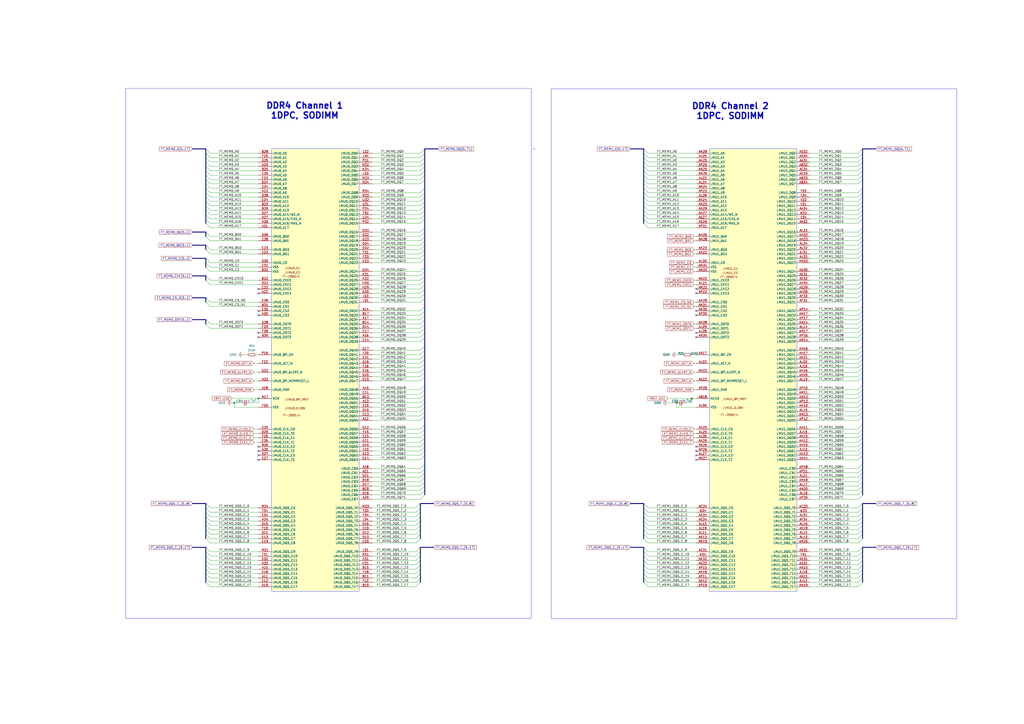
<source format=kicad_sch>
(kicad_sch (version 20250114) (generator "eeschema") (generator_version "9.0")
  (paper "A2")
  (title_block (title "Bugboard-1 D2000 mITX") (date "2025-05-23") (rev "1.0"))
  (lib_symbols
    (symbol "D2000-E8_5"
      (symbol "D2000-E8_5_1_0"
        (pin passive line (at -1.27 101.6 0) (length 5.08) (name "VSS_1") (number "A5"))
        (pin passive line (at -1.27 99.06 0) (length 5.08) (name "VSS_2") (number "A6"))
        (pin passive line (at -1.27 96.52 0) (length 5.08) (name "VSS_3") (number "A9"))
        (pin passive line (at -1.27 93.98 0) (length 5.08) (name "VSS_4") (number "A29"))
        (pin passive line (at -1.27 91.44 0) (length 5.08) (name "VSS_5") (number "A32"))
        (pin passive line (at -1.27 88.9 0) (length 5.08) (name "VSS_6") (number "AA1"))
        (pin passive line (at -1.27 86.36 0) (length 5.08) (name "VSS_7") (number "AA2"))
        (pin passive line (at -1.27 83.82 0) (length 5.08) (name "VSS_8") (number "AA5"))
        (pin passive line (at -1.27 81.28 0) (length 5.08) (name "VSS_9") (number "AA6"))
        (pin passive line (at -1.27 78.74 0) (length 5.08) (name "VSS_10") (number "AA9"))
        (pin passive line (at -1.27 76.2 0) (length 5.08) (name "VSS_11") (number "AA20"))
        (pin passive line (at -1.27 73.66 0) (length 5.08) (name "VSS_12") (number "AA24"))
        (pin passive line (at -1.27 71.12 0) (length 5.08) (name "VSS_13") (number "AA25"))
        (pin passive line (at -1.27 68.58 0) (length 5.08) (name "VSS_14") (number "AA30"))
        (pin passive line (at -1.27 66.04 0) (length 5.08) (name "VSS_15") (number "AA33"))
        (pin passive line (at -1.27 63.5 0) (length 5.08) (name "VSS_16") (number "AB3"))
        (pin passive line (at -1.27 60.96 0) (length 5.08) (name "VSS_17") (number "AB4"))
        (pin passive line (at -1.27 58.42 0) (length 5.08) (name "VSS_18") (number "AB7"))
        (pin passive line (at -1.27 55.88 0) (length 5.08) (name "VSS_19") (number "AB8"))
        (pin passive line (at -1.27 53.34 0) (length 5.08) (name "VSS_20") (number "AB24"))
        (pin passive line (at -1.27 50.8 0) (length 5.08) (name "VSS_21") (number "AB31"))
        (pin passive line (at -1.27 48.26 0) (length 5.08) (name "VSS_22") (number "AC1"))
        (pin passive line (at -1.27 45.72 0) (length 5.08) (name "VSS_23") (number "AC2"))
        (pin passive line (at -1.27 43.18 0) (length 5.08) (name "VSS_24") (number "AC5"))
        (pin passive line (at -1.27 40.64 0) (length 5.08) (name "VSS_25") (number "AC6"))
        (pin passive line (at -1.27 38.1 0) (length 5.08) (name "VSS_26") (number "AC9"))
        (pin passive line (at -1.27 35.56 0) (length 5.08) (name "VSS_27") (number "AC10"))
        (pin passive line (at -1.27 33.02 0) (length 5.08) (name "VSS_28") (number "AC13"))
        (pin passive line (at -1.27 30.48 0) (length 5.08) (name "VSS_29") (number "AC14"))
        (pin passive line (at -1.27 27.94 0) (length 5.08) (name "VSS_30") (number "AC15"))
        (pin passive line (at -1.27 25.4 0) (length 5.08) (name "VSS_31") (number "AC17"))
        (pin passive line (at -1.27 22.86 0) (length 5.08) (name "VSS_32") (number "AC18"))
        (pin passive line (at -1.27 20.32 0) (length 5.08) (name "VSS_33") (number "AC19"))
        (pin passive line (at -1.27 17.78 0) (length 5.08) (name "VSS_34") (number "AC20"))
        (pin passive line (at -1.27 15.24 0) (length 5.08) (name "VSS_35") (number "AC21"))
        (pin passive line (at -1.27 12.7 0) (length 5.08) (name "VSS_36") (number "AC30"))
        (pin passive line (at -1.27 10.16 0) (length 5.08) (name "VSS_37") (number "AC32"))
        (pin passive line (at -1.27 7.62 0) (length 5.08) (name "VSS_38") (number "AD3"))
        (pin passive line (at -1.27 5.08 0) (length 5.08) (name "VSS_39") (number "AD4"))
        (pin passive line (at -1.27 2.54 0) (length 5.08) (name "VSS_40") (number "AD7"))
        (pin passive line (at -1.27 0 0) (length 5.08) (name "VSS_41") (number "AD8"))
        (pin passive line (at -1.27 -2.54 0) (length 5.08) (name "VSS_42") (number "AD10"))
        (pin passive line (at -1.27 -5.08 0) (length 5.08) (name "VSS_43") (number "AD12"))
        (pin passive line (at -1.27 -7.62 0) (length 5.08) (name "VSS_44") (number "AD30"))
        (pin passive line (at -1.27 -10.16 0) (length 5.08) (name "VSS_45") (number "AD33"))
        (pin passive line (at -1.27 -12.7 0) (length 5.08) (name "VSS_46") (number "AE1"))
        (pin passive line (at -1.27 -15.24 0) (length 5.08) (name "VSS_47") (number "AE2"))
        (pin passive line (at -1.27 -17.78 0) (length 5.08) (name "VSS_48") (number "AE5"))
        (pin passive line (at -1.27 -20.32 0) (length 5.08) (name "VSS_49") (number "AF8"))
        (pin passive line (at -1.27 -22.86 0) (length 5.08) (name "VSS_50") (number "AG24"))
        (pin passive line (at -1.27 -25.4 0) (length 5.08) (name "VSS_51") (number "P14"))
        (pin passive line (at -1.27 -27.94 0) (length 5.08) (name "VSS_52") (number "T20"))
        (pin passive line (at -1.27 -30.48 0) (length 5.08) (name "VSS_53") (number "R15"))
        (pin passive line (at 30.48 101.6 180) (length 5.08) (name "VSS_54") (number "P22"))
        (pin passive line (at 30.48 99.06 180) (length 5.08) (name "VSS_55") (number "N23"))
        (pin passive line (at 30.48 96.52 180) (length 5.08) (name "VSS_56") (number "N15"))
        (pin passive line (at 30.48 93.98 180) (length 5.08) (name "VSS_57") (number "N13"))
        (pin passive line (at 30.48 91.44 180) (length 5.08) (name "VSS_58") (number "AB16"))
        (pin passive line (at 30.48 88.9 180) (length 5.08) (name "VSS_59") (number "M27"))
        (pin passive line (at 30.48 86.36 180) (length 5.08) (name "VSS_60") (number "AD20"))
        (pin passive line (at 30.48 83.82 180) (length 5.08) (name "VSS_61") (number "L20"))
        (pin passive line (at 30.48 81.28 180) (length 5.08) (name "VSS_62") (number "AD22"))
        (pin passive line (at 30.48 78.74 180) (length 5.08) (name "VSS_63") (number "AD23"))
        (pin passive line (at 30.48 76.2 180) (length 5.08) (name "VSS_64") (number "AD24"))
        (pin passive line (at 30.48 73.66 180) (length 5.08) (name "VSS_65") (number "N25"))
        (pin passive line (at 30.48 71.12 180) (length 5.08) (name "VSS_66") (number "AD18"))
        (pin passive line (at 30.48 68.58 180) (length 5.08) (name "VSS_67") (number "AB26"))
        (pin passive line (at 30.48 66.04 180) (length 5.08) (name "VSS_68") (number "T18"))
        (pin passive line (at 30.48 63.5 180) (length 5.08) (name "VSS_69") (number "U15"))
        (pin passive line (at 30.48 60.96 180) (length 5.08) (name "VSS_70") (number "U17"))
        (pin passive line (at 30.48 58.42 180) (length 5.08) (name "VSS_71") (number "U19"))
        (pin passive line (at 30.48 55.88 180) (length 5.08) (name "VSS_72") (number "U25"))
        (pin passive line (at 30.48 53.34 180) (length 5.08) (name "VSS_73") (number "U30"))
        (pin passive line (at 30.48 50.8 180) (length 5.08) (name "VSS_74") (number "U33"))
        (pin passive line (at 30.48 48.26 180) (length 5.08) (name "VSS_75") (number "V3"))
        (pin passive line (at 30.48 45.72 180) (length 5.08) (name "VSS_76") (number "V4"))
        (pin passive line (at 30.48 43.18 180) (length 5.08) (name "VSS_77") (number "V7"))
        (pin passive line (at 30.48 40.64 180) (length 5.08) (name "VSS_78") (number "V8"))
        (pin passive line (at 30.48 38.1 180) (length 5.08) (name "VSS_79") (number "V11"))
        (pin passive line (at 30.48 35.56 180) (length 5.08) (name "VSS_80") (number "V21"))
        (pin passive line (at 30.48 33.02 180) (length 5.08) (name "VSS_81") (number "V30"))
        (pin passive line (at 30.48 30.48 180) (length 5.08) (name "VSS_82") (number "V33"))
        (pin passive line (at 30.48 27.94 180) (length 5.08) (name "VSS_83") (number "W1"))
        (pin passive line (at 30.48 25.4 180) (length 5.08) (name "VSS_84") (number "W2"))
        (pin passive line (at 30.48 22.86 180) (length 5.08) (name "VSS_85") (number "W5"))
        (pin passive line (at 30.48 20.32 180) (length 5.08) (name "VSS_86") (number "W6"))
        (pin passive line (at 30.48 17.78 180) (length 5.08) (name "VSS_87") (number "W9"))
        (pin passive line (at 30.48 15.24 180) (length 5.08) (name "VSS_88") (number "W10"))
        (pin passive line (at 30.48 12.7 180) (length 5.08) (name "VSS_89") (number "W12"))
        (pin passive line (at 30.48 10.16 180) (length 5.08) (name "VSS_90") (number "W20"))
        (pin passive line (at 30.48 7.62 180) (length 5.08) (name "VSS_91") (number "W22"))
        (pin passive line (at 30.48 5.08 180) (length 5.08) (name "VSS_92") (number "W26"))
        (pin passive line (at 30.48 2.54 180) (length 5.08) (name "VSS_93") (number "W30"))
        (pin passive line (at 30.48 0 180) (length 5.08) (name "VSS_94") (number "Y3"))
        (pin passive line (at 30.48 -2.54 180) (length 5.08) (name "VSS_95") (number "Y4"))
        (pin passive line (at 30.48 -5.08 180) (length 5.08) (name "VSS_96") (number "Y7"))
        (pin passive line (at 30.48 -7.62 180) (length 5.08) (name "VSS_97") (number "Y8"))
        (pin passive line (at 30.48 -10.16 180) (length 5.08) (name "VSS_98") (number "Y11"))
        (pin passive line (at 30.48 -12.7 180) (length 5.08) (name "VSS_99") (number "Y13"))
        (pin passive line (at 30.48 -15.24 180) (length 5.08) (name "VSS_100") (number "Y17"))
        (pin passive line (at 30.48 -17.78 180) (length 5.08) (name "VSS_101") (number "Y24"))
        (pin passive line (at 30.48 -20.32 180) (length 5.08) (name "VSS_102") (number "Y30"))
        (pin passive line (at 30.48 -22.86 180) (length 5.08) (name "VSS_103") (number "Y32"))
        (pin passive line (at 30.48 -25.4 180) (length 5.08) (name "VSS_104") (number "P24"))
        (pin passive line (at 30.48 -27.94 180) (length 5.08) (name "VSS_105") (number "P30"))
        (pin passive line (at 30.48 -30.48 180) (length 5.08) (name "VSS_106") (number "P33"))
        (pin passive line (at 54.61 101.6 0) (length 5.08) (name "VSS_107") (number "R1"))
        (pin passive line (at 54.61 99.06 0) (length 5.08) (name "VSS_108") (number "R2"))
        (pin passive line (at 54.61 96.52 0) (length 5.08) (name "VSS_109") (number "R5"))
        (pin passive line (at 54.61 93.98 0) (length 5.08) (name "VSS_110") (number "R6"))
        (pin passive line (at 54.61 91.44 0) (length 5.08) (name "VSS_111") (number "AE6"))
        (pin passive line (at 54.61 88.9 0) (length 5.08) (name "VSS_112") (number "AE9"))
        (pin passive line (at 54.61 86.36 0) (length 5.08) (name "VSS_113") (number "AE30"))
        (pin passive line (at 54.61 83.82 0) (length 5.08) (name "VSS_114") (number "AF3"))
        (pin passive line (at 54.61 81.28 0) (length 5.08) (name "VSS_115") (number "AF4"))
        (pin passive line (at 54.61 78.74 0) (length 5.08) (name "VSS_116") (number "AF7"))
        (pin passive line (at 54.61 76.2 0) (length 5.08) (name "VSS_117") (number "AA15"))
        (pin passive line (at 54.61 73.66 0) (length 5.08) (name "VSS_118") (number "AA19"))
        (pin passive line (at 54.61 71.12 0) (length 5.08) (name "VSS_119") (number "V14"))
        (pin passive line (at 54.61 68.58 0) (length 5.08) (name "VSS_120") (number "V16"))
        (pin passive line (at 54.61 66.04 0) (length 5.08) (name "VSS_121") (number "Y18"))
        (pin passive line (at 54.61 63.5 0) (length 5.08) (name "VSS_122") (number "Y20"))
        (pin passive line (at 54.61 60.96 0) (length 5.08) (name "VSS_123") (number "Y23"))
        (pin passive line (at 54.61 58.42 0) (length 5.08) (name "VSS_124") (number "AA11"))
        (pin passive line (at 54.61 55.88 0) (length 5.08) (name "VSS_125") (number "AB12"))
        (pin passive line (at 54.61 53.34 0) (length 5.08) (name "VSS_126") (number "R21"))
        (pin passive line (at 54.61 50.8 0) (length 5.08) (name "VSS_127") (number "R23"))
        (pin passive line (at 54.61 48.26 0) (length 5.08) (name "VSS_128") (number "T14"))
        (pin passive line (at 54.61 45.72 0) (length 5.08) (name "VSS_129") (number "T16"))
        (pin passive line (at 54.61 43.18 0) (length 5.08) (name "VSS_130") (number "U21"))
        (pin passive line (at 54.61 40.64 0) (length 5.08) (name "VSS_131") (number "R10"))
        (pin passive line (at 54.61 38.1 0) (length 5.08) (name "VSS_132") (number "R12"))
        (pin passive line (at 54.61 35.56 0) (length 5.08) (name "VSS_133") (number "R16"))
        (pin passive line (at 54.61 33.02 0) (length 5.08) (name "VSS_134") (number "R22"))
        (pin passive line (at 54.61 30.48 0) (length 5.08) (name "VSS_135") (number "R25"))
        (pin passive line (at 54.61 27.94 0) (length 5.08) (name "VSS_136") (number "R30"))
        (pin passive line (at 54.61 25.4 0) (length 5.08) (name "VSS_137") (number "R32"))
        (pin passive line (at 54.61 22.86 0) (length 5.08) (name "VSS_138") (number "T3"))
        (pin passive line (at 54.61 20.32 0) (length 5.08) (name "VSS_139") (number "T4"))
        (pin passive line (at 54.61 17.78 0) (length 5.08) (name "VSS_140") (number "T7"))
        (pin passive line (at 54.61 15.24 0) (length 5.08) (name "VSS_141") (number "T8"))
        (pin passive line (at 54.61 12.7 0) (length 5.08) (name "VSS_142") (number "T11"))
        (pin passive line (at 54.61 10.16 0) (length 5.08) (name "VSS_143") (number "T24"))
        (pin passive line (at 54.61 7.62 0) (length 5.08) (name "VSS_144") (number "T30"))
        (pin passive line (at 54.61 5.08 0) (length 5.08) (name "VSS_145") (number "U1"))
        (pin passive line (at 54.61 2.54 0) (length 5.08) (name "VSS_146") (number "U2"))
        (pin passive line (at 54.61 0 0) (length 5.08) (name "VSS_147") (number "U5"))
        (pin passive line (at 54.61 -2.54 0) (length 5.08) (name "VSS_148") (number "U6"))
        (pin passive line (at 54.61 -5.08 0) (length 5.08) (name "VSS_149") (number "U9"))
        (pin passive line (at 54.61 -7.62 0) (length 5.08) (name "VSS_150") (number "U10"))
        (pin passive line (at 54.61 -10.16 0) (length 5.08) (name "VSS_151") (number "U12"))
        (pin passive line (at 54.61 -12.7 0) (length 5.08) (name "VSS_152") (number "L2"))
        (pin passive line (at 54.61 -15.24 0) (length 5.08) (name "VSS_153") (number "L5"))
        (pin passive line (at 54.61 -17.78 0) (length 5.08) (name "VSS_154") (number "L6"))
        (pin passive line (at 54.61 -20.32 0) (length 5.08) (name "VSS_155") (number "L9"))
        (pin passive line (at 54.61 -22.86 0) (length 5.08) (name "VSS_156") (number "L30"))
        (pin passive line (at 54.61 -25.4 0) (length 5.08) (name "VSS_157") (number "K33"))
        (pin passive line (at 54.61 -27.94 0) (length 5.08) (name "VSS_158") (number "M3"))
        (pin passive line (at 54.61 -30.48 0) (length 5.08) (name "VSS_159") (number "M4"))
        (pin passive line (at 86.36 101.6 180) (length 5.08) (name "VSS_160") (number "M7"))
        (pin passive line (at 86.36 99.06 180) (length 5.08) (name "VSS_161") (number "M8"))
        (pin passive line (at 86.36 96.52 180) (length 5.08) (name "VSS_162") (number "M12"))
        (pin passive line (at 86.36 93.98 180) (length 5.08) (name "VSS_163") (number "M14"))
        (pin passive line (at 86.36 91.44 180) (length 5.08) (name "VSS_164") (number "M16"))
        (pin passive line (at 86.36 88.9 180) (length 5.08) (name "VSS_165") (number "M17"))
        (pin passive line (at 86.36 86.36 180) (length 5.08) (name "VSS_166") (number "M19"))
        (pin passive line (at 86.36 83.82 180) (length 5.08) (name "VSS_167") (number "M22"))
        (pin passive line (at 86.36 81.28 180) (length 5.08) (name "VSS_168") (number "M23"))
        (pin passive line (at 86.36 78.74 180) (length 5.08) (name "VSS_169") (number "M30"))
        (pin passive line (at 86.36 76.2 180) (length 5.08) (name "VSS_170") (number "M32"))
        (pin passive line (at 86.36 73.66 180) (length 5.08) (name "VSS_171") (number "N1"))
        (pin passive line (at 86.36 71.12 180) (length 5.08) (name "VSS_172") (number "N2"))
        (pin passive line (at 86.36 68.58 180) (length 5.08) (name "VSS_173") (number "N5"))
        (pin passive line (at 86.36 66.04 180) (length 5.08) (name "VSS_174") (number "N6"))
        (pin passive line (at 86.36 63.5 180) (length 5.08) (name "VSS_175") (number "N9"))
        (pin passive line (at 86.36 60.96 180) (length 5.08) (name "VSS_176") (number "N18"))
        (pin passive line (at 86.36 58.42 180) (length 5.08) (name "VSS_177") (number "N20"))
        (pin passive line (at 86.36 55.88 180) (length 5.08) (name "VSS_178") (number "N22"))
        (pin passive line (at 86.36 53.34 180) (length 5.08) (name "VSS_179") (number "P3"))
        (pin passive line (at 86.36 50.8 180) (length 5.08) (name "VSS_180") (number "P4"))
        (pin passive line (at 86.36 48.26 180) (length 5.08) (name "VSS_181") (number "P8"))
        (pin passive line (at 86.36 45.72 180) (length 5.08) (name "VSS_182") (number "P11"))
        (pin passive line (at 86.36 43.18 180) (length 5.08) (name "VSS_183") (number "F32"))
        (pin passive line (at 86.36 40.64 180) (length 5.08) (name "VSS_184") (number "G1"))
        (pin passive line (at 86.36 38.1 180) (length 5.08) (name "VSS_185") (number "G2"))
        (pin passive line (at 86.36 35.56 180) (length 5.08) (name "VSS_186") (number "G5"))
        (pin passive line (at 86.36 33.02 180) (length 5.08) (name "VSS_187") (number "G6"))
        (pin passive line (at 86.36 30.48 180) (length 5.08) (name "VSS_188") (number "G9"))
        (pin passive line (at 86.36 27.94 180) (length 5.08) (name "VSS_189") (number "G15"))
        (pin passive line (at 86.36 25.4 180) (length 5.08) (name "VSS_190") (number "G18"))
        (pin passive line (at 86.36 22.86 180) (length 5.08) (name "VSS_191") (number "K26"))
        (pin passive line (at 86.36 20.32 180) (length 5.08) (name "VSS_192") (number "V28"))
        (pin passive line (at 86.36 17.78 180) (length 5.08) (name "VSS_193") (number "R28"))
        (pin passive line (at 86.36 15.24 180) (length 5.08) (name "VSS_194") (number "P17"))
        (pin passive line (at 86.36 12.7 180) (length 5.08) (name "VSS_195") (number "P19"))
        (pin passive line (at 86.36 10.16 180) (length 5.08) (name "VSS_196") (number "G21"))
        (pin passive line (at 86.36 7.62 180) (length 5.08) (name "VSS_197") (number "G23"))
        (pin passive line (at 86.36 5.08 180) (length 5.08) (name "VSS_198") (number "G29"))
        (pin passive line (at 86.36 2.54 180) (length 5.08) (name "VSS_199") (number "G31"))
        (pin passive line (at 86.36 0 180) (length 5.08) (name "VSS_200") (number "H3"))
        (pin passive line (at 86.36 -2.54 180) (length 5.08) (name "VSS_201") (number "H4"))
        (pin passive line (at 86.36 -5.08 180) (length 5.08) (name "VSS_202") (number "H7"))
        (pin passive line (at 86.36 -7.62 180) (length 5.08) (name "VSS_203") (number "H8"))
        (pin passive line (at 86.36 -10.16 180) (length 5.08) (name "VSS_204") (number "H10"))
        (pin passive line (at 86.36 -12.7 180) (length 5.08) (name "VSS_205") (number "H11"))
        (pin passive line (at 86.36 -15.24 180) (length 5.08) (name "VSS_206") (number "H12"))
        (pin passive line (at 86.36 -17.78 180) (length 5.08) (name "VSS_207") (number "H13"))
        (pin passive line (at 86.36 -20.32 180) (length 5.08) (name "VSS_208") (number "H14"))
        (pin passive line (at 86.36 -22.86 180) (length 5.08) (name "VSS_209") (number "H16"))
        (pin passive line (at 86.36 -25.4 180) (length 5.08) (name "VSS_210") (number "H17"))
        (pin passive line (at 86.36 -27.94 180) (length 5.08) (name "VSS_211") (number "H20"))
        (pin passive line (at 86.36 -30.48 180) (length 5.08) (name "VSS_212") (number "H21"))
        (pin passive line (at 110.49 101.6 0) (length 5.08) (name "VSS_213") (number "H28"))
        (pin passive line (at 110.49 99.06 0) (length 5.08) (name "VSS_214") (number "H33"))
        (pin passive line (at 110.49 96.52 0) (length 5.08) (name "VSS_215") (number "J1"))
        (pin passive line (at 110.49 93.98 0) (length 5.08) (name "VSS_216") (number "J2"))
        (pin passive line (at 110.49 91.44 0) (length 5.08) (name "VSS_217") (number "J5"))
        (pin passive line (at 110.49 88.9 0) (length 5.08) (name "VSS_218") (number "J6"))
        (pin passive line (at 110.49 86.36 0) (length 5.08) (name "VSS_219") (number "J9"))
        (pin passive line (at 110.49 83.82 0) (length 5.08) (name "VSS_220") (number "J22"))
        (pin passive line (at 110.49 81.28 0) (length 5.08) (name "VSS_221") (number "J26"))
        (pin passive line (at 110.49 78.74 0) (length 5.08) (name "VSS_222") (number "J27"))
        (pin passive line (at 110.49 76.2 0) (length 5.08) (name "VSS_223") (number "J29"))
        (pin passive line (at 110.49 73.66 0) (length 5.08) (name "VSS_224") (number "J30"))
        (pin passive line (at 110.49 71.12 0) (length 5.08) (name "VSS_225") (number "J32"))
        (pin passive line (at 110.49 68.58 0) (length 5.08) (name "VSS_226") (number "K3"))
        (pin passive line (at 110.49 66.04 0) (length 5.08) (name "VSS_227") (number "K4"))
        (pin passive line (at 110.49 63.5 0) (length 5.08) (name "VSS_229") (number "K7"))
        (pin passive line (at 110.49 60.96 0) (length 5.08) (name "VSS_228") (number "K8"))
        (pin passive line (at 110.49 58.42 0) (length 5.08) (name "VSS_230") (number "K30"))
        (pin passive line (at 110.49 55.88 0) (length 5.08) (name "VSS_231") (number "L1"))
        (pin passive line (at 110.49 53.34 0) (length 5.08) (name "VSS_232") (number "D9"))
        (pin passive line (at 110.49 50.8 0) (length 5.08) (name "VSS_233") (number "D31"))
        (pin passive line (at 110.49 48.26 0) (length 5.08) (name "VSS_234") (number "E1"))
        (pin passive line (at 110.49 45.72 0) (length 5.08) (name "VSS_235") (number "E2"))
        (pin passive line (at 110.49 43.18 0) (length 5.08) (name "VSS_236") (number "E5"))
        (pin passive line (at 110.49 40.64 0) (length 5.08) (name "VSS_237") (number "E6"))
        (pin passive line (at 110.49 38.1 0) (length 5.08) (name "VSS_238") (number "E9"))
        (pin passive line (at 110.49 35.56 0) (length 5.08) (name "VSS_239") (number "E11"))
        (pin passive line (at 110.49 33.02 0) (length 5.08) (name "VSS_240") (number "E14"))
        (pin passive line (at 110.49 30.48 0) (length 5.08) (name "VSS_241") (number "E17"))
        (pin passive line (at 110.49 27.94 0) (length 5.08) (name "VSS_242") (number "E20"))
        (pin passive line (at 110.49 25.4 0) (length 5.08) (name "VSS_243") (number "E29"))
        (pin passive line (at 110.49 22.86 0) (length 5.08) (name "VSS_244") (number "E33"))
        (pin passive line (at 110.49 20.32 0) (length 5.08) (name "VSS_245") (number "F3"))
        (pin passive line (at 110.49 17.78 0) (length 5.08) (name "VSS_246") (number "F4"))
        (pin passive line (at 110.49 15.24 0) (length 5.08) (name "VSS_247") (number "F7"))
        (pin passive line (at 110.49 12.7 0) (length 5.08) (name "VSS_248") (number "F8"))
        (pin passive line (at 110.49 10.16 0) (length 5.08) (name "VSS_249") (number "F9"))
        (pin passive line (at 110.49 7.62 0) (length 5.08) (name "VSS_250") (number "F11"))
        (pin passive line (at 110.49 5.08 0) (length 5.08) (name "VSS_251") (number "F13"))
        (pin passive line (at 110.49 2.54 0) (length 5.08) (name "VSS_252") (number "F14"))
        (pin passive line (at 110.49 0 0) (length 5.08) (name "VSS_253") (number "F17"))
        (pin passive line (at 110.49 -2.54 0) (length 5.08) (name "VSS_254") (number "F21"))
        (pin passive line (at 110.49 -5.08 0) (length 5.08) (name "VSS_255") (number "F27"))
        (pin passive line (at 110.49 -7.62 0) (length 5.08) (name "VSS_256") (number "AL20"))
        (pin passive line (at 110.49 -10.16 0) (length 5.08) (name "VSS_257") (number "L28"))
        (pin passive line (at 110.49 -12.7 0) (length 5.08) (name "VSS_258") (number "V27"))
        (pin passive line (at 110.49 -15.24 0) (length 5.08) (name "VSS_259") (number "AF22"))
        (pin passive line (at 110.49 -17.78 0) (length 5.08) (name "VSS_260") (number "AF26"))
        (pin passive line (at 110.49 -20.32 0) (length 5.08) (name "VSS_261") (number "AF27"))
        (pin passive line (at 110.49 -22.86 0) (length 5.08) (name "VSS_262") (number "AF29"))
        (pin passive line (at 110.49 -25.4 0) (length 5.08) (name "VSS_263") (number "AF30"))
        (pin passive line (at 110.49 -27.94 0) (length 5.08) (name "VSS_264") (number "AF32"))
        (pin passive line (at 110.49 -30.48 0) (length 5.08) (name "VSS_265") (number "AG1"))
        (pin passive line (at 142.24 101.6 180) (length 5.08) (name "VSS_266") (number "AG2"))
        (pin passive line (at 142.24 99.06 180) (length 5.08) (name "VSS_267") (number "AG5"))
        (pin passive line (at 142.24 96.52 180) (length 5.08) (name "VSS_268") (number "AG6"))
        (pin passive line (at 142.24 93.98 180) (length 5.08) (name "VSS_269") (number "AG9"))
        (pin passive line (at 142.24 91.44 180) (length 5.08) (name "VSS_270") (number "AG10"))
        (pin passive line (at 142.24 88.9 180) (length 5.08) (name "VSS_271") (number "AG11"))
        (pin passive line (at 142.24 86.36 180) (length 5.08) (name "VSS_272") (number "AG12"))
        (pin passive line (at 142.24 83.82 180) (length 5.08) (name "VSS_273") (number "AG13"))
        (pin passive line (at 142.24 81.28 180) (length 5.08) (name "VSS_274") (number "AG14"))
        (pin passive line (at 142.24 78.74 180) (length 5.08) (name "VSS_275") (number "AG16"))
        (pin passive line (at 142.24 76.2 180) (length 5.08) (name "VSS_276") (number "AG17"))
        (pin passive line (at 142.24 73.66 180) (length 5.08) (name "VSS_277") (number "AG20"))
        (pin passive line (at 142.24 71.12 180) (length 5.08) (name "VSS_278") (number "AG21"))
        (pin passive line (at 142.24 68.58 180) (length 5.08) (name "VSS_279") (number "AG28"))
        (pin passive line (at 142.24 66.04 180) (length 5.08) (name "VSS_280") (number "AG33"))
        (pin passive line (at 142.24 63.5 180) (length 5.08) (name "VSS_281") (number "AH3"))
        (pin passive line (at 142.24 60.96 180) (length 5.08) (name "VSS_282") (number "AH4"))
        (pin passive line (at 142.24 58.42 180) (length 5.08) (name "VSS_283") (number "AH7"))
        (pin passive line (at 142.24 55.88 180) (length 5.08) (name "VSS_284") (number "AH8"))
        (pin passive line (at 142.24 53.34 180) (length 5.08) (name "VSS_285") (number "AH9"))
        (pin passive line (at 142.24 50.8 180) (length 5.08) (name "VSS_286") (number "AH15"))
        (pin passive line (at 142.24 48.26 180) (length 5.08) (name "VSS_287") (number "AH18"))
        (pin passive line (at 142.24 45.72 180) (length 5.08) (name "VSS_288") (number "AH19"))
        (pin passive line (at 142.24 43.18 180) (length 5.08) (name "VSS_289") (number "AH21"))
        (pin passive line (at 142.24 40.64 180) (length 5.08) (name "VSS_290") (number "AH23"))
        (pin passive line (at 142.24 38.1 180) (length 5.08) (name "VSS_291") (number "AH24"))
        (pin passive line (at 142.24 35.56 180) (length 5.08) (name "VSS_292") (number "AH29"))
        (pin passive line (at 142.24 33.02 180) (length 5.08) (name "VSS_293") (number "AH31"))
        (pin passive line (at 142.24 30.48 180) (length 5.08) (name "VSS_294") (number "AJ1"))
        (pin passive line (at 142.24 27.94 180) (length 5.08) (name "VSS_295") (number "AJ2"))
        (pin passive line (at 142.24 25.4 180) (length 5.08) (name "VSS_296") (number "AJ5"))
        (pin passive line (at 142.24 22.86 180) (length 5.08) (name "VSS_297") (number "AJ6"))
        (pin passive line (at 142.24 20.32 180) (length 5.08) (name "VSS_298") (number "AJ9"))
        (pin passive line (at 142.24 17.78 180) (length 5.08) (name "VSS_299") (number "AJ11"))
        (pin passive line (at 142.24 15.24 180) (length 5.08) (name "VSS_300") (number "AJ13"))
        (pin passive line (at 142.24 12.7 180) (length 5.08) (name "VSS_301") (number "AJ14"))
        (pin passive line (at 142.24 10.16 180) (length 5.08) (name "VSS_302") (number "B9"))
        (pin passive line (at 142.24 7.62 180) (length 5.08) (name "VSS_303") (number "B10"))
        (pin passive line (at 142.24 5.08 180) (length 5.08) (name "VSS_304") (number "B12"))
        (pin passive line (at 142.24 2.54 180) (length 5.08) (name "VSS_305") (number "B16"))
        (pin passive line (at 142.24 0 180) (length 5.08) (name "VSS_306") (number "D20"))
        (pin passive line (at 142.24 -2.54 180) (length 5.08) (name "VSS_307") (number "B21"))
        (pin passive line (at 142.24 -5.08 180) (length 5.08) (name "VSS_308") (number "B24"))
        (pin passive line (at 142.24 -7.62 180) (length 5.08) (name "VSS_309") (number "B27"))
        (pin passive line (at 142.24 -10.16 180) (length 5.08) (name "VSS_310") (number "B33"))
        (pin passive line (at 142.24 -12.7 180) (length 5.08) (name "VSS_311") (number "C1"))
        (pin passive line (at 142.24 -15.24 180) (length 5.08) (name "VSS_312") (number "C2"))
        (pin passive line (at 142.24 -17.78 180) (length 5.08) (name "VSS_313") (number "C5"))
        (pin passive line (at 142.24 -20.32 180) (length 5.08) (name "VSS_314") (number "C6"))
        (pin passive line (at 142.24 -22.86 180) (length 5.08) (name "VSS_315") (number "C9"))
        (pin passive line (at 142.24 -25.4 180) (length 5.08) (name "VSS_316") (number "C10"))
        (pin passive line (at 142.24 -27.94 180) (length 5.08) (name "VSS_317") (number "C12"))
        (pin passive line (at 142.24 -30.48 180) (length 5.08) (name "VSS_318") (number "P7"))
        (pin passive line (at 161.29 101.6 0) (length 5.08) (name "VSS_319") (number "D3"))
        (pin passive line (at 161.29 99.06 0) (length 5.08) (name "VSS_320") (number "D4"))
        (pin passive line (at 161.29 96.52 0) (length 5.08) (name "VSS-321") (number "D7"))
        (pin passive line (at 161.29 93.98 0) (length 5.08) (name "VSS_216") (number "D8"))
        (pin passive line (at 161.29 91.44 0) (length 5.08) (name "VSS_217") (number "G19"))
        (pin passive line (at 161.29 88.9 0) (length 5.08) (name "VSS_218") (number "C27"))
        (pin passive line (at 161.29 86.36 0) (length 5.08) (name "VSS_219") (number "C29"))
        (pin passive line (at 161.29 83.82 0) (length 5.08) (name "VSS_220") (number "AC25"))
        (pin passive line (at 161.29 81.28 0) (length 5.08) (name "VSS_221") (number "L24"))
        (pin passive line (at 161.29 78.74 0) (length 5.08) (name "VSS_222") (number "Y27"))
        (pin passive line (at 161.29 76.2 0) (length 5.08) (name "VSS_223") (number "AJ17"))
        (pin passive line (at 161.29 73.66 0) (length 5.08) (name "VSS_224") (number "AJ21"))
        (pin passive line (at 161.29 71.12 0) (length 5.08) (name "VSS_225") (number "AJ27"))
        (pin passive line (at 161.29 68.58 0) (length 5.08) (name "VSS_226") (number "AJ32"))
        (pin passive line (at 161.29 66.04 0) (length 5.08) (name "VSS_227") (number "AK3"))
        (pin passive line (at 161.29 63.5 0) (length 5.08) (name "VSS_229") (number "AK4"))
        (pin passive line (at 161.29 60.96 0) (length 5.08) (name "VSS_228") (number "AK7"))
        (pin passive line (at 161.29 58.42 0) (length 5.08) (name "VSS_230") (number "AK8"))
        (pin passive line (at 161.29 55.88 0) (length 5.08) (name "VSS_231") (number "AK9"))
        (pin passive line (at 161.29 53.34 0) (length 5.08) (name "VSS_232") (number "AK11"))
        (pin passive line (at 161.29 50.8 0) (length 5.08) (name "VSS_233") (number "AK14"))
        (pin passive line (at 161.29 48.26 0) (length 5.08) (name "VSS_234") (number "AK17"))
        (pin passive line (at 161.29 45.72 0) (length 5.08) (name "VSS_235") (number "AK20"))
        (pin passive line (at 161.29 43.18 0) (length 5.08) (name "VSS_236") (number "AK29"))
        (pin passive line (at 161.29 40.64 0) (length 5.08) (name "VSS_237") (number "AK33"))
        (pin passive line (at 161.29 38.1 0) (length 5.08) (name "VSS_238") (number "AL1"))
        (pin passive line (at 161.29 35.56 0) (length 5.08) (name "VSS_239") (number "AL2"))
        (pin passive line (at 161.29 33.02 0) (length 5.08) (name "VSS_240") (number "AL5"))
        (pin passive line (at 161.29 30.48 0) (length 5.08) (name "VSS_241") (number "AL6"))
        (pin passive line (at 161.29 27.94 0) (length 5.08) (name "VSS_242") (number "AL9"))
        (pin passive line (at 161.29 25.4 0) (length 5.08) (name "VSS_243") (number "AL31"))
        (pin passive line (at 161.29 22.86 0) (length 5.08) (name "VSS_244") (number "AM3"))
        (pin passive line (at 161.29 20.32 0) (length 5.08) (name "VSS_245") (number "AM4"))
        (pin passive line (at 161.29 17.78 0) (length 5.08) (name "VSS_246") (number "AM7"))
        (pin passive line (at 161.29 15.24 0) (length 5.08) (name "VSS_247") (number "AM8"))
        (pin passive line (at 161.29 12.7 0) (length 5.08) (name "VSS_248") (number "AM9"))
        (pin passive line (at 161.29 10.16 0) (length 5.08) (name "VSS_249") (number "AM10"))
        (pin passive line (at 161.29 7.62 0) (length 5.08) (name "VSS_250") (number "AM12"))
        (pin passive line (at 161.29 5.08 0) (length 5.08) (name "VSS_251") (number "AM15"))
        (pin passive line (at 161.29 2.54 0) (length 5.08) (name "VSS_252") (number "AM16"))
        (pin passive line (at 161.29 0 0) (length 5.08) (name "VSS_253") (number "AM18"))
        (pin passive line (at 161.29 -2.54 0) (length 5.08) (name "VSS_254") (number "AM21"))
        (pin passive line (at 161.29 -5.08 0) (length 5.08) (name "VSS_255") (number "AM23"))
        (pin passive line (at 161.29 -7.62 0) (length 5.08) (name "VSS_256") (number "AM26"))
        (pin passive line (at 161.29 -10.16 0) (length 5.08) (name "VSS_257") (number "AM29"))
        (pin passive line (at 161.29 -12.7 0) (length 5.08) (name "VSS_258") (number "AM32"))
        (pin passive line (at 161.29 -15.24 0) (length 5.08) (name "VSS_259") (number "AM34"))
        (pin passive line (at 161.29 -17.78 0) (length 5.08) (name "VSS_260") (number "AN2"))
        (pin passive line (at 161.29 -20.32 0) (length 5.08) (name "VSS_261") (number "AN5"))
        (pin passive line (at 161.29 -22.86 0) (length 5.08) (name "VSS_262") (number "AN6"))
        (pin passive line (at 161.29 -25.4 0) (length 5.08) (name "VSS_263") (number "AN9"))
        (pin passive line (at 161.29 -27.94 0) (length 5.08) (name "VSS_264") (number "AN10"))
        (pin passive line (at 161.29 -30.48 0) (length 5.08) (name "VSS_265") (number "AN12"))
        (pin passive line (at 193.04 101.6 180) (length 5.08) (name "VSS_266") (number "AN16"))
        (pin passive line (at 193.04 99.06 180) (length 5.08) (name "VSS_267") (number "AN21"))
        (pin passive line (at 193.04 96.52 180) (length 5.08) (name "VSS_268") (number "AN24"))
        (pin passive line (at 193.04 93.98 180) (length 5.08) (name "VSS_269") (number "AN27"))
        (pin passive line (at 193.04 91.44 180) (length 5.08) (name "VSS_270") (number "AN33"))
        (pin passive line (at 193.04 88.9 180) (length 5.08) (name "VSS_271") (number "AP3"))
        (pin passive line (at 193.04 86.36 180) (length 5.08) (name "VSS_272") (number "AP4"))
        (pin passive line (at 193.04 83.82 180) (length 5.08) (name "VSS_273") (number "AP7"))
        (pin passive line (at 193.04 81.28 180) (length 5.08) (name "VSS_274") (number "AP8"))
        (pin passive line (at 193.04 78.74 180) (length 5.08) (name "VSS_275") (number "AP9"))
        (pin passive line (at 193.04 76.2 180) (length 5.08) (name "VSS_276") (number "AP29"))
        (pin passive line (at 193.04 73.66 180) (length 5.08) (name "VSS_277") (number "AP32"))
        (pin passive line (at 193.04 71.12 180) (length 5.08) (name "VSS_278") (number "B2"))
        (pin passive line (at 193.04 68.58 180) (length 5.08) (name "VSS_279") (number "B3"))
        (pin passive line (at 193.04 66.04 180) (length 5.08) (name "VSS_280") (number "B4"))
        (pin passive line (at 193.04 63.5 180) (length 5.08) (name "VSS_281") (number "B7"))
        (pin passive line (at 193.04 60.96 180) (length 5.08) (name "VSS_282") (number "B8"))
        (pin passive line (at 193.04 58.42 180) (length 5.08) (name "VSS_283") (number "C15"))
        (pin passive line (at 193.04 55.88 180) (length 5.08) (name "VSS_284") (number "C16"))
        (pin passive line (at 193.04 53.34 180) (length 5.08) (name "VSS_285") (number "C18"))
        (pin passive line (at 193.04 50.8 180) (length 5.08) (name "VSS_286") (number "C21"))
        (pin passive line (at 193.04 48.26 180) (length 5.08) (name "VSS_287") (number "C23"))
        (pin passive line (at 193.04 45.72 180) (length 5.08) (name "VSS_288") (number "C32"))
        (pin passive line (at 193.04 43.18 180) (length 5.08) (name "VSS_289") (number "C34"))
        (pin passive line (at 193.04 40.64 180) (length 5.08) (name "VSS_290") (number "L19"))
        (pin passive line (at 193.04 38.1 180) (length 5.08) (name "VSS_291") (number "L17"))
        (pin passive line (at 193.04 35.56 180) (length 5.08) (name "VSS_292") (number "C31"))
        (pin passive line (at 193.04 33.02 180) (length 5.08) (name "VSS_293") (number "B32"))
        (pin passive line (at 193.04 30.48 180) (length 5.08) (name "VSS_294") (number "AM31"))
        (pin passive line (at 193.04 27.94 180) (length 5.08) (name "VSS_295") (number "AN32"))
        (pin passive line (at 193.04 25.4 180) (length 5.08) (name "VSS_296") (number "F30"))
        (pin passive line (at 193.04 22.86 180) (length 5.08) (name "VSS_297") (number "AJ30"))
      )
      (symbol "D2000-E8_5_1_1"
        (text "GND" (at 80.01 112.522 0) (effects (font (size 1.27 1.27))))
      )
      (symbol "D2000-E8_5_2_0"
        (text "POWER" (at 88.9 142.24 0) (effects (font (size 2 2))))
        (pin passive line (at 58.42 134.62 0) (length 5.08) (name "PEU0_AVDD") (number "AC11"))
        (pin passive line (at 58.42 132.08 0) (length 5.08) (name "PEU0_AVDD") (number "AD11"))
        (pin passive line (at 58.42 129.54 0) (length 5.08) (name "PEU0_AVDD") (number "AD9"))
        (pin passive line (at 58.42 127 0) (length 5.08) (name "PEU0_AVDD") (number "AE10"))
        (pin passive line (at 58.42 124.46 0) (length 5.08) (name "PEU0_AVDD") (number "AB11"))
        (pin passive line (at 58.42 120.65 0) (length 5.08) (name "PEU1_AVDD") (number "AB22"))
        (pin passive line (at 58.42 118.11 0) (length 5.08) (name "PEU1_AVDD") (number "T22"))
        (pin passive line (at 58.42 115.57 0) (length 5.08) (name "PEU1_AVDD") (number "AC22"))
        (pin passive line (at 58.42 113.03 0) (length 5.08) (name "PEU1_AVDD") (number "AC23"))
        (pin passive line (at 58.42 109.22 0) (length 5.08) (name "PEU0_AVDDH") (number "R11"))
        (pin passive line (at 58.42 106.68 0) (length 5.08) (name "PEU0_AVDDH") (number "U11"))
        (pin passive line (at 58.42 104.14 0) (length 5.08) (name "PEU0_AVDDH") (number "W11"))
        (pin passive line (at 58.42 100.33 0) (length 5.08) (name "PEU1_AVDDH") (number "AA23"))
        (pin passive line (at 58.42 97.79 0) (length 5.08) (name "PEU1_AVDDH") (number "AB23"))
        (pin passive line (at 58.42 95.25 0) (length 5.08) (name "PEU1_AVDDH") (number "U23"))
        (pin passive line (at 58.42 91.44 0) (length 5.08) (name "PEU0_AVDDCLK") (number "AA12"))
        (pin passive line (at 58.42 88.9 0) (length 5.08) (name "PEU0_AVDDCLK") (number "T12"))
        (pin passive line (at 58.42 86.36 0) (length 5.08) (name "PEU0_AVDDCLK") (number "V12"))
        (pin passive line (at 58.42 83.82 0) (length 5.08) (name "PEU0_AVDDCLK") (number "Y12"))
        (pin passive line (at 58.42 80.01 0) (length 5.08) (name "PEU1_AVDDCLK") (number "V25"))
        (pin passive line (at 58.42 77.47 0) (length 5.08) (name "PEU1_AVDDCLK") (number "W24"))
        (pin passive line (at 58.42 74.93 0) (length 5.08) (name "PEU1_AVDDCLK") (number "W25"))
        (pin passive line (at 58.42 71.12 0) (length 5.08) (name "VDDPST") (number "AB13"))
        (pin passive line (at 58.42 68.58 0) (length 5.08) (name "VDDPST") (number "AB21"))
        (pin passive line (at 58.42 66.04 0) (length 5.08) (name "VDDPST") (number "P12"))
        (pin passive line (at 58.42 62.23 0) (length 5.08) (name "VDDA") (number "R17"))
        (pin passive line (at 58.42 59.69 0) (length 5.08) (name "VDDA") (number "AD21"))
        (pin passive line (at 58.42 55.88 0) (length 5.08) (name "PLL_VDDPOST") (number "Y22"))
        (pin passive line (at 58.42 52.07 0) (length 5.08) (name "PLL_VDDHV") (number "W21"))
        (pin passive line (at 58.42 48.26 0) (length 5.08) (name "RSVD30_FLOAT") (number "AA21"))
        (pin passive line (at 58.42 44.45 0) (length 5.08) (name "VDD_3v3") (number "Y21"))
        (pin passive line (at 58.42 40.64 0) (length 5.08) (name "EFUSE_VQPS") (number "L21"))
        (pin passive line (at 58.42 36.83 0) (length 5.08) (name "VDDQ") (number "AB14"))
        (pin passive line (at 58.42 34.29 0) (length 5.08) (name "VDDQ") (number "AB20"))
        (pin passive line (at 58.42 31.75 0) (length 5.08) (name "VDDQ") (number "N19"))
        (pin passive line (at 58.42 29.21 0) (length 5.08) (name "VDDQ") (number "P18"))
        (pin passive line (at 58.42 26.67 0) (length 5.08) (name "VDDQ") (number "AA24"))
        (pin passive line (at 58.42 24.13 0) (length 5.08) (name "VDDQ") (number "AA27"))
        (pin passive line (at 58.42 21.59 0) (length 5.08) (name "VDDQ") (number "AG25"))
        (pin passive line (at 58.42 19.05 0) (length 5.08) (name "VDDQ") (number "AJ24"))
        (pin passive line (at 58.42 16.51 0) (length 5.08) (name "VDDQ") (number "AK27"))
        (pin passive line (at 58.42 13.97 0) (length 5.08) (name "VDDQ") (number "AL23"))
        (pin passive line (at 58.42 11.43 0) (length 5.08) (name "VDDQ") (number "AL26"))
        (pin passive line (at 58.42 8.89 0) (length 5.08) (name "VDDQ") (number "AL29"))
        (pin passive line (at 58.42 6.35 0) (length 5.08) (name "VDDQ") (number "AM30"))
        (pin passive line (at 58.42 3.81 0) (length 5.08) (name "VDDQ") (number "AP24"))
        (pin passive line (at 58.42 1.27 0) (length 5.08) (name "VDDQ") (number "AP27"))
        (pin passive line (at 58.42 -1.27 0) (length 5.08) (name "VDDQ") (number "C30"))
        (pin passive line (at 58.42 -3.81 0) (length 5.08) (name "VDDQ") (number "D23"))
        (pin passive line (at 58.42 -6.35 0) (length 5.08) (name "VDDQ") (number "M15"))
        (pin passive line (at 58.42 -8.89 0) (length 5.08) (name "VDDQ") (number "M20"))
        (pin passive line (at 58.42 -11.43 0) (length 5.08) (name "VDDQ") (number "AG23"))
        (pin passive line (at 58.42 -13.97 0) (length 5.08) (name "VDDQ") (number "AB15"))
        (pin passive line (at 58.42 -16.51 0) (length 5.08) (name "VDDQ") (number "AA16"))
        (pin passive line (at 58.42 -19.05 0) (length 5.08) (name "VDDQ") (number "AA18"))
        (pin passive line (at 58.42 -21.59 0) (length 5.08) (name "VDDQ") (number "H23"))
        (pin passive line (at 58.42 -24.13 0) (length 5.08) (name "VDDQ") (number "D26"))
        (pin passive line (at 58.42 -26.67 0) (length 5.08) (name "VDDQ") (number "D29"))
        (pin passive line (at 58.42 -29.21 0) (length 5.08) (name "VDDQ") (number "E27"))
        (pin passive line (at 58.42 -31.75 0) (length 5.08) (name "VDDQ") (number "H25"))
        (pin passive line (at 58.42 -34.29 0) (length 5.08) (name "VDDQ") (number "F24"))
        (pin passive line (at 58.42 -36.83 0) (length 5.08) (name "VDDQ") (number "NI4"))
        (pin passive line (at 118.11 134.62 180) (length 5.08) (name "VDD") (number "R13"))
        (pin passive line (at 118.11 132.08 180) (length 5.08) (name "VDD") (number "R19"))
        (pin passive line (at 118.11 129.54 180) (length 5.08) (name "VDD") (number "R14"))
        (pin passive line (at 118.11 127 180) (length 5.08) (name "VDD") (number "R24"))
        (pin passive line (at 118.11 124.46 180) (length 5.08) (name "VDD") (number "P13"))
        (pin passive line (at 118.11 121.92 180) (length 5.08) (name "VDD") (number "P15"))
        (pin passive line (at 118.11 119.38 180) (length 5.08) (name "VDD") (number "U16"))
        (pin passive line (at 118.11 116.84 180) (length 5.08) (name "VDD") (number "U18"))
        (pin passive line (at 118.11 114.3 180) (length 5.08) (name "VDD") (number "U13"))
        (pin passive line (at 118.11 111.76 180) (length 5.08) (name "VDD") (number "AC24"))
        (pin passive line (at 118.11 109.22 180) (length 5.08) (name "VDD") (number "AC12"))
        (pin passive line (at 118.11 106.68 180) (length 5.08) (name "VDD") (number "AC16"))
        (pin passive line (at 118.11 104.14 180) (length 5.08) (name "VDD") (number "M25"))
        (pin passive line (at 118.11 101.6 180) (length 5.08) (name "VDD") (number "P25"))
        (pin passive line (at 118.11 99.06 180) (length 5.08) (name "VDD") (number "T25"))
        (pin passive line (at 118.11 96.52 180) (length 5.08) (name "VDD") (number "AD25"))
        (pin passive line (at 118.11 93.98 180) (length 5.08) (name "VDD") (number "AD19"))
        (pin passive line (at 118.11 91.44 180) (length 5.08) (name "VDD") (number "AD17"))
        (pin passive line (at 118.11 88.9 180) (length 5.08) (name "VDD") (number "AE27"))
        (pin passive line (at 118.11 86.36 180) (length 5.08) (name "VDD") (number "AE26"))
        (pin passive line (at 118.11 83.82 180) (length 5.08) (name "VDD") (number "AB25"))
        (pin passive line (at 118.11 81.28 180) (length 5.08) (name "VDD") (number "L18"))
        (pin passive line (at 118.11 78.74 180) (length 5.08) (name "VDD") (number "AC26"))
        (pin passive line (at 118.11 76.2 180) (length 5.08) (name "VDD") (number "W13"))
        (pin passive line (at 118.11 73.66 180) (length 5.08) (name "VDD") (number "AA14"))
        (pin passive line (at 118.11 71.12 180) (length 5.08) (name "VDD") (number "Y15"))
        (pin passive line (at 118.11 68.58 180) (length 5.08) (name "VDD") (number "Y19"))
        (pin passive line (at 118.11 66.04 180) (length 5.08) (name "VDD") (number "V15"))
        (pin passive line (at 118.11 63.5 180) (length 5.08) (name "VDD") (number "V19"))
        (pin passive line (at 118.11 60.96 180) (length 5.08) (name "VDD") (number "W14"))
        (pin passive line (at 118.11 58.42 180) (length 5.08) (name "VDD") (number "W16"))
        (pin passive line (at 118.11 55.88 180) (length 5.08) (name "VDD") (number "W18"))
        (pin passive line (at 118.11 53.34 180) (length 5.08) (name "VDD") (number "U22"))
        (pin passive line (at 118.11 50.8 180) (length 5.08) (name "VDD") (number "U24"))
        (pin passive line (at 118.11 48.26 180) (length 5.08) (name "VDD") (number "T13"))
        (pin passive line (at 118.11 45.72 180) (length 5.08) (name "VDD") (number "T15"))
        (pin passive line (at 118.11 43.18 180) (length 5.08) (name "VDD") (number "T17"))
        (pin passive line (at 118.11 40.64 180) (length 5.08) (name "VDD") (number "T19"))
        (pin passive line (at 118.11 38.1 180) (length 5.08) (name "VDD") (number "T21"))
        (pin passive line (at 118.11 35.56 180) (length 5.08) (name "VDD") (number "T23"))
        (pin passive line (at 118.11 33.02 180) (length 5.08) (name "VDD") (number "Y25"))
        (pin passive line (at 118.11 30.48 180) (length 5.08) (name "VDD") (number "L25"))
        (pin passive line (at 118.11 27.94 180) (length 5.08) (name "VDD") (number "P23"))
        (pin passive line (at 118.11 25.4 180) (length 5.08) (name "VDD") (number "R20"))
        (pin passive line (at 118.11 22.86 180) (length 5.08) (name "VDD") (number "M13"))
        (pin passive line (at 118.11 20.32 180) (length 5.08) (name "VDD") (number "U14"))
        (pin passive line (at 118.11 17.78 180) (length 5.08) (name "VDD") (number "M24"))
        (pin passive line (at 118.11 15.24 180) (length 5.08) (name "VDD") (number "N12"))
        (pin passive line (at 118.11 12.7 180) (length 5.08) (name "VDD") (number "N24"))
        (pin passive line (at 118.11 10.16 180) (length 5.08) (name "VDD") (number "U20"))
        (pin passive line (at 118.11 7.62 180) (length 5.08) (name "VDD") (number "AA10"))
        (pin passive line (at 118.11 5.08 180) (length 5.08) (name "VDD") (number "L16"))
        (pin passive line (at 118.11 -17.78 180) (length 5.08) (name "NC") (number "N21"))
        (pin passive line (at 118.11 -20.32 180) (length 5.08) (name "NC") (number "P21"))
        (pin passive line (at 118.11 -22.86 180) (length 5.08) (name "NC") (number "P20"))
        (pin passive line (at 118.11 -25.4 180) (length 5.08) (name "NC") (number "AB17"))
        (pin passive line (at 118.11 -27.94 180) (length 5.08) (name "NC") (number "N16"))
        (pin passive line (at 118.11 -30.48 180) (length 5.08) (name "NC") (number "V22"))
        (pin passive line (at 118.11 -34.29 180) (length 5.08) (name "VDDQ_CK") (number "AB19"))
        (pin passive line (at 118.11 -36.83 180) (length 5.08) (name "VDDQ_CK") (number "M18"))
      )
      (symbol "D2000-E8_5_3_1"
        (text "Serial/Reserved/Other Function Interface" (at 28.448 184.658 0) (effects (font (size 1.27 1.27))))
        (pin input line (at -3.81 30.48 0) (length 2.54) (name "UART_3_RXD/SPI1_SO/FT_RSVD18") (number "AF19"))
        (pin input line (at -2.54 182.88 0) (length 2.54) (name "CLK_REF") (number "P27"))
        (pin input line (at -2.54 180.34 0) (length 2.54) (name "POR_N") (number "K20"))
        (pin input line (at -2.54 177.8 0) (length 2.54) (name "PWR_CTR0") (number "T26"))
        (pin input line (at -2.54 175.26 0) (length 2.54) (name "PWR_CTR1") (number "R29"))
        (pin input line (at -2.54 172.72 0) (length 2.54) (name "ALL_PLL_LOCK/I2C_1_SDL") (number "L14"))
        (pin input line (at -2.54 170.18 0) (length 2.54) (name "CRU_CLK_OBV/I2C_1_SDA/GPIO_A0") (number "L15"))
        (pin input line (at -2.54 167.64 0) (length 2.54) (name "CPI_RST_OK") (number "J18"))
        (pin input line (at -2.54 162.56 0) (length 2.54) (name "FT_RSVD0") (number "AE16"))
        (pin input line (at -2.54 160.02 0) (length 2.54) (name "FT_RSVD1/I2C3_SCL") (number "AF9"))
        (pin input line (at -2.54 157.48 0) (length 2.54) (name "FT_RSVD2/I2C3_SDA") (number "AE15"))
        (pin input line (at -2.54 154.94 0) (length 2.54) (name "FT_RSVD3") (number "AE19"))
        (pin input line (at -2.54 152.4 0) (length 2.54) (name "FT_RSVD4") (number "AE18"))
        (pin input line (at -2.54 149.86 0) (length 2.54) (name "FT_RSVD5") (number "AD14"))
        (pin input line (at -2.54 147.32 0) (length 2.54) (name "FT_RSVD6") (number "AF25"))
        (pin input line (at -2.54 144.78 0) (length 2.54) (name "FT_RSVD7/GPIO1_A3") (number "AE12"))
        (pin input line (at -2.54 142.24 0) (length 2.54) (name "FT_RSVD8/GPIO1_A4") (number "AF18"))
        (pin input line (at -2.54 139.7 0) (length 2.54) (name "FT_RSVD9/SPI1_CSN_3") (number "AE24"))
        (pin input line (at -2.54 137.16 0) (length 2.54) (name "FT_RSVD10/SPI0_CSN_3") (number "P27"))
        (pin input line (at -2.54 134.62 0) (length 2.54) (name "FT_RSVD11") (number "AD13"))
        (pin input line (at -2.54 132.08 0) (length 2.54) (name "FT_RSVD12") (number "AE25"))
        (pin input line (at -2.54 129.54 0) (length 2.54) (name "FT_RSVD13") (number "AF20"))
        (pin input line (at -2.54 127 0) (length 2.54) (name "FT_RSVD14") (number "AE20"))
        (pin input line (at -2.54 124.46 0) (length 2.54) (name "FT_RSVD15") (number "AE23"))
        (pin input line (at -2.54 119.38 0) (length 2.54) (name "CAN_RXD0/SWDITMS_SWJ") (number "K16"))
        (pin input line (at -2.54 116.84 0) (length 2.54) (name "CAN_TX0/PEU1_LINKUP1") (number "AA29"))
        (pin input line (at -2.54 114.3 0) (length 2.54) (name "CAN_RXD1/I2C2_SCL/SWDO_SWJ") (number "J19"))
        (pin input line (at -2.54 111.76 0) (length 2.54) (name "CAN_TXD1/PEU1_LINKUP2/NTRST_SWJ") (number "J16"))
        (pin input line (at -2.54 109.22 0) (length 2.54) (name "CAN_RXD2/I2C2_SDA/TDO_SWJ") (number "AG19"))
        (pin input line (at -2.54 106.68 0) (length 2.54) (name "CAN_TXD2/TDI_SWJ") (number "J20"))
        (pin input line (at -2.54 104.14 0) (length 2.54) (name "TCK_SWJ") (number "AE17"))
        (pin input line (at -2.54 99.06 0) (length 2.54) (name "SD_DAT3/GPIO1_B6") (number "AF24"))
        (pin input line (at -2.54 96.52 0) (length 2.54) (name "RSVD31_FLOAT") (number "AA28"))
        (pin input line (at -2.54 93.98 0) (length 2.54) (name "RSVD32_FLOAT") (number "AA27"))
        (pin input line (at -2.54 91.44 0) (length 2.54) (name "PEU0_LINKUP0") (number "K25"))
        (pin input line (at -2.54 88.9 0) (length 2.54) (name "PEU0_LINKUP1") (number "K24"))
        (pin input line (at -2.54 86.36 0) (length 2.54) (name "PEU0_LINKUP2") (number "N26"))
        (pin input line (at -2.54 83.82 0) (length 2.54) (name "PEU1_LINKUP0/GPIO0_A7/SCI") (number "AB29"))
        (pin input line (at -2.54 81.28 0) (length 2.54) (name "SPI0_SCK/GPIO1_A6") (number "AE11"))
        (pin input line (at -2.54 78.74 0) (length 2.54) (name "SPI0_SO/GPIO1_A7") (number "AF17"))
        (pin input line (at -2.54 76.2 0) (length 2.54) (name "SPI0_SI/GPIO1_B0") (number "AG15"))
        (pin input line (at -2.54 73.66 0) (length 2.54) (name "SPI0_CSN0/GPIO1_A5") (number "AF10"))
        (pin input line (at -2.54 63.5 0) (length 2.54) (name "UART_0_TXD") (number "AE28"))
        (pin input line (at -2.54 60.96 0) (length 2.54) (name "UART_0_RXD") (number "AD16"))
        (pin input line (at -2.54 58.42 0) (length 2.54) (name "UART_0_DSR_N/GPIO0_A3") (number "H15"))
        (pin input line (at -2.54 55.88 0) (length 2.54) (name "UART_0_RTS_N/GPIO0_A5") (number "AC27"))
        (pin input line (at -2.54 53.34 0) (length 2.54) (name "UART_0_DTR_N/GPIO0_A6") (number "AB27"))
        (pin input line (at -2.54 50.8 0) (length 2.54) (name "UART_0_CTS_N/GPIO0_A1") (number "K17"))
        (pin input line (at -2.54 48.26 0) (length 2.54) (name "UART_0_RI_N/GPIO0_A4") (number "K21"))
        (pin input line (at -2.54 45.72 0) (length 2.54) (name "UART_0_DCD_N/GPIO0_A2") (number "J17"))
        (pin input line (at -2.54 43.18 0) (length 2.54) (name "UART_1_TXD") (number "AE29"))
        (pin input line (at -2.54 40.64 0) (length 2.54) (name "UART_1_RXD") (number "AF14"))
        (pin input line (at -2.54 38.1 0) (length 2.54) (name "UART_2_TXD/SPI1_SCK/FT_RSVD16") (number "AF13"))
        (pin input line (at -2.54 35.56 0) (length 2.54) (name "UART_2_RXD/SPI1_CSN0/GPIO0_B5") (number "AF23"))
        (pin input line (at -2.54 33.02 0) (length 2.54) (name "UART_3_TXD/SPI1_SI/FT_RSVD17") (number "AF15"))
        (pin input line (at -2.54 27.94 0) (length 2.54) (name "QSPI_CSN0") (number "U27"))
        (pin input line (at -2.54 25.4 0) (length 2.54) (name "QSPI_CSN1/GPIO1_B7") (number "AD29"))
        (pin input line (at -2.54 22.86 0) (length 2.54) (name "QSPI_CSN2/SPI1_CSN1/GPIO0_B6") (number "U28"))
        (pin input line (at -2.54 20.32 0) (length 2.54) (name "QSPI_CSN3/SPI1_CSN2/GPIO0_B7") (number "R26"))
        (pin input line (at -2.54 17.78 0) (length 2.54) (name "QSPI_SCK") (number "R27"))
        (pin input line (at -2.54 15.24 0) (length 2.54) (name "QSPI_SO_IO0") (number "W28"))
        (pin input line (at -2.54 12.7 0) (length 2.54) (name "QSPI_SI_IO1") (number "Y28"))
        (pin input line (at -2.54 10.16 0) (length 2.54) (name "QSPI_WP_IO2") (number "AB28"))
        (pin input line (at -2.54 7.62 0) (length 2.54) (name "QSPI_HOLD_IO3") (number "U26"))
        (pin input line (at 59.69 182.88 180) (length 2.54) (name "I2C0_SDA") (number "AF16"))
        (pin input line (at 59.69 180.34 180) (length 2.54) (name "I2C0_SCL") (number "AG18"))
        (pin input line (at 59.69 177.8 180) (length 2.54) (name "SD_DETECT") (number "AD27"))
        (pin input line (at 59.69 175.26 180) (length 2.54) (name "SD_CMD/GPIO1_B1") (number "AD15"))
        (pin input line (at 59.69 172.72 180) (length 2.54) (name "SD_CLK/GPIO1_B2") (number "AE22"))
        (pin input line (at 59.69 170.18 180) (length 2.54) (name "SD_DAT0/GPIO1_B3") (number "AF28"))
        (pin input line (at 59.69 165.1 180) (length 2.54) (name "SD_DAT1/GPIO1_B4") (number "AE21"))
        (pin input line (at 59.69 162.56 180) (length 2.54) (name "SD_DAT2/GPIO1_B5") (number "AD26"))
        (pin input line (at 59.69 115.57 180) (length 2.54) (name "RSVD0_UP") (number "P29"))
        (pin input line (at 59.69 113.03 180) (length 2.54) (name "RSVD1_UP") (number "U29"))
        (pin input line (at 59.69 110.49 180) (length 2.54) (name "RSVD2_UP") (number "V29"))
        (pin input line (at 59.69 105.41 180) (length 2.54) (name "RSVD3_UP") (number "AC28"))
        (pin input line (at 59.69 102.87 180) (length 2.54) (name "RSVD4_UP") (number "H19"))
        (pin input line (at 59.69 100.33 180) (length 2.54) (name "RSVD5_UP") (number "W29"))
        (pin input line (at 59.69 97.79 180) (length 2.54) (name "RSVD6_UP") (number "H18"))
        (pin input line (at 59.69 95.25 180) (length 2.54) (name "RSVD7_DOWN") (number "K19"))
        (pin input line (at 59.69 92.71 180) (length 2.54) (name "RSVD8_DOWN") (number "AE14"))
        (pin input line (at 59.69 90.17 180) (length 2.54) (name "RSVD9_DOWN") (number "N28"))
        (pin input line (at 59.69 87.63 180) (length 2.54) (name "RSVD10_DOWN") (number "K28"))
        (pin input line (at 59.69 85.09 180) (length 2.54) (name "RSVD11_DOWN") (number "W27"))
        (pin input line (at 59.69 82.55 180) (length 2.54) (name "RSVD12_DOWN") (number "T28"))
        (pin input line (at 59.69 80.01 180) (length 2.54) (name "RSVD13_DOWN") (number "J25"))
        (pin input line (at 59.69 77.47 180) (length 2.54) (name "RSVD14_DOWN") (number "J24"))
        (pin input line (at 59.69 74.93 180) (length 2.54) (name "RSVD15_DOWN") (number "L29"))
        (pin input line (at 59.69 72.39 180) (length 2.54) (name "RSVD16_DOWN") (number "AB30"))
        (pin input line (at 59.69 69.85 180) (length 2.54) (name "RSVD17_DOWN") (number "N29"))
        (pin input line (at 59.69 67.31 180) (length 2.54) (name "RSVD18_DOWN") (number "M26"))
        (pin input line (at 59.69 64.77 180) (length 2.54) (name "RSVD19_DOWN") (number "P26"))
        (pin input line (at 59.69 62.23 180) (length 2.54) (name "RSVD20_DOWN") (number "T27"))
        (pin input line (at 59.69 59.69 180) (length 2.54) (name "RSVD21_DOWN") (number "P28"))
        (pin input line (at 59.69 57.15 180) (length 2.54) (name "RSVD22_DOWN") (number "T29"))
        (pin input line (at 59.69 52.07 180) (length 2.54) (name "RSVD24_DOWN") (number "AF21"))
        (pin input line (at 59.69 49.53 180) (length 2.54) (name "RSVD25_FLOAT") (number "K27"))
        (pin input line (at 59.69 46.99 180) (length 2.54) (name "RSVD26_FLOAT") (number "Y29"))
        (pin input line (at 59.69 44.45 180) (length 2.54) (name "RSVD27_FLOAT") (number "AC29"))
        (pin input line (at 59.69 41.91 180) (length 2.54) (name "RSVD28_FLOAT") (number "N30"))
        (pin input line (at 59.69 39.37 180) (length 2.54) (name "RSVD29_FLOAT") (number "M29"))
        (pin input line (at 59.69 36.83 180) (length 2.54) (name "QSPI_SI_IO1") (number "Y28"))
        (pin input line (at 59.69 34.29 180) (length 2.54) (name "QSPI_WP_IO2") (number "AB28"))
        (pin input line (at 60.96 54.61 180) (length 2.54) (name "RSVD23_DOWN") (number "AE13"))
      )
      (symbol "D2000-E8_5_4_1"
        (text "RGMII GbE x2" (at 56.134 103.378 0) (effects (font (size 1.27 1.27))))
        (pin input line (at 27.94 104.14 0) (length 2.54) (name "RGMII0_TXD0") (number "J14"))
        (pin input line (at 27.94 101.6 0) (length 2.54) (name "RGMII0_TXD1") (number "K14"))
        (pin input line (at 27.94 99.06 0) (length 2.54) (name "RGMII0_TXD2") (number "J15"))
        (pin input line (at 27.94 96.52 0) (length 2.54) (name "RGMII0_TXD3") (number "J13"))
        (pin input line (at 27.94 93.98 0) (length 2.54) (name "RGMII0_GTX_CLK") (number "K13"))
        (pin input line (at 27.94 91.44 0) (length 2.54) (name "RGMII0_TX_CTL") (number "K15"))
        (pin input line (at 27.94 88.9 0) (length 2.54) (name "RGMII0_RXD0") (number "J12"))
        (pin input line (at 27.94 86.36 0) (length 2.54) (name "RGMII0_RXD1") (number "J12"))
        (pin input line (at 27.94 83.82 0) (length 2.54) (name "RGMII0_RXD2") (number "J11"))
        (pin input line (at 27.94 81.28 0) (length 2.54) (name "RGMII0_RXD3") (number "L12"))
        (pin input line (at 27.94 78.74 0) (length 2.54) (name "RGMII0_RX_CLK") (number "L13"))
        (pin input line (at 27.94 76.2 0) (length 2.54) (name "RGMII0_RX_CTL") (number "J10"))
        (pin input line (at 27.94 73.66 0) (length 2.54) (name "RGMII0_MDC") (number "K18"))
        (pin input line (at 27.94 71.12 0) (length 2.54) (name "RGMII0_MDIO") (number "K22"))
        (pin input line (at 90.17 104.14 180) (length 2.54) (name "RGMII1_TXD0/GPIO1_A2") (number "M11"))
        (pin input line (at 90.17 101.6 180) (length 2.54) (name "RGMII1_TXD1/SPI0_CSN1") (number "K11"))
        (pin input line (at 90.17 99.06 180) (length 2.54) (name "RGMII1_TXD2/SPI0_CSN2") (number "L10"))
        (pin input line (at 90.17 96.52 180) (length 2.54) (name "RGMII1_TXD3/GPIO0_B3") (number "N11"))
        (pin input line (at 90.17 93.98 180) (length 2.54) (name "RGMII1_GTX_CLK") (number "L10"))
        (pin input line (at 90.17 91.44 180) (length 2.54) (name "RGMII1_TX_CTL/GPIO0_B4") (number "M10"))
        (pin input line (at 90.17 88.9 180) (length 2.54) (name "RGMII1_RXD0/GPIO0_B0") (number "P10"))
        (pin input line (at 90.17 86.36 180) (length 2.54) (name "RGMII1_RXD1/GPIO0_B1") (number "P9"))
        (pin input line (at 90.17 83.82 180) (length 2.54) (name "RGMII1_RXD2/GPIO0_B2") (number "N10"))
        (pin input line (at 90.17 81.28 180) (length 2.54) (name "RGMII1_RXD3/GPIO1_A0") (number "M9"))
        (pin input line (at 90.17 78.74 180) (length 2.54) (name "RGMII1_RX_CLK") (number "K10"))
        (pin input line (at 90.17 76.2 180) (length 2.54) (name "RGMII1_RX_CTL/GPIO1_A1") (number "K9"))
        (pin input line (at 90.17 73.66 180) (length 2.54) (name "RGMII1_MDC") (number "H9"))
        (pin input line (at 90.17 71.12 180) (length 2.54) (name "RGMII9_MDIO") (number "J21"))
      )
      (symbol "D2000-E8_5_5_0"
        (text "/PEU1_X1_REFCLKP" (at -52.07 -115.57 0) (effects (font (size 1.143 1.143)) (justify left bottom)))
        (text "/PEU1_X1_REFCLKN" (at -52.07 -117.856 0) (effects (font (size 1.143 1.143)) (justify left bottom)))
        (text "FT-2000/4" (at -47.244 -113.284 0) (effects (font (size 1.143 1.143)) (justify left bottom)))
        (text "CLK_REQ" (at -36.83 -127.254 0) (effects (font (size 2.667 2.667)) (justify left bottom)))
        (text "ATB" (at -31.75 -137.414 0) (effects (font (size 2.667 2.667)) (justify left bottom)))
        (text "REXT" (at -31.75 -150.114 0) (effects (font (size 2.667 2.667)) (justify left bottom)))
        (text "PEU0" (at -29.21 45.466 0) (effects (font (size 2.667 2.667)) (justify left bottom)))
        (text "PEU1" (at -29.21 -66.294 0) (effects (font (size 2.667 2.667)) (justify left bottom)))
        (pin passive line (at -67.31 88.9 0) (length 7.62) (name "PEU0_X16_TXP0") (number "AN3"))
        (pin passive line (at -67.31 86.36 0) (length 7.62) (name "PEU0_X16_TXP1") (number "AM1"))
        (pin passive line (at -67.31 83.82 0) (length 7.62) (name "PEU0_X16_TXP2") (number "AL3"))
        (pin passive line (at -67.31 81.28 0) (length 7.62) (name "PEU0_X16_TXP3") (number "AK1"))
        (pin passive line (at -67.31 78.74 0) (length 7.62) (name "PEU0_X16_TXP4") (number "AJ3"))
        (pin passive line (at -67.31 76.2 0) (length 7.62) (name "PEU0_X16_TXP5") (number "AH1"))
        (pin passive line (at -67.31 73.66 0) (length 7.62) (name "PEU0_X16_TXP6") (number "AG3"))
        (pin passive line (at -67.31 71.12 0) (length 7.62) (name "PEU0_X16_TXP7") (number "AF1"))
        (pin passive line (at -67.31 68.58 0) (length 7.62) (name "PEU0_X16_TXP8") (number "AE4"))
        (pin passive line (at -67.31 66.04 0) (length 7.62) (name "PEU0_X16_TXP9") (number "AD2"))
        (pin passive line (at -67.31 63.5 0) (length 7.62) (name "PEU0_X16_TXP10") (number "AC4"))
        (pin passive line (at -67.31 60.96 0) (length 7.62) (name "PEU0_X16_TXP11") (number "AB2"))
        (pin passive line (at -67.31 58.42 0) (length 7.62) (name "PEU0_X16_TXP12") (number "AA4"))
        (pin passive line (at -67.31 55.88 0) (length 7.62) (name "PEU0_X16_TXP13") (number "Y2"))
        (pin passive line (at -67.31 53.34 0) (length 7.62) (name "PEU0_X16_TXP14") (number "W4"))
        (pin passive line (at -67.31 50.8 0) (length 7.62) (name "PEU0_X16_TXP15") (number "V2"))
        (pin passive line (at -67.31 45.72 0) (length 7.62) (name "PEU0_X16_TXN0") (number "AN4"))
        (pin passive line (at -67.31 43.18 0) (length 7.62) (name "PEU0_X16_TXN1") (number "AM2"))
        (pin passive line (at -67.31 40.64 0) (length 7.62) (name "PEU0_X16_TXN2") (number "AL4"))
        (pin passive line (at -67.31 38.1 0) (length 7.62) (name "PEU0_X16_TXN3") (number "AK2"))
        (pin passive line (at -67.31 35.56 0) (length 7.62) (name "PEU0_X16_TXN4") (number "AJ4"))
        (pin passive line (at -67.31 33.02 0) (length 7.62) (name "PEU0_X16_TXN5") (number "AH2"))
        (pin passive line (at -67.31 30.48 0) (length 7.62) (name "PEU0_X16_TXN6") (number "AG4"))
        (pin passive line (at -67.31 27.94 0) (length 7.62) (name "PEU0_X16_TXN7") (number "AF2"))
        (pin passive line (at -67.31 25.4 0) (length 7.62) (name "PEU0_X16_TXN8") (number "AE3"))
        (pin passive line (at -67.31 22.86 0) (length 7.62) (name "PEU0_X16_TXN9") (number "AD1"))
        (pin passive line (at -67.31 20.32 0) (length 7.62) (name "PEU0_X16_TXN10") (number "AC3"))
        (pin passive line (at -67.31 17.78 0) (length 7.62) (name "PEU0_X16_TXN11") (number "AB1"))
        (pin passive line (at -67.31 15.24 0) (length 7.62) (name "PEU0_X16_TXN12") (number "AA3"))
        (pin passive line (at -67.31 12.7 0) (length 7.62) (name "PEU0_X16_TXN13") (number "Y1"))
        (pin passive line (at -67.31 10.16 0) (length 7.62) (name "PEU0_X16_TXN14") (number "W3"))
        (pin passive line (at -67.31 7.62 0) (length 7.62) (name "PEU0_X16_TXN15") (number "V1"))
        (pin passive line (at -67.31 2.54 0) (length 7.62) (name "PEU0_X1_TXP") (number "AP6"))
        (pin passive line (at -67.31 0 0) (length 7.62) (name "PEU0_X1_TXN") (number "AP5"))
        (pin passive line (at -67.31 -5.08 0) (length 7.62) (name "PEU0_REFCLKP") (number "AF11"))
        (pin passive line (at -67.31 -7.62 0) (length 7.62) (name "PEU0_REFCLKN") (number "AF12"))
        (pin passive line (at -67.31 -12.7 0) (length 7.62) (name "PEU1_X16_TXP0") (number "A3"))
        (pin passive line (at -67.31 -15.24 0) (length 7.62) (name "PEU1_X16_TXP1") (number "C3"))
        (pin passive line (at -67.31 -17.78 0) (length 7.62) (name "PEU1_X16_TXP2") (number "D1"))
        (pin passive line (at -67.31 -20.32 0) (length 7.62) (name "PEU1_X16_TXP3") (number "E3"))
        (pin passive line (at -67.31 -22.86 0) (length 7.62) (name "PEU1_X16_TXP4") (number "F1"))
        (pin passive line (at -67.31 -25.4 0) (length 7.62) (name "PEU1_X16_TXP5") (number "G3"))
        (pin passive line (at -67.31 -27.94 0) (length 7.62) (name "PEU1_X16_TXP6") (number "H1"))
        (pin passive line (at -67.31 -30.48 0) (length 7.62) (name "PEU1_X16_TXP7") (number "J3"))
        (pin passive line (at -67.31 -33.02 0) (length 7.62) (name "PEU1_X16_TXP8") (number "K2"))
        (pin passive line (at -67.31 -35.56 0) (length 7.62) (name "PEU1_X16_TXP9") (number "L4"))
        (pin passive line (at -67.31 -38.1 0) (length 7.62) (name "PEU1_X16_TXP10") (number "M2"))
        (pin passive line (at -67.31 -40.64 0) (length 7.62) (name "PEU1_X16_TXP11") (number "N4"))
        (pin passive line (at -67.31 -43.18 0) (length 7.62) (name "PEU1_X16_TXP12") (number "P2"))
        (pin passive line (at -67.31 -45.72 0) (length 7.62) (name "PEU1_X16_TXP13") (number "R4"))
        (pin passive line (at -67.31 -48.26 0) (length 7.62) (name "PEU1_X16_TXP14") (number "T2"))
        (pin passive line (at -67.31 -50.8 0) (length 7.62) (name "PEU1_X16_TXP15") (number "U4"))
        (pin passive line (at -67.31 -55.88 0) (length 7.62) (name "PEU1_X16_TXN0") (number "A4"))
        (pin passive line (at -67.31 -58.42 0) (length 7.62) (name "PEU1_X16_TXN1") (number "C4"))
        (pin passive line (at -67.31 -60.96 0) (length 7.62) (name "PEU1_X16_TXN2") (number "D2"))
        (pin passive line (at -67.31 -63.5 0) (length 7.62) (name "PEU1_X16_TXN3") (number "E4"))
        (pin passive line (at -67.31 -66.04 0) (length 7.62) (name "PEU1_X16_TXN4") (number "F2"))
        (pin passive line (at -67.31 -68.58 0) (length 7.62) (name "PEU1_X16_TXN5") (number "G4"))
        (pin passive line (at -67.31 -71.12 0) (length 7.62) (name "PEU1_X16_TXN6") (number "H2"))
        (pin passive line (at -67.31 -73.66 0) (length 7.62) (name "PEU1_X16_TXN7") (number "J4"))
        (pin passive line (at -67.31 -76.2 0) (length 7.62) (name "PEU1_X16_TXN8") (number "K1"))
        (pin passive line (at -67.31 -78.74 0) (length 7.62) (name "PEU1_X16_TXN9") (number "L3"))
        (pin passive line (at -67.31 -81.28 0) (length 7.62) (name "PEU1_X16_TXN10") (number "M1"))
        (pin passive line (at -67.31 -83.82 0) (length 7.62) (name "PEU1_X16_TXN11") (number "N3"))
        (pin passive line (at -67.31 -86.36 0) (length 7.62) (name "PEU1_X16_TXN12") (number "P1"))
        (pin passive line (at -67.31 -88.9 0) (length 7.62) (name "PEU1_X16_TXN13") (number "R3"))
        (pin passive line (at -67.31 -91.44 0) (length 7.62) (name "PEU1_X16_TXN14") (number "T1"))
        (pin passive line (at -67.31 -93.98 0) (length 7.62) (name "PEU1_X16_TXN15") (number "U3"))
        (pin passive line (at -67.31 -99.06 0) (length 7.62) (name "PEU1_X1_TXP") (number "T10"))
        (pin passive line (at -67.31 -101.6 0) (length 7.62) (name "PEU1_X1_TXN") (number "T9"))
        (pin passive line (at -67.31 -106.68 0) (length 7.62) (name "PEU1_REFCLKP") (number "AA26"))
        (pin passive line (at -67.31 -109.22 0) (length 7.62) (name "PEU1_REFCLKN") (number "Y26"))
        (pin passive line (at -67.31 -114.3 0) (length 7.62) (name "NC1") (number "L23"))
        (pin passive line (at -67.31 -116.84 0) (length 7.62) (name "NC2") (number "L22"))
        (pin passive line (at -67.31 -121.92 0) (length 7.62) (name "PEU0_C0_CLKREQ") (number "N27"))
        (pin passive line (at -67.31 -124.46 0) (length 7.62) (name "PEU0_C1_CLKREQ") (number "L27"))
        (pin passive line (at -67.31 -127 0) (length 7.62) (name "PEU0_C2_CLKREQ") (number "L26"))
        (pin passive line (at -67.31 -132.08 0) (length 7.62) (name "PEU0_X1_ATB0") (number "AB9"))
        (pin passive line (at -67.31 -134.62 0) (length 7.62) (name "PEU0_X1_ATB1") (number "AB10"))
        (pin passive line (at -67.31 -137.16 0) (length 7.62) (name "PEU0_X16_ATB0") (number "Y9"))
        (pin passive line (at -67.31 -139.7 0) (length 7.62) (name "PEU0_X16_ATB1") (number "Y10"))
        (pin passive line (at -67.31 -144.78 0) (length 7.62) (name "PEU0_X1_REXT") (number "AA13"))
        (pin passive line (at -67.31 -147.32 0) (length 7.62) (name "PEU0_X16_REXT") (number "V13"))
        (pin passive line (at 19.05 88.9 180) (length 7.62) (name "PEU0_X16_RXP0") (number "AM5"))
        (pin passive line (at 19.05 86.36 180) (length 7.62) (name "PEU0_X16_RXP1") (number "AL7"))
        (pin passive line (at 19.05 83.82 180) (length 7.62) (name "PEU0_X16_RXP2") (number "AK5"))
        (pin passive line (at 19.05 81.28 180) (length 7.62) (name "PEU0_X16_RXP3") (number "AJ7"))
        (pin passive line (at 19.05 78.74 180) (length 7.62) (name "PEU0_X16_RXP4") (number "AH5"))
        (pin passive line (at 19.05 76.2 180) (length 7.62) (name "PEU0_X16_RXP5") (number "AG7"))
        (pin passive line (at 19.05 73.66 180) (length 7.62) (name "PEU0_X16_RXP6") (number "AF5"))
        (pin passive line (at 19.05 71.12 180) (length 7.62) (name "PEU0_X16_RXP7") (number "AE7"))
        (pin passive line (at 19.05 68.58 180) (length 7.62) (name "PEU0_X16_RXP8") (number "AD6"))
        (pin passive line (at 19.05 66.04 180) (length 7.62) (name "PEU0_X16_RXP9") (number "AC8"))
        (pin passive line (at 19.05 63.5 180) (length 7.62) (name "PEU0_X16_RXP10") (number "AB6"))
        (pin passive line (at 19.05 60.96 180) (length 7.62) (name "PEU0_X16_RXP11") (number "AA8"))
        (pin passive line (at 19.05 58.42 180) (length 7.62) (name "PEU0_X16_RXP12") (number "Y6"))
        (pin passive line (at 19.05 55.88 180) (length 7.62) (name "PEU0_X16_RXP13") (number "W8"))
        (pin passive line (at 19.05 53.34 180) (length 7.62) (name "PEU0_X16_RXP14") (number "V6"))
        (pin passive line (at 19.05 50.8 180) (length 7.62) (name "PEU0_X16_RXP15") (number "U8"))
        (pin passive line (at 19.05 45.72 180) (length 7.62) (name "PEU0_X16_RXN0") (number "AM6"))
        (pin passive line (at 19.05 43.18 180) (length 7.62) (name "PEU0_X16_RXN1") (number "AL8"))
        (pin passive line (at 19.05 40.64 180) (length 7.62) (name "PEU0_X16_RXN2") (number "AK6"))
        (pin passive line (at 19.05 38.1 180) (length 7.62) (name "PEU0_X16_RXN3") (number "AJ8"))
        (pin passive line (at 19.05 35.56 180) (length 7.62) (name "PEU0_X16_RXN4") (number "AH6"))
        (pin passive line (at 19.05 33.02 180) (length 7.62) (name "PEU0_X16_RXN5") (number "AG8"))
        (pin passive line (at 19.05 30.48 180) (length 7.62) (name "PEU0_X16_RXN6") (number "AF6"))
        (pin passive line (at 19.05 27.94 180) (length 7.62) (name "PEU0_X16_RXN7") (number "AE8"))
        (pin passive line (at 19.05 25.4 180) (length 7.62) (name "PEU0_X16_RXN8") (number "AD5"))
        (pin passive line (at 19.05 22.86 180) (length 7.62) (name "PEU0_X16_RXN9") (number "AC7"))
        (pin passive line (at 19.05 20.32 180) (length 7.62) (name "PEU0_X16_RXN10") (number "AB5"))
        (pin passive line (at 19.05 17.78 180) (length 7.62) (name "PEU0_X16_RXN11") (number "AA7"))
        (pin passive line (at 19.05 15.24 180) (length 7.62) (name "PEU0_X16_RXN12") (number "Y5"))
        (pin passive line (at 19.05 12.7 180) (length 7.62) (name "PEU0_X16_RXN13") (number "W7"))
        (pin passive line (at 19.05 10.16 180) (length 7.62) (name "PEU0_X16_RXN14") (number "V5"))
        (pin passive line (at 19.05 7.62 180) (length 7.62) (name "PEU0_X16_RXN15") (number "U7"))
        (pin passive line (at 19.05 2.54 180) (length 7.62) (name "PEU0_X1_RXP") (number "AN8"))
        (pin passive line (at 19.05 0 180) (length 7.62) (name "PEU0_X1_RXN") (number "AN7"))
        (pin passive line (at 19.05 -12.7 180) (length 7.62) (name "PEU1_X16_RXP0") (number "A7"))
        (pin passive line (at 19.05 -15.24 180) (length 7.62) (name "PEU1_X16_RXP1") (number "B5"))
        (pin passive line (at 19.05 -17.78 180) (length 7.62) (name "PEU1_X16_RXP2") (number "C7"))
        (pin passive line (at 19.05 -20.32 180) (length 7.62) (name "PEU1_X16_RXP3") (number "D5"))
        (pin passive line (at 19.05 -22.86 180) (length 7.62) (name "PEU1_X16_RXP4") (number "E7"))
        (pin passive line (at 19.05 -25.4 180) (length 7.62) (name "PEU1_X16_RXP5") (number "F5"))
        (pin passive line (at 19.05 -27.94 180) (length 7.62) (name "PEU1_X16_RXP6") (number "G7"))
        (pin passive line (at 19.05 -30.48 180) (length 7.62) (name "PEU1_X16_RXP7") (number "H5"))
        (pin passive line (at 19.05 -33.02 180) (length 7.62) (name "PEU1_X16_RXP8") (number "J8"))
        (pin passive line (at 19.05 -35.56 180) (length 7.62) (name "PEU1_X16_RXP9") (number "K6"))
        (pin passive line (at 19.05 -38.1 180) (length 7.62) (name "PEU1_X16_RXP10") (number "L8"))
        (pin passive line (at 19.05 -40.64 180) (length 7.62) (name "PEU1_X16_RXP11") (number "M6"))
        (pin passive line (at 19.05 -43.18 180) (length 7.62) (name "PEU1_X16_RXP12") (number "N8"))
        (pin passive line (at 19.05 -45.72 180) (length 7.62) (name "PEU1_X16_RXP13") (number "P6"))
        (pin passive line (at 19.05 -48.26 180) (length 7.62) (name "PEU1_X16_RXP14") (number "R8"))
        (pin passive line (at 19.05 -50.8 180) (length 7.62) (name "PEU1_X16_RXP15") (number "T6"))
        (pin passive line (at 19.05 -55.88 180) (length 7.62) (name "PEU1_X16_RXN0") (number "A8"))
        (pin passive line (at 19.05 -58.42 180) (length 7.62) (name "PEU1_X16_RXN1") (number "B6"))
        (pin passive line (at 19.05 -60.96 180) (length 7.62) (name "PEU1_X16_RXN2") (number "C8"))
        (pin passive line (at 19.05 -63.5 180) (length 7.62) (name "PEU1_X16_RXN3") (number "D6"))
        (pin passive line (at 19.05 -66.04 180) (length 7.62) (name "PEU1_X16_RXN4") (number "E8"))
        (pin passive line (at 19.05 -68.58 180) (length 7.62) (name "PEU1_X16_RXN5") (number "F6"))
        (pin passive line (at 19.05 -71.12 180) (length 7.62) (name "PEU1_X16_RXN6") (number "G8"))
        (pin passive line (at 19.05 -73.66 180) (length 7.62) (name "PEU1_X16_RXN7") (number "H6"))
        (pin passive line (at 19.05 -76.2 180) (length 7.62) (name "PEU1_X16_RXN8") (number "J7"))
        (pin passive line (at 19.05 -78.74 180) (length 7.62) (name "PEU1_X16_RXN9") (number "K5"))
        (pin passive line (at 19.05 -81.28 180) (length 7.62) (name "PEU1_X16_RXN10") (number "L7"))
        (pin passive line (at 19.05 -83.82 180) (length 7.62) (name "PEU1_X16_RXN11") (number "M5"))
        (pin passive line (at 19.05 -86.36 180) (length 7.62) (name "PEU1_X16_RXN12") (number "N7"))
        (pin passive line (at 19.05 -88.9 180) (length 7.62) (name "PEU1_X16_RXN13") (number "P5"))
        (pin passive line (at 19.05 -91.44 180) (length 7.62) (name "PEU1_X16_RXN14") (number "R7"))
        (pin passive line (at 19.05 -93.98 180) (length 7.62) (name "PEU1_X16_RXN15") (number "T5"))
        (pin passive line (at 19.05 -99.06 180) (length 7.62) (name "PEU1_X1_RXP") (number "V10"))
        (pin passive line (at 19.05 -101.6 180) (length 7.62) (name "PEU1_X1_RXN") (number "V9"))
        (pin passive line (at 19.05 -121.92 180) (length 7.62) (name "PEU1_C0_CLKREQ") (number "K29"))
        (pin passive line (at 19.05 -124.46 180) (length 7.62) (name "PEU1_C1_CLKREQ") (number "J28"))
        (pin passive line (at 19.05 -127 180) (length 7.62) (name "PEU1_C2_CLKREQ") (number "M28"))
        (pin passive line (at 19.05 -132.08 180) (length 7.62) (name "PEU1_X1_ATB0") (number "J23"))
        (pin passive line (at 19.05 -134.62 180) (length 7.62) (name "PEU1_X1_ATB1") (number "K23"))
        (pin passive line (at 19.05 -137.16 180) (length 7.62) (name "PEU1_X16_ATB0") (number "V24"))
        (pin passive line (at 19.05 -139.7 180) (length 7.62) (name "PEU1_X16_ATB1") (number "V26"))
        (pin passive line (at 19.05 -144.78 180) (length 7.62) (name "PEU1_X1_REXT") (number "M21"))
        (pin passive line (at 19.05 -147.32 180) (length 7.62) (name "PEU1_X16_REXT") (number "W23"))
      )
      (symbol "D2000-E8_5_6_0"
        (text "FT-2000/4" (at -76.2 213.614 0) (effects (font (size 1.143 1.143)) (justify left bottom)))
        (text "FT-2000/4" (at -75.946 133.096 0) (effects (font (size 1.143 1.143)) (justify left bottom)))
        (text "/LMU0_C1" (at -74.93 218.44 0) (effects (font (size 1.143 1.143)) (justify left bottom)))
        (text "/LMU0_C2" (at -74.93 215.9 0) (effects (font (size 1.143 1.143)) (justify left bottom)))
        (text "/LMU0_BP_VREF" (at -74.93 142.24 0) (effects (font (size 1.143 1.143)) (justify left bottom)))
        (text "/LMU0_D_OBV" (at -74.93 137.16 0) (effects (font (size 1.143 1.143)) (justify left bottom)))
        (text "FT-2000/4" (at 177.8 213.36 0) (effects (font (size 1.143 1.143)) (justify left bottom)))
        (text "FT-2000/4" (at 178.054 133.35 0) (effects (font (size 1.143 1.143)) (justify left bottom)))
        (text "/LMU1_C1" (at 179.07 218.186 0) (effects (font (size 1.143 1.143)) (justify left bottom)))
        (text "/LMU1_C2" (at 179.07 215.646 0) (effects (font (size 1.143 1.143)) (justify left bottom)))
        (text "/LMU1_BP_VREF" (at 179.07 142.494 0) (effects (font (size 1.143 1.143)) (justify left bottom)))
        (text "/LMU1_D_OBV" (at 179.07 137.414 0) (effects (font (size 1.143 1.143)) (justify left bottom)))
        (pin passive line (at -90.17 285.75 0) (length 7.62) (name "LMU0_A0") (number "B28"))
        (pin passive line (at -90.17 283.21 0) (length 7.62) (name "LMU0_A1") (number "F25"))
        (pin passive line (at -90.17 280.67 0) (length 7.62) (name "LMU0_A2") (number "G25"))
        (pin passive line (at -90.17 278.13 0) (length 7.62) (name "LMU0_A3") (number "A25"))
        (pin passive line (at -90.17 275.59 0) (length 7.62) (name "LMU0_A4") (number "B25"))
        (pin passive line (at -90.17 273.05 0) (length 7.62) (name "LMU0_A5") (number "C25"))
        (pin passive line (at -90.17 270.51 0) (length 7.62) (name "LMU0_A6") (number "F23"))
        (pin passive line (at -90.17 267.97 0) (length 7.62) (name "LMU0_A7") (number "D24"))
        (pin passive line (at -90.17 265.43 0) (length 7.62) (name "LMU0_A8") (number "C24"))
        (pin passive line (at -90.17 262.89 0) (length 7.62) (name "LMU0_A9") (number "A23"))
        (pin passive line (at -90.17 260.35 0) (length 7.62) (name "LMU0_A10") (number "D28"))
        (pin passive line (at -90.17 257.81 0) (length 7.62) (name "LMU0_A11") (number "E24"))
        (pin passive line (at -90.17 255.27 0) (length 7.62) (name "LMU0_A12") (number "B23"))
        (pin passive line (at -90.17 252.73 0) (length 7.62) (name "LMU0_A13") (number "B29"))
        (pin passive line (at -90.17 250.19 0) (length 7.62) (name "LMU0_A14/WE_N") (number "G27"))
        (pin passive line (at -90.17 247.65 0) (length 7.62) (name "LMU0_A15/CAS_N") (number "H27"))
        (pin passive line (at -90.17 245.11 0) (length 7.62) (name "LMU0_A16/RAS_N") (number "H26"))
        (pin passive line (at -90.17 242.57 0) (length 7.62) (name "LMU0_A17") (number "A31"))
        (pin passive line (at -90.17 237.49 0) (length 7.62) (name "LMU0_BA0") (number "G26"))
        (pin passive line (at -90.17 234.95 0) (length 7.62) (name "LMU0_BA1") (number "C28"))
        (pin passive line (at -90.17 229.87 0) (length 7.62) (name "LMU0_BG0") (number "E23"))
        (pin passive line (at -90.17 227.33 0) (length 7.62) (name "LMU0_BG1") (number "E22"))
        (pin passive line (at -90.17 222.25 0) (length 7.62) (name "LMU0_C0") (number "D30"))
        (pin power_in line (at -90.17 219.71 0) (length 7.62) (name "VSS") (number "C31"))
        (pin power_in line (at -90.17 217.17 0) (length 7.62) (name "VSS") (number "B32"))
        (pin passive line (at -90.17 212.09 0) (length 7.62) (name "LMU0_CKE0") (number "B22"))
        (pin passive line (at -90.17 209.55 0) (length 7.62) (name "LMU0_CKE1") (number "D22"))
        (pin passive line (at -90.17 207.01 0) (length 7.62) (name "LMU0_CKE2") (number "C22"))
        (pin passive line (at -90.17 204.47 0) (length 7.62) (name "LMU0_CKE3") (number "A22"))
        (pin passive line (at -90.17 199.39 0) (length 7.62) (name "LMU0_CS0") (number "E28"))
        (pin passive line (at -90.17 196.85 0) (length 7.62) (name "LMU0_CS1") (number "B31"))
        (pin passive line (at -90.17 194.31 0) (length 7.62) (name "LMU0_CS2") (number "E30"))
        (pin passive line (at -90.17 191.77 0) (length 7.62) (name "LMU0_CS3") (number "A30"))
        (pin passive line (at -90.17 186.69 0) (length 7.62) (name "LMU0_ODT0") (number "G28"))
        (pin passive line (at -90.17 184.15 0) (length 7.62) (name "LMU0_ODT1") (number "F29"))
        (pin passive line (at -90.17 181.61 0) (length 7.62) (name "LMU0_ODT2") (number "F28"))
        (pin passive line (at -90.17 179.07 0) (length 7.62) (name "LMU0_ODT3") (number "B30"))
        (pin passive line (at -90.17 168.91 0) (length 7.62) (name "LMU0_BP_ZN") (number "P16"))
        (pin passive line (at -90.17 163.83 0) (length 7.62) (name "LMU0_ACT_N") (number "F22"))
        (pin passive line (at -90.17 158.75 0) (length 7.62) (name "LMU0_BP_ALERT_N") (number "G22"))
        (pin passive line (at -90.17 153.67 0) (length 7.62) (name "LMU0_BP_MEMRESET_L") (number "H22"))
        (pin passive line (at -90.17 148.59 0) (length 7.62) (name "LMU0_PAR") (number "A28"))
        (pin passive line (at -90.17 143.51 0) (length 7.62) (name "NC9") (number "N17"))
        (pin power_in line (at -90.17 138.43 0) (length 7.62) (name "VSS") (number "F30"))
        (pin passive line (at -90.17 125.73 0) (length 7.62) (name "LMU0_CLK_C0") (number "E25"))
        (pin passive line (at -90.17 123.19 0) (length 7.62) (name "LMU0_CLK_T0") (number "D25"))
        (pin passive line (at -90.17 120.65 0) (length 7.62) (name "LMU0_CLK_C1") (number "F26"))
        (pin passive line (at -90.17 118.11 0) (length 7.62) (name "LMU0_CLK_T1") (number "E26"))
        (pin passive line (at -90.17 115.57 0) (length 7.62) (name "LMU0_CLK_C2") (number "B26"))
        (pin passive line (at -90.17 113.03 0) (length 7.62) (name "LMU0_CLK_T2") (number "A26"))
        (pin passive line (at -90.17 110.49 0) (length 7.62) (name "LMU0_CLK_C3") (number "D27"))
        (pin passive line (at -90.17 107.95 0) (length 7.62) (name "LMU0_CLK_T3") (number "C27"))
        (pin passive line (at -90.17 80.01 0) (length 7.62) (name "LMU0_DQS_C0") (number "M34"))
        (pin passive line (at -90.17 77.47 0) (length 7.62) (name "LMU0_DQS_C1") (number "T34"))
        (pin passive line (at -90.17 74.93 0) (length 7.62) (name "LMU0_DQS_C2") (number "E34"))
        (pin passive line (at -90.17 72.39 0) (length 7.62) (name "LMU0_DQS_C3") (number "H34"))
        (pin passive line (at -90.17 69.85 0) (length 7.62) (name "LMU0_DQS_C4") (number "D15"))
        (pin passive line (at -90.17 67.31 0) (length 7.62) (name "LMU0_DQS_C5") (number "F19"))
        (pin passive line (at -90.17 64.77 0) (length 7.62) (name "LMU0_DQS_C6") (number "D11"))
        (pin passive line (at -90.17 62.23 0) (length 7.62) (name "LMU0_DQS_C7") (number "E13"))
        (pin passive line (at -90.17 59.69 0) (length 7.62) (name "LMU0_DQS_C8") (number "C19"))
        (pin passive line (at -90.17 54.61 0) (length 7.62) (name "LMU0_DQS_C9") (number "M31"))
        (pin passive line (at -90.17 52.07 0) (length 7.62) (name "LMU0_DQS_C10") (number "T31"))
        (pin passive line (at -90.17 49.53 0) (length 7.62) (name "LMU0_DQS_C11") (number "E32"))
        (pin passive line (at -90.17 46.99 0) (length 7.62) (name "LMU0_DQS_C12") (number "H32"))
        (pin passive line (at -90.17 44.45 0) (length 7.62) (name "LMU0_DQS_C13") (number "A15"))
        (pin passive line (at -90.17 41.91 0) (length 7.62) (name "LMU0_DQS_C14") (number "E18"))
        (pin passive line (at -90.17 39.37 0) (length 7.62) (name "LMU0_DQS_C15") (number "A11"))
        (pin passive line (at -90.17 36.83 0) (length 7.62) (name "LMU0_DQS_C16") (number "E12"))
        (pin passive line (at -90.17 34.29 0) (length 7.62) (name "LMU0_DQS_C17") (number "A19"))
        (pin passive line (at -24.13 285.75 180) (length 7.62) (name "LMU0_DQ0") (number "L32"))
        (pin passive line (at -24.13 283.21 180) (length 7.62) (name "LMU0_DQ1") (number "L34"))
        (pin passive line (at -24.13 280.67 180) (length 7.62) (name "LMU0_DQ2") (number "P31"))
        (pin passive line (at -24.13 278.13 180) (length 7.62) (name "LMU0_DQ3") (number "N32"))
        (pin passive line (at -24.13 275.59 180) (length 7.62) (name "LMU0_DQ4") (number "K34"))
        (pin passive line (at -24.13 273.05 180) (length 7.62) (name "LMU0_DQ5") (number "L33"))
        (pin passive line (at -24.13 270.51 180) (length 7.62) (name "LMU0_DQ6") (number "N33"))
        (pin passive line (at -24.13 267.97 180) (length 7.62) (name "LMU0_DQ7") (number "N34"))
        (pin passive line (at -24.13 262.89 180) (length 7.62) (name "LMU0_DQ8") (number "R34"))
        (pin passive line (at -24.13 260.35 180) (length 7.62) (name "LMU0_DQ9") (number "R33"))
        (pin passive line (at -24.13 257.81 180) (length 7.62) (name "LMU0_DQ10") (number "U32"))
        (pin passive line (at -24.13 255.27 180) (length 7.62) (name "LMU0_DQ11") (number "U31"))
        (pin passive line (at -24.13 252.73 180) (length 7.62) (name "LMU0_DQ12") (number "P34"))
        (pin passive line (at -24.13 250.19 180) (length 7.62) (name "LMU0_DQ13") (number "T32"))
        (pin passive line (at -24.13 247.65 180) (length 7.62) (name "LMU0_DQ14") (number "U34"))
        (pin passive line (at -24.13 245.11 180) (length 7.62) (name "LMU0_DQ15") (number "P32"))
        (pin passive line (at -24.13 240.03 180) (length 7.62) (name "LMU0_DQ16") (number "D33"))
        (pin passive line (at -24.13 237.49 180) (length 7.62) (name "LMU0_DQ17") (number "G32"))
        (pin passive line (at -24.13 234.95 180) (length 7.62) (name "LMU0_DQ18") (number "G33"))
        (pin passive line (at -24.13 232.41 180) (length 7.62) (name "LMU0_DQ19") (number "D34"))
        (pin passive line (at -24.13 229.87 180) (length 7.62) (name "LMU0_DQ20") (number "D32"))
        (pin passive line (at -24.13 227.33 180) (length 7.62) (name "LMU0_DQ21") (number "F31"))
        (pin passive line (at -24.13 224.79 180) (length 7.62) (name "LMU0_DQ22") (number "F33"))
        (pin passive line (at -24.13 222.25 180) (length 7.62) (name "LMU0_DQ23") (number "C33"))
        (pin passive line (at -24.13 217.17 180) (length 7.62) (name "LMU0_DQ24") (number "G34"))
        (pin passive line (at -24.13 214.63 180) (length 7.62) (name "LMU0_DQ25") (number "K31"))
        (pin passive line (at -24.13 212.09 180) (length 7.62) (name "LMU0_DQ26") (number "K32"))
        (pin passive line (at -24.13 209.55 180) (length 7.62) (name "LMU0_DQ27") (number "H30"))
        (pin passive line (at -24.13 207.01 180) (length 7.62) (name "LMU0_DQ28") (number "H29"))
        (pin passive line (at -24.13 204.47 180) (length 7.62) (name "LMU0_DQ29") (number "G30"))
        (pin passive line (at -24.13 201.93 180) (length 7.62) (name "LMU0_DQ30") (number "J33"))
        (pin passive line (at -24.13 199.39 180) (length 7.62) (name "LMU0_DQ31") (number "J31"))
        (pin passive line (at -24.13 194.31 180) (length 7.62) (name "LMU0_DQ32") (number "A14"))
        (pin passive line (at -24.13 191.77 180) (length 7.62) (name "LMU0_DQ33") (number "B17"))
        (pin passive line (at -24.13 189.23 180) (length 7.62) (name "LMU0_DQ34") (number "A17"))
        (pin passive line (at -24.13 186.69 180) (length 7.62) (name "LMU0_DQ35") (number "B14"))
        (pin passive line (at -24.13 184.15 180) (length 7.62) (name "LMU0_DQ36") (number "D14"))
        (pin passive line (at -24.13 181.61 180) (length 7.62) (name "LMU0_DQ37") (number "C17"))
        (pin passive line (at -24.13 179.07 180) (length 7.62) (name "LMU0_DQ38") (number "A16"))
        (pin passive line (at -24.13 176.53 180) (length 7.62) (name "LMU0_DQ39") (number "C14"))
        (pin passive line (at -24.13 171.45 180) (length 7.62) (name "LMU0_DQ40") (number "G17"))
        (pin passive line (at -24.13 168.91 180) (length 7.62) (name "LMU0_DQ41") (number "F20"))
        (pin passive line (at -24.13 166.37 180) (length 7.62) (name "LMU0_DQ42") (number "E21"))
        (pin passive line (at -24.13 163.83 180) (length 7.62) (name "LMU0_DQ43") (number "G16"))
        (pin passive line (at -24.13 161.29 180) (length 7.62) (name "LMU0_DQ44") (number "F16"))
        (pin passive line (at -24.13 158.75 180) (length 7.62) (name "LMU0_DQ45") (number "E16"))
        (pin passive line (at -24.13 156.21 180) (length 7.62) (name "LMU0_DQ46") (number "G20"))
        (pin passive line (at -24.13 153.67 180) (length 7.62) (name "LMU0_DQ47") (number "D19"))
        (pin passive line (at -24.13 148.59 180) (length 7.62) (name "LMU0_DQ48") (number "A10"))
        (pin passive line (at -24.13 146.05 180) (length 7.62) (name "LMU0_DQ49") (number "C11"))
        (pin passive line (at -24.13 143.51 180) (length 7.62) (name "LMU0_DQ50") (number "B13"))
        (pin passive line (at -24.13 140.97 180) (length 7.62) (name "LMU0_DQ51") (number "A13"))
        (pin passive line (at -24.13 138.43 180) (length 7.62) (name "LMU0_DQ52") (number "E10"))
        (pin passive line (at -24.13 135.89 180) (length 7.62) (name "LMU0_DQ53") (number "D10"))
        (pin passive line (at -24.13 133.35 180) (length 7.62) (name "LMU0_DQ54") (number "C13"))
        (pin passive line (at -24.13 130.81 180) (length 7.62) (name "LMU0_DQ55") (number "A12"))
        (pin passive line (at -24.13 125.73 180) (length 7.62) (name "LMU0_DQ56") (number "G12"))
        (pin passive line (at -24.13 123.19 180) (length 7.62) (name "LMU0_DQ57") (number "F15"))
        (pin passive line (at -24.13 120.65 180) (length 7.62) (name "LMU0_DQ58") (number "E15"))
        (pin passive line (at -24.13 118.11 180) (length 7.62) (name "LMU0_DQ59") (number "G11"))
        (pin passive line (at -24.13 115.57 180) (length 7.62) (name "LMU0_DQ60") (number "G10"))
        (pin passive line (at -24.13 113.03 180) (length 7.62) (name "LMU0_DQ61") (number "F10"))
        (pin passive line (at -24.13 110.49 180) (length 7.62) (name "LMU0_DQ62") (number "G13"))
        (pin passive line (at -24.13 107.95 180) (length 7.62) (name "LMU0_DQ63") (number "G14"))
        (pin passive line (at -24.13 102.87 180) (length 7.62) (name "LMU0_CB0") (number "A18"))
        (pin passive line (at -24.13 100.33 180) (length 7.62) (name "LMU0_CB1") (number "A21"))
        (pin passive line (at -24.13 97.79 180) (length 7.62) (name "LMU0_CB2") (number "D21"))
        (pin passive line (at -24.13 95.25 180) (length 7.62) (name "LMU0_CB3") (number "B18"))
        (pin passive line (at -24.13 92.71 180) (length 7.62) (name "LMU0_CB4") (number "D17"))
        (pin passive line (at -24.13 90.17 180) (length 7.62) (name "LMU0_CB5") (number "B20"))
        (pin passive line (at -24.13 87.63 180) (length 7.62) (name "LMU0_CB6") (number "D18"))
        (pin passive line (at -24.13 85.09 180) (length 7.62) (name "LMU0_CB7") (number "A20"))
        (pin passive line (at -24.13 80.01 180) (length 7.62) (name "LMU0_DQS_T0") (number "M33"))
        (pin passive line (at -24.13 77.47 180) (length 7.62) (name "LMU0_DQS_T1") (number "T33"))
        (pin passive line (at -24.13 74.93 180) (length 7.62) (name "LMU0_DQS_T2") (number "F34"))
        (pin passive line (at -24.13 72.39 180) (length 7.62) (name "LMU0_DQS_T3") (number "J34"))
        (pin passive line (at -24.13 69.85 180) (length 7.62) (name "LMU0_DQS_T4") (number "D16"))
        (pin passive line (at -24.13 67.31 180) (length 7.62) (name "LMU0_DQS_T5") (number "E19"))
        (pin passive line (at -24.13 64.77 180) (length 7.62) (name "LMU0_DQS_T6") (number "D12"))
        (pin passive line (at -24.13 62.23 180) (length 7.62) (name "LMU0_DQS_T7") (number "D13"))
        (pin passive line (at -24.13 59.69 180) (length 7.62) (name "LMU0_DQS_T8") (number "C20"))
        (pin passive line (at -24.13 54.61 180) (length 7.62) (name "LMU0_DQS_T9") (number "L31"))
        (pin passive line (at -24.13 52.07 180) (length 7.62) (name "LMU0_DQS_T10") (number "R31"))
        (pin passive line (at -24.13 49.53 180) (length 7.62) (name "LMU0_DQS_T11") (number "E31"))
        (pin passive line (at -24.13 46.99 180) (length 7.62) (name "LMU0_DQS_T12") (number "H31"))
        (pin passive line (at -24.13 44.45 180) (length 7.62) (name "LMU0_DQS_T13") (number "B15"))
        (pin passive line (at -24.13 41.91 180) (length 7.62) (name "LMU0_DQS_T14") (number "F18"))
        (pin passive line (at -24.13 39.37 180) (length 7.62) (name "LMU0_DQS_T15") (number "B11"))
        (pin passive line (at -24.13 36.83 180) (length 7.62) (name "LMU0_DQS_T16") (number "F12"))
        (pin passive line (at -24.13 34.29 180) (length 7.62) (name "LMU0_DQS_T17") (number "B19"))
        (pin passive line (at 163.83 285.75 0) (length 7.62) (name "LMU1_A0") (number "AN28"))
        (pin passive line (at 163.83 283.21 0) (length 7.62) (name "LMU1_A1") (number "AJ25"))
        (pin passive line (at 163.83 280.67 0) (length 7.62) (name "LMU1_A2") (number "AH25"))
        (pin passive line (at 163.83 278.13 0) (length 7.62) (name "LMU1_A3") (number "AP25"))
        (pin passive line (at 163.83 275.59 0) (length 7.62) (name "LMU1_A4") (number "AN25"))
        (pin passive line (at 163.83 273.05 0) (length 7.62) (name "LMU1_A5") (number "AM25"))
        (pin passive line (at 163.83 270.51 0) (length 7.62) (name "LMU1_A6") (number "AJ23"))
        (pin passive line (at 163.83 267.97 0) (length 7.62) (name "LMU1_A7") (number "AL24"))
        (pin passive line (at 163.83 265.43 0) (length 7.62) (name "LMU1_A8") (number "AM24"))
        (pin passive line (at 163.83 262.89 0) (length 7.62) (name "LMU1_A9") (number "AP23"))
        (pin passive line (at 163.83 260.35 0) (length 7.62) (name "LMU1_A10") (number "AL28"))
        (pin passive line (at 163.83 257.81 0) (length 7.62) (name "LMU1_A11") (number "AK24"))
        (pin passive line (at 163.83 255.27 0) (length 7.62) (name "LMU1_A12") (number "AN23"))
        (pin passive line (at 163.83 252.73 0) (length 7.62) (name "LMU1_A13") (number "AN29"))
        (pin passive line (at 163.83 250.19 0) (length 7.62) (name "LMU1_A14/WE_N") (number "AH27"))
        (pin passive line (at 163.83 247.65 0) (length 7.62) (name "LMU1_A15/CAS_N") (number "AG27"))
        (pin passive line (at 163.83 245.11 0) (length 7.62) (name "LMU1_A16/RAS_N") (number "AG26"))
        (pin passive line (at 163.83 242.57 0) (length 7.62) (name "LMU1_A17") (number "AP31"))
        (pin passive line (at 163.83 237.49 0) (length 7.62) (name "LMU1_BA0") (number "AH26"))
        (pin passive line (at 163.83 234.95 0) (length 7.62) (name "LMU1_BA1") (number "AM28"))
        (pin passive line (at 163.83 229.87 0) (length 7.62) (name "LMU1_BG0") (number "AK23"))
        (pin passive line (at 163.83 227.33 0) (length 7.62) (name "LMU1_BG1") (number "AK22"))
        (pin passive line (at 163.83 222.25 0) (length 7.62) (name "LMU1_C0") (number "AL30"))
        (pin power_in line (at 163.83 219.71 0) (length 7.62) (name "VSS") (number "AM31"))
        (pin power_in line (at 163.83 217.17 0) (length 7.62) (name "VSS") (number "AN32"))
        (pin passive line (at 163.83 212.09 0) (length 7.62) (name "LMU1_CKE0") (number "AN22"))
        (pin passive line (at 163.83 209.55 0) (length 7.62) (name "LMU1_CKE1") (number "AL22"))
        (pin passive line (at 163.83 207.01 0) (length 7.62) (name "LMU1_CKE2") (number "AM22"))
        (pin passive line (at 163.83 204.47 0) (length 7.62) (name "LMU1_CKE3") (number "AP22"))
        (pin passive line (at 163.83 199.39 0) (length 7.62) (name "LMU1_CS0") (number "AK28"))
        (pin passive line (at 163.83 196.85 0) (length 7.62) (name "LMU1_CS1") (number "AN31"))
        (pin passive line (at 163.83 194.31 0) (length 7.62) (name "LMU1_CS2") (number "AK30"))
        (pin passive line (at 163.83 191.77 0) (length 7.62) (name "LMU1_CS3") (number "AP30"))
        (pin passive line (at 163.83 186.69 0) (length 7.62) (name "LMU1_ODT0") (number "AH28"))
        (pin passive line (at 163.83 184.15 0) (length 7.62) (name "LMU1_ODT1") (number "AJ29"))
        (pin passive line (at 163.83 181.61 0) (length 7.62) (name "LMU1_ODT2") (number "AJ28"))
        (pin passive line (at 163.83 179.07 0) (length 7.62) (name "LMU1_ODT3") (number "AN30"))
        (pin passive line (at 163.83 168.91 0) (length 7.62) (name "LMU1_BP_ZN") (number "AA17"))
        (pin passive line (at 163.83 163.83 0) (length 7.62) (name "LMU1_ACT_N") (number "AJ22"))
        (pin passive line (at 163.83 158.75 0) (length 7.62) (name "LMU1_BP_ALERT_N") (number "AH22"))
        (pin passive line (at 163.83 153.67 0) (length 7.62) (name "LMU1_BP_MEMRESET_L") (number "AG22"))
        (pin passive line (at 163.83 148.59 0) (length 7.62) (name "LMU1_PAR") (number "AP28"))
        (pin passive line (at 163.83 143.51 0) (length 7.62) (name "NC10") (number "AB18"))
        (pin power_in line (at 163.83 138.43 0) (length 7.62) (name "VSS") (number "AJ30"))
        (pin passive line (at 163.83 125.73 0) (length 7.62) (name "LMU1_CLK_C0") (number "AK25"))
        (pin passive line (at 163.83 123.19 0) (length 7.62) (name "LMU1_CLK_T0") (number "AL25"))
        (pin passive line (at 163.83 120.65 0) (length 7.62) (name "LMU1_CLK_C1") (number "AJ26"))
        (pin passive line (at 163.83 118.11 0) (length 7.62) (name "LMU1_CLK_T1") (number "AK26"))
        (pin passive line (at 163.83 115.57 0) (length 7.62) (name "LMU1_CLK_C2") (number "AN26"))
        (pin passive line (at 163.83 113.03 0) (length 7.62) (name "LMU1_CLK_T2") (number "AP26"))
        (pin passive line (at 163.83 110.49 0) (length 7.62) (name "LMU1_CLK_C3") (number "AL27"))
        (pin passive line (at 163.83 107.95 0) (length 7.62) (name "LMU1_CLK_T3") (number "AM27"))
        (pin passive line (at 163.83 80.01 0) (length 7.62) (name "LMU1_DQS_C0") (number "AC34"))
        (pin passive line (at 163.83 77.47 0) (length 7.62) (name "LMU1_DQS_C1") (number "W34"))
        (pin passive line (at 163.83 74.93 0) (length 7.62) (name "LMU1_DQS_C2") (number "AK34"))
        (pin passive line (at 163.83 72.39 0) (length 7.62) (name "LMU1_DQS_C3") (number "AG34"))
        (pin passive line (at 163.83 69.85 0) (length 7.62) (name "LMU1_DQS_C4") (number "AL15"))
        (pin passive line (at 163.83 67.31 0) (length 7.62) (name "LMU1_DQS_C5") (number "AJ19"))
        (pin passive line (at 163.83 64.77 0) (length 7.62) (name "LMU1_DQS_C6") (number "AL11"))
        (pin passive line (at 163.83 62.23 0) (length 7.62) (name "LMU1_DQS_C7") (number "AK13"))
        (pin passive line (at 163.83 59.69 0) (length 7.62) (name "LMU1_DQS_C8") (number "AM19"))
        (pin passive line (at 163.83 54.61 0) (length 7.62) (name "LMU1_DQS_C9") (number "AC31"))
        (pin passive line (at 163.83 52.07 0) (length 7.62) (name "LMU1_DQS_C10") (number "W31"))
        (pin passive line (at 163.83 49.53 0) (length 7.62) (name "LMU1_DQS_C11") (number "AK32"))
        (pin passive line (at 163.83 46.99 0) (length 7.62) (name "LMU1_DQS_C12") (number "AG32"))
        (pin passive line (at 163.83 44.45 0) (length 7.62) (name "LMU1_DQS_C13") (number "AP15"))
        (pin passive line (at 163.83 41.91 0) (length 7.62) (name "LMU1_DQS_C14") (number "AK18"))
        (pin passive line (at 163.83 39.37 0) (length 7.62) (name "LMU1_DQS_C15") (number "AP11"))
        (pin passive line (at 163.83 36.83 0) (length 7.62) (name "LMU1_DQS_C16") (number "AK12"))
        (pin passive line (at 163.83 34.29 0) (length 7.62) (name "LMU1_DQS_C17") (number "AP19"))
        (pin passive line (at 229.87 285.75 180) (length 7.62) (name "LMU1_DQ0") (number "AD32"))
        (pin passive line (at 229.87 283.21 180) (length 7.62) (name "LMU1_DQ1") (number "AD34"))
        (pin passive line (at 229.87 280.67 180) (length 7.62) (name "LMU1_DQ2") (number "AA31"))
        (pin passive line (at 229.87 278.13 180) (length 7.62) (name "LMU1_DQ3") (number "AB32"))
        (pin passive line (at 229.87 275.59 180) (length 7.62) (name "LMU1_DQ4") (number "AE34"))
        (pin passive line (at 229.87 273.05 180) (length 7.62) (name "LMU1_DQ5") (number "AE33"))
        (pin passive line (at 229.87 270.51 180) (length 7.62) (name "LMU1_DQ6") (number "AB33"))
        (pin passive line (at 229.87 267.97 180) (length 7.62) (name "LMU1_DQ7") (number "AB34"))
        (pin passive line (at 229.87 262.89 180) (length 7.62) (name "LMU1_DQ8") (number "Y33"))
        (pin passive line (at 229.87 260.35 180) (length 7.62) (name "LMU1_DQ9") (number "Y34"))
        (pin passive line (at 229.87 257.81 180) (length 7.62) (name "LMU1_DQ10") (number "V32"))
        (pin passive line (at 229.87 255.27 180) (length 7.62) (name "LMU1_DQ11") (number "V31"))
        (pin passive line (at 229.87 252.73 180) (length 7.62) (name "LMU1_DQ12") (number "AA34"))
        (pin passive line (at 229.87 250.19 180) (length 7.62) (name "LMU1_DQ13") (number "W32"))
        (pin passive line (at 229.87 247.65 180) (length 7.62) (name "LMU1_DQ14") (number "V34"))
        (pin passive line (at 229.87 245.11 180) (length 7.62) (name "LMU1_DQ15") (number "AA32"))
        (pin passive line (at 229.87 240.03 180) (length 7.62) (name "LMU1_DQ16") (number "AL33"))
        (pin passive line (at 229.87 237.49 180) (length 7.62) (name "LMU1_DQ17") (number "AH32"))
        (pin passive line (at 229.87 234.95 180) (length 7.62) (name "LMU1_DQ18") (number "AH33"))
        (pin passive line (at 229.87 232.41 180) (length 7.62) (name "LMU1_DQ19") (number "AL34"))
        (pin passive line (at 229.87 229.87 180) (length 7.62) (name "LMU1_DQ20") (number "AL32"))
        (pin passive line (at 229.87 227.33 180) (length 7.62) (name "LMU1_DQ21") (number "AJ31"))
        (pin passive line (at 229.87 224.79 180) (length 7.62) (name "LMU1_DQ22") (number "AJ33"))
        (pin passive line (at 229.87 222.25 180) (length 7.62) (name "LMU1_DQ23") (number "AM33"))
        (pin passive line (at 229.87 217.17 180) (length 7.62) (name "LMU1_DQ24") (number "AG30"))
        (pin passive line (at 229.87 214.63 180) (length 7.62) (name "LMU1_DQ25") (number "AE31"))
        (pin passive line (at 229.87 212.09 180) (length 7.62) (name "LMU1_DQ26") (number "AE32"))
        (pin passive line (at 229.87 209.55 180) (length 7.62) (name "LMU1_DQ27") (number "AH34"))
        (pin passive line (at 229.87 207.01 180) (length 7.62) (name "LMU1_DQ28") (number "AG29"))
        (pin passive line (at 229.87 204.47 180) (length 7.62) (name "LMU1_DQ29") (number "AH30"))
        (pin passive line (at 229.87 201.93 180) (length 7.62) (name "LMU1_DQ30") (number "AF33"))
        (pin passive line (at 229.87 199.39 180) (length 7.62) (name "LMU1_DQ31") (number "AF31"))
        (pin passive line (at 229.87 194.31 180) (length 7.62) (name "LMU1_DQ32") (number "AP14"))
        (pin passive line (at 229.87 191.77 180) (length 7.62) (name "LMU1_DQ33") (number "AN17"))
        (pin passive line (at 229.87 189.23 180) (length 7.62) (name "LMU1_DQ34") (number "AP17"))
        (pin passive line (at 229.87 186.69 180) (length 7.62) (name "LMU1_DQ35") (number "AN14"))
        (pin passive line (at 229.87 184.15 180) (length 7.62) (name "LMU1_DQ36") (number "AL14"))
        (pin passive line (at 229.87 181.61 180) (length 7.62) (name "LMU1_DQ37") (number "AM17"))
        (pin passive line (at 229.87 179.07 180) (length 7.62) (name "LMU1_DQ38") (number "AP16"))
        (pin passive line (at 229.87 176.53 180) (length 7.62) (name "LMU1_DQ39") (number "AM14"))
        (pin passive line (at 229.87 171.45 180) (length 7.62) (name "LMU1_DQ40") (number "AH16"))
        (pin passive line (at 229.87 168.91 180) (length 7.62) (name "LMU1_DQ41") (number "AH17"))
        (pin passive line (at 229.87 166.37 180) (length 7.62) (name "LMU1_DQ42") (number "AK21"))
        (pin passive line (at 229.87 163.83 180) (length 7.62) (name "LMU1_DQ43") (number "AJ20"))
        (pin passive line (at 229.87 161.29 180) (length 7.62) (name "LMU1_DQ44") (number "AJ16"))
        (pin passive line (at 229.87 158.75 180) (length 7.62) (name "LMU1_DQ45") (number "AK16"))
        (pin passive line (at 229.87 156.21 180) (length 7.62) (name "LMU1_DQ46") (number "AH20"))
        (pin passive line (at 229.87 153.67 180) (length 7.62) (name "LMU1_DQ47") (number "AL19"))
        (pin passive line (at 229.87 148.59 180) (length 7.62) (name "LMU1_DQ48") (number "AP10"))
        (pin passive line (at 229.87 146.05 180) (length 7.62) (name "LMU1_DQ49") (number "AM11"))
        (pin passive line (at 229.87 143.51 180) (length 7.62) (name "LMU1_DQ50") (number "AN13"))
        (pin passive line (at 229.87 140.97 180) (length 7.62) (name "LMU1_DQ51") (number "AP13"))
        (pin passive line (at 229.87 138.43 180) (length 7.62) (name "LMU1_DQ52") (number "AK10"))
        (pin passive line (at 229.87 135.89 180) (length 7.62) (name "LMU1_DQ53") (number "AL10"))
        (pin passive line (at 229.87 133.35 180) (length 7.62) (name "LMU1_DQ54") (number "AM13"))
        (pin passive line (at 229.87 130.81 180) (length 7.62) (name "LMU1_DQ55") (number "AP12"))
        (pin passive line (at 229.87 125.73 180) (length 7.62) (name "LMU1_DQ56") (number "AH11"))
        (pin passive line (at 229.87 123.19 180) (length 7.62) (name "LMU1_DQ57") (number "AJ15"))
        (pin passive line (at 229.87 120.65 180) (length 7.62) (name "LMU1_DQ58") (number "AK15"))
        (pin passive line (at 229.87 118.11 180) (length 7.62) (name "LMU1_DQ59") (number "AH12"))
        (pin passive line (at 229.87 115.57 180) (length 7.62) (name "LMU1_DQ60") (number "AH10"))
        (pin passive line (at 229.87 113.03 180) (length 7.62) (name "LMU1_DQ61") (number "AJ10"))
        (pin passive line (at 229.87 110.49 180) (length 7.62) (name "LMU1_DQ62") (number "AH13"))
        (pin passive line (at 229.87 107.95 180) (length 7.62) (name "LMU1_DQ63") (number "AH14"))
        (pin passive line (at 229.87 102.87 180) (length 7.62) (name "LMU1_CB0") (number "AP18"))
        (pin passive line (at 229.87 100.33 180) (length 7.62) (name "LMU1_CB1") (number "AP21"))
        (pin passive line (at 229.87 97.79 180) (length 7.62) (name "LMU1_CB2") (number "AL21"))
        (pin passive line (at 229.87 95.25 180) (length 7.62) (name "LMU1_CB3") (number "AN18"))
        (pin passive line (at 229.87 92.71 180) (length 7.62) (name "LMU1_CB4") (number "AL17"))
        (pin passive line (at 229.87 90.17 180) (length 7.62) (name "LMU1_CB5") (number "AN20"))
        (pin passive line (at 229.87 87.63 180) (length 7.62) (name "LMU1_CB6") (number "AL18"))
        (pin passive line (at 229.87 85.09 180) (length 7.62) (name "LMU1_CB7") (number "AP20"))
        (pin passive line (at 229.87 80.01 180) (length 7.62) (name "LMU1_DQS_T0") (number "AC33"))
        (pin passive line (at 229.87 77.47 180) (length 7.62) (name "LMU1_DQS_T1") (number "W33"))
        (pin passive line (at 229.87 74.93 180) (length 7.62) (name "LMU1_DQS_T2") (number "AJ34"))
        (pin passive line (at 229.87 72.39 180) (length 7.62) (name "LMU1_DQS_T3") (number "AF34"))
        (pin passive line (at 229.87 69.85 180) (length 7.62) (name "LMU1_DQS_T4") (number "AL16"))
        (pin passive line (at 229.87 67.31 180) (length 7.62) (name "LMU1_DQS_T5") (number "AK19"))
        (pin passive line (at 229.87 64.77 180) (length 7.62) (name "LMU1_DQS_T6") (number "AL12"))
        (pin passive line (at 229.87 62.23 180) (length 7.62) (name "LMU1_DQS_T7") (number "AL13"))
        (pin passive line (at 229.87 59.69 180) (length 7.62) (name "LMU1_DQS_T8") (number "AM20"))
        (pin passive line (at 229.87 54.61 180) (length 7.62) (name "LMU1_DQS_T9") (number "AD31"))
        (pin passive line (at 229.87 52.07 180) (length 7.62) (name "LMU1_DQS_T10") (number "Y31"))
        (pin passive line (at 229.87 49.53 180) (length 7.62) (name "LMU1_DQS_T11") (number "AK31"))
        (pin passive line (at 229.87 46.99 180) (length 7.62) (name "LMU1_DQS_T12") (number "AG31"))
        (pin passive line (at 229.87 44.45 180) (length 7.62) (name "LMU1_DQS_T13") (number "AN15"))
        (pin passive line (at 229.87 41.91 180) (length 7.62) (name "LMU1_DQS_T14") (number "AJ18"))
        (pin passive line (at 229.87 39.37 180) (length 7.62) (name "LMU1_DQS_T15") (number "AN11"))
        (pin passive line (at 229.87 36.83 180) (length 7.62) (name "LMU1_DQS_T16") (number "AJ12"))
        (pin passive line (at 229.87 34.29 180) (length 7.62) (name "LMU1_DQS_T17") (number "AN19"))
      )
    )
    (symbol "Device:C_Small" (pin_numbers (hide yes)) (pin_names (offset 0.254) (hide yes))
      (property "Reference" "C" (at 0.254 1.778 0))
      (property "Value" "C_Small" (at 0.254 -2.032 0))
      (symbol "C_Small_1_1"
        (pin passive line (at 0 2.54 270) (length 2.032) (name "~") (number "1"))
        (pin passive line (at 0 -2.54 90) (length 2.032) (name "~") (number "2"))
      )
    )
    (symbol "Device:R_Small" (pin_numbers (hide yes)) (pin_names (offset 0.254) (hide yes))
      (property "Reference" "R" (at 0 0 90))
      (property "Value" "R_Small" (at 1.778 0 90))
      (symbol "R_Small_1_1"
        (pin passive line (at 0 2.54 270) (length 0.762) (name "~") (number "1"))
        (pin passive line (at 0 -2.54 90) (length 0.762) (name "~") (number "2"))
      )
    )
    (symbol "power:GND" (power) (pin_numbers (hide yes)) (pin_names (offset 0) (hide yes))
      (property "Value" "GND" (at 0 -3.81 0))
      (symbol "GND_1_1"
        (pin power_in line (at 0 0 270) (length 0) (name "~") (number "1"))
      )
    )
  )
  (rectangle (start 319.786 51.562) (end 554.99 358.902))
  (rectangle (start 72.898 51.308) (end 308.102 358.648))
  (text "DDR4 Channel 2\n1DPC, SODIMM" (at 423.672 64.516 0) (effects (font (size 3.556 3.556) (thickness 0.7112) (bold yes))))
  (text "DDR4 Channel 1\n1DPC, SODIMM" (at 176.784 64.262 0) (effects (font (size 3.556 3.556) (thickness 0.7112) (bold yes))))
  (junction (at 401.32 231.14))
  (junction (at 392.43 233.68))
  (junction (at 135.89 233.68))
  (junction (at 149.86 231.14))
  (no_connect (at 149.86 259.08))
  (no_connect (at 149.86 180.34))
  (no_connect (at 403.86 259.08))
  (no_connect (at 403.86 261.62))
  (no_connect (at 403.86 170.18))
  (no_connect (at 149.86 195.58))
  (no_connect (at 149.86 261.62))
  (no_connect (at 149.86 264.16))
  (no_connect (at 403.86 266.7))
  (no_connect (at 403.86 180.34))
  (no_connect (at 149.86 170.18))
  (no_connect (at 149.86 266.7))
  (no_connect (at 149.86 182.88))
  (no_connect (at 403.86 182.88))
  (no_connect (at 403.86 264.16))
  (no_connect (at 403.86 193.04))
  (no_connect (at 149.86 193.04))
  (no_connect (at 403.86 167.64))
  (no_connect (at 403.86 195.58))
  (no_connect (at 149.86 167.64))
  (bus_entry (at 500.38 172.72) (size -2.54 2.54))
  (bus_entry (at 500.38 226.06) (size -2.54 2.54))
  (bus_entry (at 500.38 193.04) (size -2.54 2.54))
  (bus_entry (at 500.38 200.66) (size -2.54 2.54))
  (bus_entry (at 500.38 195.58) (size -2.54 2.54))
  (bus_entry (at 500.38 292.1) (size -2.54 2.54))
  (bus_entry (at 246.38 256.54) (size -2.54 2.54))
  (bus_entry (at 500.38 170.18) (size -2.54 2.54))
  (bus_entry (at 121.92 114.3) (size -2.54 -2.54))
  (bus_entry (at 121.92 91.44) (size -2.54 -2.54))
  (bus_entry (at 246.38 91.44) (size -2.54 2.54))
  (bus_entry (at 121.92 340.36) (size -2.54 -2.54))
  (bus_entry (at 500.38 302.26) (size -2.54 2.54))
  (bus_entry (at 121.92 330.2) (size -2.54 -2.54))
  (bus_entry (at 246.38 248.92) (size -2.54 2.54))
  (bus_entry (at 243.84 330.2) (size -2.54 2.54))
  (bus_entry (at 500.38 93.98) (size -2.54 2.54))
  (bus_entry (at 500.38 101.6) (size -2.54 2.54))
  (bus_entry (at 246.38 109.22) (size -2.54 2.54))
  (bus_entry (at 500.38 142.24) (size -2.54 2.54))
  (bus_entry (at 121.92 337.82) (size -2.54 -2.54))
  (bus_entry (at 121.92 121.92) (size -2.54 -2.54))
  (bus_entry (at 121.92 147.32) (size -2.54 -2.54))
  (bus_entry (at 500.38 317.5) (size -2.54 2.54))
  (bus_entry (at 500.38 327.66) (size -2.54 2.54))
  (bus_entry (at 500.38 259.08) (size -2.54 2.54))
  (bus_entry (at 500.38 154.94) (size -2.54 2.54))
  (bus_entry (at 121.92 314.96) (size -2.54 -2.54))
  (bus_entry (at 121.92 132.08) (size -2.54 -2.54))
  (bus_entry (at 500.38 274.32) (size -2.54 2.54))
  (bus_entry (at 246.38 119.38) (size -2.54 2.54))
  (bus_entry (at 375.92 294.64) (size -2.54 -2.54))
  (bus_entry (at 375.92 335.28) (size -2.54 -2.54))
  (bus_entry (at 375.92 297.18) (size -2.54 -2.54))
  (bus_entry (at 246.38 162.56) (size -2.54 2.54))
  (bus_entry (at 500.38 86.36) (size -2.54 2.54))
  (bus_entry (at 246.38 104.14) (size -2.54 2.54))
  (bus_entry (at 246.38 236.22) (size -2.54 2.54))
  (bus_entry (at 375.92 327.66) (size -2.54 -2.54))
  (bus_entry (at 246.38 185.42) (size -2.54 2.54))
  (bus_entry (at 121.92 307.34) (size -2.54 -2.54))
  (bus_entry (at 246.38 160.02) (size -2.54 2.54))
  (bus_entry (at 121.92 322.58) (size -2.54 -2.54))
  (bus_entry (at 500.38 294.64) (size -2.54 2.54))
  (bus_entry (at 121.92 109.22) (size -2.54 -2.54))
  (bus_entry (at 246.38 149.86) (size -2.54 2.54))
  (bus_entry (at 375.92 119.38) (size -2.54 -2.54))
  (bus_entry (at 375.92 307.34) (size -2.54 -2.54))
  (bus_entry (at 500.38 269.24) (size -2.54 2.54))
  (bus_entry (at 500.38 307.34) (size -2.54 2.54))
  (bus_entry (at 500.38 304.8) (size -2.54 2.54))
  (bus_entry (at 243.84 317.5) (size -2.54 2.54))
  (bus_entry (at 375.92 304.8) (size -2.54 -2.54))
  (bus_entry (at 500.38 210.82) (size -2.54 2.54))
  (bus_entry (at 246.38 203.2) (size -2.54 2.54))
  (bus_entry (at 500.38 127) (size -2.54 2.54))
  (bus_entry (at 246.38 210.82) (size -2.54 2.54))
  (bus_entry (at 500.38 134.62) (size -2.54 2.54))
  (bus_entry (at 121.92 177.8) (size -2.54 -2.54))
  (bus_entry (at 243.84 312.42) (size -2.54 2.54))
  (bus_entry (at 121.92 104.14) (size -2.54 -2.54))
  (bus_entry (at 246.38 276.86) (size -2.54 2.54))
  (bus_entry (at 121.92 297.18) (size -2.54 -2.54))
  (bus_entry (at 500.38 99.06) (size -2.54 2.54))
  (bus_entry (at 246.38 127) (size -2.54 2.54))
  (bus_entry (at 246.38 274.32) (size -2.54 2.54))
  (bus_entry (at 246.38 116.84) (size -2.54 2.54))
  (bus_entry (at 243.84 335.28) (size -2.54 2.54))
  (bus_entry (at 121.92 99.06) (size -2.54 -2.54))
  (bus_entry (at 246.38 238.76) (size -2.54 2.54))
  (bus_entry (at 246.38 111.76) (size -2.54 2.54))
  (bus_entry (at 375.92 322.58) (size -2.54 -2.54))
  (bus_entry (at 246.38 246.38) (size -2.54 2.54))
  (bus_entry (at 246.38 190.5) (size -2.54 2.54))
  (bus_entry (at 121.92 187.96) (size -2.54 -2.54))
  (bus_entry (at 246.38 284.48) (size -2.54 2.54))
  (bus_entry (at 246.38 172.72) (size -2.54 2.54))
  (bus_entry (at 500.38 281.94) (size -2.54 2.54))
  (bus_entry (at 246.38 139.7) (size -2.54 2.54))
  (bus_entry (at 500.38 88.9) (size -2.54 2.54))
  (bus_entry (at 375.92 116.84) (size -2.54 -2.54))
  (bus_entry (at 121.92 139.7) (size -2.54 -2.54))
  (bus_entry (at 375.92 332.74) (size -2.54 -2.54))
  (bus_entry (at 500.38 139.7) (size -2.54 2.54))
  (bus_entry (at 243.84 309.88) (size -2.54 2.54))
  (bus_entry (at 243.84 292.1) (size -2.54 2.54))
  (bus_entry (at 246.38 287.02) (size -2.54 2.54))
  (bus_entry (at 246.38 218.44) (size -2.54 2.54))
  (bus_entry (at 246.38 259.08) (size -2.54 2.54))
  (bus_entry (at 500.38 147.32) (size -2.54 2.54))
  (bus_entry (at 246.38 101.6) (size -2.54 2.54))
  (bus_entry (at 500.38 332.74) (size -2.54 2.54))
  (bus_entry (at 500.38 233.68) (size -2.54 2.54))
  (bus_entry (at 375.92 111.76) (size -2.54 -2.54))
  (bus_entry (at 246.38 137.16) (size -2.54 2.54))
  (bus_entry (at 500.38 104.14) (size -2.54 2.54))
  (bus_entry (at 500.38 215.9) (size -2.54 2.54))
  (bus_entry (at 246.38 271.78) (size -2.54 2.54))
  (bus_entry (at 500.38 241.3) (size -2.54 2.54))
  (bus_entry (at 243.84 299.72) (size -2.54 2.54))
  (bus_entry (at 121.92 309.88) (size -2.54 -2.54))
  (bus_entry (at 246.38 147.32) (size -2.54 2.54))
  (bus_entry (at 246.38 114.3) (size -2.54 2.54))
  (bus_entry (at 500.38 322.58) (size -2.54 2.54))
  (bus_entry (at 243.84 304.8) (size -2.54 2.54))
  (bus_entry (at 500.38 236.22) (size -2.54 2.54))
  (bus_entry (at 375.92 121.92) (size -2.54 -2.54))
  (bus_entry (at 246.38 264.16) (size -2.54 2.54))
  (bus_entry (at 121.92 304.8) (size -2.54 -2.54))
  (bus_entry (at 121.92 111.76) (size -2.54 -2.54))
  (bus_entry (at 121.92 96.52) (size -2.54 -2.54))
  (bus_entry (at 500.38 109.22) (size -2.54 2.54))
  (bus_entry (at 375.92 129.54) (size -2.54 -2.54))
  (bus_entry (at 375.92 309.88) (size -2.54 -2.54))
  (bus_entry (at 246.38 96.52) (size -2.54 2.54))
  (bus_entry (at 375.92 106.68) (size -2.54 -2.54))
  (bus_entry (at 246.38 167.64) (size -2.54 2.54))
  (bus_entry (at 243.84 332.74) (size -2.54 2.54))
  (bus_entry (at 500.38 124.46) (size -2.54 2.54))
  (bus_entry (at 500.38 238.76) (size -2.54 2.54))
  (bus_entry (at 500.38 160.02) (size -2.54 2.54))
  (bus_entry (at 500.38 182.88) (size -2.54 2.54))
  (bus_entry (at 121.92 312.42) (size -2.54 -2.54))
  (bus_entry (at 121.92 325.12) (size -2.54 -2.54))
  (bus_entry (at 243.84 297.18) (size -2.54 2.54))
  (bus_entry (at 246.38 208.28) (size -2.54 2.54))
  (bus_entry (at 500.38 251.46) (size -2.54 2.54))
  (bus_entry (at 246.38 132.08) (size -2.54 2.54))
  (bus_entry (at 246.38 254) (size -2.54 2.54))
  (bus_entry (at 500.38 144.78) (size -2.54 2.54))
  (bus_entry (at 500.38 218.44) (size -2.54 2.54))
  (bus_entry (at 500.38 297.18) (size -2.54 2.54))
  (bus_entry (at 121.92 165.1) (size -2.54 -2.54))
  (bus_entry (at 375.92 109.22) (size -2.54 -2.54))
  (bus_entry (at 500.38 132.08) (size -2.54 2.54))
  (bus_entry (at 121.92 335.28) (size -2.54 -2.54))
  (bus_entry (at 500.38 337.82) (size -2.54 2.54))
  (bus_entry (at 121.92 127) (size -2.54 -2.54))
  (bus_entry (at 243.84 325.12) (size -2.54 2.54))
  (bus_entry (at 500.38 223.52) (size -2.54 2.54))
  (bus_entry (at 500.38 228.6) (size -2.54 2.54))
  (bus_entry (at 375.92 88.9) (size -2.54 -2.54))
  (bus_entry (at 500.38 330.2) (size -2.54 2.54))
  (bus_entry (at 246.38 195.58) (size -2.54 2.54))
  (bus_entry (at 246.38 231.14) (size -2.54 2.54))
  (bus_entry (at 246.38 157.48) (size -2.54 2.54))
  (bus_entry (at 375.92 299.72) (size -2.54 -2.54))
  (bus_entry (at 500.38 162.56) (size -2.54 2.54))
  (bus_entry (at 121.92 175.26) (size -2.54 -2.54))
  (bus_entry (at 246.38 170.18) (size -2.54 2.54))
  (bus_entry (at 375.92 325.12) (size -2.54 -2.54))
  (bus_entry (at 121.92 327.66) (size -2.54 -2.54))
  (bus_entry (at 500.38 299.72) (size -2.54 2.54))
  (bus_entry (at 500.38 180.34) (size -2.54 2.54))
  (bus_entry (at 121.92 190.5) (size -2.54 -2.54))
  (bus_entry (at 246.38 99.06) (size -2.54 2.54))
  (bus_entry (at 246.38 205.74) (size -2.54 2.54))
  (bus_entry (at 243.84 337.82) (size -2.54 2.54))
  (bus_entry (at 246.38 154.94) (size -2.54 2.54))
  (bus_entry (at 246.38 215.9) (size -2.54 2.54))
  (bus_entry (at 375.92 99.06) (size -2.54 -2.54))
  (bus_entry (at 121.92 154.94) (size -2.54 -2.54))
  (bus_entry (at 246.38 228.6) (size -2.54 2.54))
  (bus_entry (at 246.38 187.96) (size -2.54 2.54))
  (bus_entry (at 500.38 114.3) (size -2.54 2.54))
  (bus_entry (at 375.92 340.36) (size -2.54 -2.54))
  (bus_entry (at 246.38 223.52) (size -2.54 2.54))
  (bus_entry (at 121.92 88.9) (size -2.54 -2.54))
  (bus_entry (at 246.38 233.68) (size -2.54 2.54))
  (bus_entry (at 500.38 157.48) (size -2.54 2.54))
  (bus_entry (at 246.38 93.98) (size -2.54 2.54))
  (bus_entry (at 121.92 129.54) (size -2.54 -2.54))
  (bus_entry (at 375.92 104.14) (size -2.54 -2.54))
  (bus_entry (at 246.38 279.4) (size -2.54 2.54))
  (bus_entry (at 500.38 96.52) (size -2.54 2.54))
  (bus_entry (at 500.38 320.04) (size -2.54 2.54))
  (bus_entry (at 375.92 312.42) (size -2.54 -2.54))
  (bus_entry (at 375.92 127) (size -2.54 -2.54))
  (bus_entry (at 246.38 193.04) (size -2.54 2.54))
  (bus_entry (at 500.38 167.64) (size -2.54 2.54))
  (bus_entry (at 243.84 327.66) (size -2.54 2.54))
  (bus_entry (at 375.92 330.2) (size -2.54 -2.54))
  (bus_entry (at 121.92 294.64) (size -2.54 -2.54))
  (bus_entry (at 246.38 180.34) (size -2.54 2.54))
  (bus_entry (at 246.38 165.1) (size -2.54 2.54))
  (bus_entry (at 121.92 299.72) (size -2.54 -2.54))
  (bus_entry (at 500.38 165.1) (size -2.54 2.54))
  (bus_entry (at 500.38 276.86) (size -2.54 2.54))
  (bus_entry (at 500.38 203.2) (size -2.54 2.54))
  (bus_entry (at 375.92 101.6) (size -2.54 -2.54))
  (bus_entry (at 500.38 111.76) (size -2.54 2.54))
  (bus_entry (at 121.92 302.26) (size -2.54 -2.54))
  (bus_entry (at 246.38 269.24) (size -2.54 2.54))
  (bus_entry (at 243.84 320.04) (size -2.54 2.54))
  (bus_entry (at 246.38 182.88) (size -2.54 2.54))
  (bus_entry (at 500.38 287.02) (size -2.54 2.54))
  (bus_entry (at 375.92 337.82) (size -2.54 -2.54))
  (bus_entry (at 500.38 187.96) (size -2.54 2.54))
  (bus_entry (at 243.84 322.58) (size -2.54 2.54))
  (bus_entry (at 243.84 307.34) (size -2.54 2.54))
  (bus_entry (at 500.38 264.16) (size -2.54 2.54))
  (bus_entry (at 243.84 302.26) (size -2.54 2.54))
  (bus_entry (at 500.38 208.28) (size -2.54 2.54))
  (bus_entry (at 246.38 281.94) (size -2.54 2.54))
  (bus_entry (at 121.92 332.74) (size -2.54 -2.54))
  (bus_entry (at 246.38 241.3) (size -2.54 2.54))
  (bus_entry (at 375.92 314.96) (size -2.54 -2.54))
  (bus_entry (at 500.38 271.78) (size -2.54 2.54))
  (bus_entry (at 500.38 312.42) (size -2.54 2.54))
  (bus_entry (at 500.38 213.36) (size -2.54 2.54))
  (bus_entry (at 121.92 119.38) (size -2.54 -2.54))
  (bus_entry (at 500.38 246.38) (size -2.54 2.54))
  (bus_entry (at 246.38 251.46) (size -2.54 2.54))
  (bus_entry (at 121.92 101.6) (size -2.54 -2.54))
  (bus_entry (at 500.38 190.5) (size -2.54 2.54))
  (bus_entry (at 375.92 96.52) (size -2.54 -2.54))
  (bus_entry (at 500.38 309.88) (size -2.54 2.54))
  (bus_entry (at 500.38 254) (size -2.54 2.54))
  (bus_entry (at 246.38 86.36) (size -2.54 2.54))
  (bus_entry (at 500.38 137.16) (size -2.54 2.54))
  (bus_entry (at 246.38 142.24) (size -2.54 2.54))
  (bus_entry (at 121.92 144.78) (size -2.54 -2.54))
  (bus_entry (at 121.92 157.48) (size -2.54 -2.54))
  (bus_entry (at 121.92 152.4) (size -2.54 -2.54))
  (bus_entry (at 500.38 279.4) (size -2.54 2.54))
  (bus_entry (at 121.92 116.84) (size -2.54 -2.54))
  (bus_entry (at 121.92 137.16) (size -2.54 -2.54))
  (bus_entry (at 246.38 88.9) (size -2.54 2.54))
  (bus_entry (at 500.38 256.54) (size -2.54 2.54))
  (bus_entry (at 375.92 93.98) (size -2.54 -2.54))
  (bus_entry (at 246.38 213.36) (size -2.54 2.54))
  (bus_entry (at 246.38 134.62) (size -2.54 2.54))
  (bus_entry (at 500.38 185.42) (size -2.54 2.54))
  (bus_entry (at 375.92 114.3) (size -2.54 -2.54))
  (bus_entry (at 121.92 124.46) (size -2.54 -2.54))
  (bus_entry (at 500.38 248.92) (size -2.54 2.54))
  (bus_entry (at 375.92 132.08) (size -2.54 -2.54))
  (bus_entry (at 500.38 284.48) (size -2.54 2.54))
  (bus_entry (at 375.92 302.26) (size -2.54 -2.54))
  (bus_entry (at 246.38 226.06) (size -2.54 2.54))
  (bus_entry (at 246.38 124.46) (size -2.54 2.54))
  (bus_entry (at 246.38 200.66) (size -2.54 2.54))
  (bus_entry (at 500.38 91.44) (size -2.54 2.54))
  (bus_entry (at 500.38 116.84) (size -2.54 2.54))
  (bus_entry (at 246.38 261.62) (size -2.54 2.54))
  (bus_entry (at 500.38 205.74) (size -2.54 2.54))
  (bus_entry (at 375.92 320.04) (size -2.54 -2.54))
  (bus_entry (at 121.92 162.56) (size -2.54 -2.54))
  (bus_entry (at 246.38 121.92) (size -2.54 2.54))
  (bus_entry (at 121.92 93.98) (size -2.54 -2.54))
  (bus_entry (at 243.84 294.64) (size -2.54 2.54))
  (bus_entry (at 246.38 177.8) (size -2.54 2.54))
  (bus_entry (at 500.38 231.14) (size -2.54 2.54))
  (bus_entry (at 500.38 177.8) (size -2.54 2.54))
  (bus_entry (at 500.38 325.12) (size -2.54 2.54))
  (bus_entry (at 500.38 261.62) (size -2.54 2.54))
  (bus_entry (at 500.38 119.38) (size -2.54 2.54))
  (bus_entry (at 500.38 121.92) (size -2.54 2.54))
  (bus_entry (at 121.92 320.04) (size -2.54 -2.54))
  (bus_entry (at 375.92 91.44) (size -2.54 -2.54))
  (bus_entry (at 246.38 144.78) (size -2.54 2.54))
  (bus_entry (at 121.92 106.68) (size -2.54 -2.54))
  (bus_entry (at 375.92 124.46) (size -2.54 -2.54))
  (bus_entry (at 500.38 149.86) (size -2.54 2.54))
  (bus_entry (at 500.38 335.28) (size -2.54 2.54))
  (wire (pts (xy 497.84 287.02) (xy 469.9 287.02)))
  (wire (pts (xy 497.84 162.56) (xy 469.9 162.56)))
  (wire (pts (xy 149.86 162.56) (xy 121.92 162.56)))
  (bus (pts (xy 500.38 223.52) (xy 500.38 218.44)) (stroke (width 0.508)))
  (wire (pts (xy 149.86 154.94) (xy 121.92 154.94)))
  (bus (pts (xy 500.38 325.12) (xy 500.38 322.58)) (stroke (width 0.508)))
  (bus (pts (xy 500.38 299.72) (xy 500.38 297.18)) (stroke (width 0.508)))
  (bus (pts (xy 373.38 325.12) (xy 373.38 322.58)) (stroke (width 0.508)))
  (bus (pts (xy 119.38 129.54) (xy 119.38 127)) (stroke (width 0.508)))
  (wire (pts (xy 243.84 144.78) (xy 215.9 144.78)))
  (wire (pts (xy 402.59 175.26) (xy 403.86 175.26)))
  (bus (pts (xy 119.38 292.1) (xy 111.76 292.1)) (stroke (width 0.508)))
  (bus (pts (xy 500.38 226.06) (xy 500.38 223.52)) (stroke (width 0.508)))
  (bus (pts (xy 500.38 233.68) (xy 500.38 231.14)) (stroke (width 0.508)))
  (wire (pts (xy 243.84 121.92) (xy 215.9 121.92)))
  (wire (pts (xy 497.84 127) (xy 469.9 127)))
  (bus (pts (xy 119.38 124.46) (xy 119.38 121.92)) (stroke (width 0.508)))
  (wire (pts (xy 403.86 132.08) (xy 375.92 132.08)))
  (wire (pts (xy 149.86 307.34) (xy 121.92 307.34)))
  (wire (pts (xy 243.84 231.14) (xy 215.9 231.14)))
  (wire (pts (xy 243.84 279.4) (xy 215.9 279.4)))
  (wire (pts (xy 149.86 312.42) (xy 121.92 312.42)))
  (bus (pts (xy 500.38 167.64) (xy 500.38 165.1)) (stroke (width 0.508)))
  (wire (pts (xy 149.86 96.52) (xy 121.92 96.52)))
  (wire (pts (xy 243.84 287.02) (xy 215.9 287.02)))
  (bus (pts (xy 373.38 332.74) (xy 373.38 330.2)) (stroke (width 0.508)))
  (wire (pts (xy 243.84 142.24) (xy 215.9 142.24)))
  (bus (pts (xy 246.38 162.56) (xy 246.38 160.02)) (stroke (width 0.508)))
  (bus (pts (xy 246.38 121.92) (xy 246.38 119.38)) (stroke (width 0.508)))
  (wire (pts (xy 387.35 231.14) (xy 401.32 231.14)))
  (wire (pts (xy 403.86 109.22) (xy 375.92 109.22)))
  (wire (pts (xy 241.3 294.64) (xy 215.9 294.64)))
  (bus (pts (xy 500.38 88.9) (xy 500.38 86.36)) (stroke (width 0.508)))
  (bus (pts (xy 246.38 132.08) (xy 246.38 127)) (stroke (width 0.508)))
  (wire (pts (xy 402.59 165.1) (xy 403.86 165.1)))
  (wire (pts (xy 243.84 134.62) (xy 215.9 134.62)))
  (bus (pts (xy 119.38 106.68) (xy 119.38 104.14)) (stroke (width 0.508)))
  (bus (pts (xy 119.38 134.62) (xy 111.76 134.62)) (stroke (width 0.508)))
  (wire (pts (xy 403.86 327.66) (xy 375.92 327.66)))
  (wire (pts (xy 147.32 215.9) (xy 149.86 215.9)))
  (bus (pts (xy 246.38 165.1) (xy 246.38 162.56)) (stroke (width 0.508)))
  (wire (pts (xy 243.84 215.9) (xy 215.9 215.9)))
  (wire (pts (xy 149.86 299.72) (xy 121.92 299.72)))
  (wire (pts (xy 243.84 256.54) (xy 215.9 256.54)))
  (wire (pts (xy 243.84 218.44) (xy 215.9 218.44)))
  (wire (pts (xy 497.84 180.34) (xy 469.9 180.34)))
  (wire (pts (xy 497.84 116.84) (xy 469.9 116.84)))
  (wire (pts (xy 243.84 111.76) (xy 215.9 111.76)))
  (bus (pts (xy 119.38 322.58) (xy 119.38 320.04)) (stroke (width 0.508)))
  (bus (pts (xy 246.38 205.74) (xy 246.38 203.2)) (stroke (width 0.508)))
  (wire (pts (xy 243.84 175.26) (xy 215.9 175.26)))
  (wire (pts (xy 403.86 314.96) (xy 375.92 314.96)))
  (bus (pts (xy 373.38 335.28) (xy 373.38 332.74)) (stroke (width 0.508)))
  (wire (pts (xy 403.86 302.26) (xy 375.92 302.26)))
  (wire (pts (xy 497.84 243.84) (xy 469.9 243.84)))
  (bus (pts (xy 246.38 86.36) (xy 254 86.36)) (stroke (width 0.508)))
  (bus (pts (xy 246.38 261.62) (xy 246.38 259.08)) (stroke (width 0.508)))
  (wire (pts (xy 497.84 160.02) (xy 469.9 160.02)))
  (wire (pts (xy 497.84 335.28) (xy 469.9 335.28)))
  (bus (pts (xy 500.38 238.76) (xy 500.38 236.22)) (stroke (width 0.508)))
  (bus (pts (xy 119.38 93.98) (xy 119.38 91.44)) (stroke (width 0.508)))
  (wire (pts (xy 243.84 210.82) (xy 215.9 210.82)))
  (wire (pts (xy 243.84 182.88) (xy 215.9 182.88)))
  (bus (pts (xy 119.38 127) (xy 119.38 124.46)) (stroke (width 0.508)))
  (bus (pts (xy 246.38 279.4) (xy 246.38 276.86)) (stroke (width 0.508)))
  (bus (pts (xy 119.38 162.56) (xy 119.38 160.02)) (stroke (width 0.508)))
  (wire (pts (xy 241.3 330.2) (xy 215.9 330.2)))
  (wire (pts (xy 243.84 238.76) (xy 215.9 238.76)))
  (bus (pts (xy 500.38 132.08) (xy 500.38 127)) (stroke (width 0.508)))
  (wire (pts (xy 497.84 228.6) (xy 469.9 228.6)))
  (bus (pts (xy 373.38 109.22) (xy 373.38 106.68)) (stroke (width 0.508)))
  (bus (pts (xy 246.38 241.3) (xy 246.38 238.76)) (stroke (width 0.508)))
  (bus (pts (xy 373.38 292.1) (xy 365.76 292.1)) (stroke (width 0.508)))
  (bus (pts (xy 246.38 93.98) (xy 246.38 91.44)) (stroke (width 0.508)))
  (wire (pts (xy 243.84 254) (xy 215.9 254)))
  (wire (pts (xy 392.43 236.22) (xy 403.86 236.22)))
  (bus (pts (xy 373.38 111.76) (xy 373.38 109.22)) (stroke (width 0.508)))
  (wire (pts (xy 497.84 213.36) (xy 469.9 213.36)))
  (wire (pts (xy 497.84 205.74) (xy 469.9 205.74)))
  (wire (pts (xy 497.84 101.6) (xy 469.9 101.6)))
  (bus (pts (xy 500.38 322.58) (xy 500.38 320.04)) (stroke (width 0.508)))
  (bus (pts (xy 373.38 302.26) (xy 373.38 299.72)) (stroke (width 0.508)))
  (wire (pts (xy 497.84 304.8) (xy 469.9 304.8)))
  (bus (pts (xy 246.38 259.08) (xy 246.38 256.54)) (stroke (width 0.508)))
  (bus (pts (xy 500.38 281.94) (xy 500.38 279.4)) (stroke (width 0.508)))
  (bus (pts (xy 119.38 119.38) (xy 119.38 116.84)) (stroke (width 0.508)))
  (wire (pts (xy 149.86 144.78) (xy 121.92 144.78)))
  (bus (pts (xy 119.38 109.22) (xy 119.38 106.68)) (stroke (width 0.508)))
  (bus (pts (xy 246.38 149.86) (xy 246.38 147.32)) (stroke (width 0.508)))
  (bus (pts (xy 500.38 91.44) (xy 500.38 88.9)) (stroke (width 0.508)))
  (bus (pts (xy 500.38 327.66) (xy 500.38 325.12)) (stroke (width 0.508)))
  (bus (pts (xy 246.38 119.38) (xy 246.38 116.84)) (stroke (width 0.508)))
  (bus (pts (xy 500.38 279.4) (xy 500.38 276.86)) (stroke (width 0.508)))
  (bus (pts (xy 119.38 137.16) (xy 119.38 134.62)) (stroke (width 0.508)))
  (wire (pts (xy 497.84 332.74) (xy 469.9 332.74)))
  (wire (pts (xy 497.84 203.2) (xy 469.9 203.2)))
  (wire (pts (xy 243.84 104.14) (xy 215.9 104.14)))
  (wire (pts (xy 243.84 213.36) (xy 215.9 213.36)))
  (bus (pts (xy 500.38 203.2) (xy 500.38 200.66)) (stroke (width 0.508)))
  (bus (pts (xy 243.84 299.72) (xy 243.84 302.26)) (stroke (width 0.508)))
  (bus (pts (xy 500.38 144.78) (xy 500.38 142.24)) (stroke (width 0.508)))
  (bus (pts (xy 500.38 185.42) (xy 500.38 182.88)) (stroke (width 0.508)))
  (bus (pts (xy 119.38 88.9) (xy 119.38 86.36)) (stroke (width 0.508)))
  (bus (pts (xy 246.38 246.38) (xy 246.38 241.3)) (stroke (width 0.508)))
  (bus (pts (xy 119.38 312.42) (xy 119.38 309.88)) (stroke (width 0.508)))
  (wire (pts (xy 134.62 233.68) (xy 135.89 233.68)))
  (wire (pts (xy 243.84 203.2) (xy 215.9 203.2)))
  (bus (pts (xy 500.38 182.88) (xy 500.38 180.34)) (stroke (width 0.508)))
  (bus (pts (xy 119.38 335.28) (xy 119.38 332.74)) (stroke (width 0.508)))
  (bus (pts (xy 119.38 154.94) (xy 119.38 152.4)) (stroke (width 0.508)))
  (bus (pts (xy 246.38 210.82) (xy 246.38 208.28)) (stroke (width 0.508)))
  (wire (pts (xy 243.84 220.98) (xy 215.9 220.98)))
  (wire (pts (xy 497.84 157.48) (xy 469.9 157.48)))
  (wire (pts (xy 497.84 93.98) (xy 469.9 93.98)))
  (bus (pts (xy 243.84 307.34) (xy 243.84 309.88)) (stroke (width 0.508)))
  (bus (pts (xy 246.38 88.9) (xy 246.38 86.36)) (stroke (width 0.508)))
  (bus (pts (xy 246.38 157.48) (xy 246.38 154.94)) (stroke (width 0.508)))
  (bus (pts (xy 246.38 180.34) (xy 246.38 177.8)) (stroke (width 0.508)))
  (wire (pts (xy 149.86 320.04) (xy 121.92 320.04)))
  (wire (pts (xy 243.84 271.78) (xy 215.9 271.78)))
  (wire (pts (xy 149.86 294.64) (xy 121.92 294.64)))
  (wire (pts (xy 497.84 175.26) (xy 469.9 175.26)))
  (bus (pts (xy 500.38 193.04) (xy 500.38 190.5)) (stroke (width 0.508)))
  (bus (pts (xy 119.38 309.88) (xy 119.38 307.34)) (stroke (width 0.508)))
  (wire (pts (xy 243.84 243.84) (xy 215.9 243.84)))
  (wire (pts (xy 243.84 96.52) (xy 215.9 96.52)))
  (wire (pts (xy 243.84 180.34) (xy 215.9 180.34)))
  (wire (pts (xy 497.84 256.54) (xy 469.9 256.54)))
  (wire (pts (xy 243.84 248.92) (xy 215.9 248.92)))
  (wire (pts (xy 243.84 147.32) (xy 215.9 147.32)))
  (bus (pts (xy 373.38 309.88) (xy 373.38 307.34)) (stroke (width 0.508)))
  (wire (pts (xy 243.84 205.74) (xy 215.9 205.74)))
  (bus (pts (xy 500.38 124.46) (xy 500.38 121.92)) (stroke (width 0.508)))
  (bus (pts (xy 373.38 124.46) (xy 373.38 121.92)) (stroke (width 0.508)))
  (wire (pts (xy 402.59 190.5) (xy 403.86 190.5)))
  (wire (pts (xy 243.84 139.7) (xy 215.9 139.7)))
  (bus (pts (xy 500.38 317.5) (xy 508 317.5)) (stroke (width 0.508)))
  (bus (pts (xy 500.38 93.98) (xy 500.38 91.44)) (stroke (width 0.508)))
  (bus (pts (xy 119.38 104.14) (xy 119.38 101.6)) (stroke (width 0.508)))
  (wire (pts (xy 497.84 106.68) (xy 469.9 106.68)))
  (wire (pts (xy 143.51 205.74) (xy 140.97 205.74)))
  (bus (pts (xy 243.84 330.2) (xy 243.84 327.66)) (stroke (width 0.508)))
  (bus (pts (xy 500.38 302.26) (xy 500.38 299.72)) (stroke (width 0.508)))
  (wire (pts (xy 497.84 241.3) (xy 469.9 241.3)))
  (wire (pts (xy 241.3 304.8) (xy 215.9 304.8)))
  (bus (pts (xy 500.38 335.28) (xy 500.38 332.74)) (stroke (width 0.508)))
  (wire (pts (xy 497.84 327.66) (xy 469.9 327.66)))
  (bus (pts (xy 500.38 248.92) (xy 500.38 246.38)) (stroke (width 0.508)))
  (wire (pts (xy 397.51 233.68) (xy 401.32 233.68)))
  (wire (pts (xy 241.3 325.12) (xy 215.9 325.12)))
  (wire (pts (xy 241.3 320.04) (xy 215.9 320.04)))
  (bus (pts (xy 500.38 297.18) (xy 500.38 294.64)) (stroke (width 0.508)))
  (bus (pts (xy 246.38 274.32) (xy 246.38 271.78)) (stroke (width 0.508)))
  (wire (pts (xy 403.86 340.36) (xy 375.92 340.36)))
  (bus (pts (xy 500.38 205.74) (xy 500.38 203.2)) (stroke (width 0.508)))
  (bus (pts (xy 500.38 147.32) (xy 500.38 144.78)) (stroke (width 0.508)))
  (wire (pts (xy 149.86 327.66) (xy 121.92 327.66)))
  (wire (pts (xy 149.86 127) (xy 121.92 127)))
  (bus (pts (xy 119.38 327.66) (xy 119.38 325.12)) (stroke (width 0.508)))
  (bus (pts (xy 119.38 294.64) (xy 119.38 292.1)) (stroke (width 0.508)))
  (bus (pts (xy 373.38 119.38) (xy 373.38 116.84)) (stroke (width 0.508)))
  (wire (pts (xy 243.84 233.68) (xy 215.9 233.68)))
  (wire (pts (xy 497.84 172.72) (xy 469.9 172.72)))
  (bus (pts (xy 500.38 119.38) (xy 500.38 116.84)) (stroke (width 0.508)))
  (bus (pts (xy 500.38 109.22) (xy 500.38 104.14)) (stroke (width 0.508)))
  (bus (pts (xy 119.38 320.04) (xy 119.38 317.5)) (stroke (width 0.508)))
  (wire (pts (xy 243.84 226.06) (xy 215.9 226.06)))
  (wire (pts (xy 497.84 210.82) (xy 469.9 210.82)))
  (wire (pts (xy 149.86 157.48) (xy 121.92 157.48)))
  (bus (pts (xy 500.38 187.96) (xy 500.38 185.42)) (stroke (width 0.508)))
  (bus (pts (xy 373.38 327.66) (xy 373.38 325.12)) (stroke (width 0.508)))
  (wire (pts (xy 149.86 106.68) (xy 121.92 106.68)))
  (bus (pts (xy 500.38 137.16) (xy 500.38 134.62)) (stroke (width 0.508)))
  (wire (pts (xy 135.89 233.68) (xy 135.89 236.22)))
  (wire (pts (xy 149.86 91.44) (xy 121.92 91.44)))
  (bus (pts (xy 500.38 172.72) (xy 500.38 170.18)) (stroke (width 0.508)))
  (bus (pts (xy 246.38 127) (xy 246.38 124.46)) (stroke (width 0.508)))
  (wire (pts (xy 243.84 137.16) (xy 215.9 137.16)))
  (bus (pts (xy 500.38 254) (xy 500.38 251.46)) (stroke (width 0.508)))
  (wire (pts (xy 149.86 129.54) (xy 121.92 129.54)))
  (bus (pts (xy 119.38 304.8) (xy 119.38 302.26)) (stroke (width 0.508)))
  (bus (pts (xy 119.38 86.36) (xy 111.76 86.36)) (stroke (width 0.508)))
  (wire (pts (xy 497.84 266.7) (xy 469.9 266.7)))
  (bus (pts (xy 119.38 144.78) (xy 119.38 142.24)) (stroke (width 0.508)))
  (wire (pts (xy 243.84 88.9) (xy 215.9 88.9)))
  (bus (pts (xy 119.38 99.06) (xy 119.38 96.52)) (stroke (width 0.508)))
  (wire (pts (xy 392.43 233.68) (xy 392.43 236.22)))
  (bus (pts (xy 373.38 294.64) (xy 373.38 292.1)) (stroke (width 0.508)))
  (bus (pts (xy 246.38 137.16) (xy 246.38 134.62)) (stroke (width 0.508)))
  (bus (pts (xy 119.38 160.02) (xy 111.76 160.02)) (stroke (width 0.508)))
  (bus (pts (xy 243.84 317.5) (xy 251.46 317.5)) (stroke (width 0.508)))
  (wire (pts (xy 403.86 114.3) (xy 375.92 114.3)))
  (wire (pts (xy 149.86 109.22) (xy 121.92 109.22)))
  (bus (pts (xy 500.38 320.04) (xy 500.38 317.5)) (stroke (width 0.508)))
  (bus (pts (xy 500.38 294.64) (xy 500.38 292.1)) (stroke (width 0.508)))
  (wire (pts (xy 497.84 218.44) (xy 469.9 218.44)))
  (bus (pts (xy 243.84 322.58) (xy 243.84 320.04)) (stroke (width 0.508)))
  (bus (pts (xy 500.38 208.28) (xy 500.38 205.74)) (stroke (width 0.508)))
  (wire (pts (xy 241.3 337.82) (xy 215.9 337.82)))
  (wire (pts (xy 497.84 152.4) (xy 469.9 152.4)))
  (bus (pts (xy 500.38 276.86) (xy 500.38 274.32)) (stroke (width 0.508)))
  (wire (pts (xy 497.84 185.42) (xy 469.9 185.42)))
  (bus (pts (xy 373.38 312.42) (xy 373.38 309.88)) (stroke (width 0.508)))
  (wire (pts (xy 497.84 182.88) (xy 469.9 182.88)))
  (bus (pts (xy 246.38 139.7) (xy 246.38 137.16)) (stroke (width 0.508)))
  (wire (pts (xy 243.84 114.3) (xy 215.9 114.3)))
  (bus (pts (xy 373.38 320.04) (xy 373.38 317.5)) (stroke (width 0.508)))
  (wire (pts (xy 243.84 198.12) (xy 215.9 198.12)))
  (wire (pts (xy 497.84 330.2) (xy 469.9 330.2)))
  (wire (pts (xy 149.86 111.76) (xy 121.92 111.76)))
  (wire (pts (xy 243.84 251.46) (xy 215.9 251.46)))
  (wire (pts (xy 243.84 162.56) (xy 215.9 162.56)))
  (bus (pts (xy 119.38 299.72) (xy 119.38 297.18)) (stroke (width 0.508)))
  (wire (pts (xy 149.86 93.98) (xy 121.92 93.98)))
  (wire (pts (xy 403.86 96.52) (xy 375.92 96.52)))
  (bus (pts (xy 243.84 337.82) (xy 243.84 335.28)) (stroke (width 0.508)))
  (bus (pts (xy 373.38 93.98) (xy 373.38 91.44)) (stroke (width 0.508)))
  (wire (pts (xy 149.86 187.96) (xy 121.92 187.96)))
  (wire (pts (xy 497.84 302.26) (xy 469.9 302.26)))
  (wire (pts (xy 497.84 322.58) (xy 469.9 322.58)))
  (wire (pts (xy 403.86 299.72) (xy 375.92 299.72)))
  (bus (pts (xy 500.38 287.02) (xy 500.38 284.48)) (stroke (width 0.508)))
  (wire (pts (xy 396.24 205.74) (xy 392.43 205.74)))
  (bus (pts (xy 500.38 162.56) (xy 500.38 160.02)) (stroke (width 0.508)))
  (bus (pts (xy 500.38 121.92) (xy 500.38 119.38)) (stroke (width 0.508)))
  (bus (pts (xy 119.38 96.52) (xy 119.38 93.98)) (stroke (width 0.508)))
  (wire (pts (xy 149.86 309.88) (xy 121.92 309.88)))
  (bus (pts (xy 500.38 190.5) (xy 500.38 187.96)) (stroke (width 0.508)))
  (wire (pts (xy 149.86 330.2) (xy 121.92 330.2)))
  (wire (pts (xy 497.84 187.96) (xy 469.9 187.96)))
  (bus (pts (xy 373.38 337.82) (xy 373.38 335.28)) (stroke (width 0.508)))
  (wire (pts (xy 497.84 167.64) (xy 469.9 167.64)))
  (wire (pts (xy 243.84 274.32) (xy 215.9 274.32)))
  (bus (pts (xy 119.38 325.12) (xy 119.38 322.58)) (stroke (width 0.508)))
  (bus (pts (xy 500.38 111.76) (xy 500.38 109.22)) (stroke (width 0.508)))
  (wire (pts (xy 243.84 281.94) (xy 215.9 281.94)))
  (wire (pts (xy 243.84 241.3) (xy 215.9 241.3)))
  (wire (pts (xy 403.86 116.84) (xy 375.92 116.84)))
  (wire (pts (xy 243.84 129.54) (xy 215.9 129.54)))
  (wire (pts (xy 497.84 307.34) (xy 469.9 307.34)))
  (bus (pts (xy 119.38 152.4) (xy 119.38 149.86)) (stroke (width 0.508)))
  (wire (pts (xy 144.78 233.68) (xy 149.86 233.68)))
  (bus (pts (xy 246.38 167.64) (xy 246.38 165.1)) (stroke (width 0.508)))
  (bus (pts (xy 500.38 86.36) (xy 508 86.36)) (stroke (width 0.508)))
  (wire (pts (xy 497.84 309.88) (xy 469.9 309.88)))
  (wire (pts (xy 497.84 314.96) (xy 469.9 314.96)))
  (wire (pts (xy 243.84 195.58) (xy 215.9 195.58)))
  (wire (pts (xy 243.84 190.5) (xy 215.9 190.5)))
  (wire (pts (xy 147.32 220.98) (xy 149.86 220.98)))
  (bus (pts (xy 500.38 231.14) (xy 500.38 228.6)) (stroke (width 0.508)))
  (wire (pts (xy 403.86 121.92) (xy 375.92 121.92)))
  (wire (pts (xy 149.86 304.8) (xy 121.92 304.8)))
  (wire (pts (xy 241.3 297.18) (xy 215.9 297.18)))
  (bus (pts (xy 246.38 187.96) (xy 246.38 185.42)) (stroke (width 0.508)))
  (wire (pts (xy 241.3 302.26) (xy 215.9 302.26)))
  (wire (pts (xy 402.59 248.92) (xy 403.86 248.92)))
  (bus (pts (xy 373.38 330.2) (xy 373.38 327.66)) (stroke (width 0.508)))
  (wire (pts (xy 497.84 129.54) (xy 469.9 129.54)))
  (wire (pts (xy 149.86 302.26) (xy 121.92 302.26)))
  (wire (pts (xy 402.59 137.16) (xy 403.86 137.16)))
  (bus (pts (xy 500.38 149.86) (xy 500.38 147.32)) (stroke (width 0.508)))
  (bus (pts (xy 500.38 246.38) (xy 500.38 241.3)) (stroke (width 0.508)))
  (wire (pts (xy 241.3 299.72) (xy 215.9 299.72)))
  (bus (pts (xy 246.38 147.32) (xy 246.38 144.78)) (stroke (width 0.508)))
  (bus (pts (xy 243.84 294.64) (xy 243.84 297.18)) (stroke (width 0.508)))
  (wire (pts (xy 149.86 337.82) (xy 121.92 337.82)))
  (bus (pts (xy 119.38 116.84) (xy 119.38 114.3)) (stroke (width 0.508)))
  (bus (pts (xy 373.38 86.36) (xy 365.76 86.36)) (stroke (width 0.508)))
  (wire (pts (xy 243.84 165.1) (xy 215.9 165.1)))
  (bus (pts (xy 373.38 299.72) (xy 373.38 297.18)) (stroke (width 0.508)))
  (wire (pts (xy 243.84 284.48) (xy 215.9 284.48)))
  (bus (pts (xy 243.84 309.88) (xy 243.84 312.42)) (stroke (width 0.508)))
  (bus (pts (xy 500.38 200.66) (xy 500.38 195.58)) (stroke (width 0.508)))
  (wire (pts (xy 497.84 170.18) (xy 469.9 170.18)))
  (bus (pts (xy 500.38 307.34) (xy 500.38 304.8)) (stroke (width 0.508)))
  (bus (pts (xy 119.38 91.44) (xy 119.38 88.9)) (stroke (width 0.508)))
  (bus (pts (xy 373.38 116.84) (xy 373.38 114.3)) (stroke (width 0.508)))
  (wire (pts (xy 497.84 119.38) (xy 469.9 119.38)))
  (wire (pts (xy 497.84 274.32) (xy 469.9 274.32)))
  (wire (pts (xy 149.86 88.9) (xy 121.92 88.9)))
  (bus (pts (xy 246.38 228.6) (xy 246.38 226.06)) (stroke (width 0.508)))
  (wire (pts (xy 402.59 256.54) (xy 403.86 256.54)))
  (bus (pts (xy 500.38 180.34) (xy 500.38 177.8)) (stroke (width 0.508)))
  (wire (pts (xy 403.86 309.88) (xy 375.92 309.88)))
  (wire (pts (xy 149.86 137.16) (xy 121.92 137.16)))
  (bus (pts (xy 246.38 104.14) (xy 246.38 101.6)) (stroke (width 0.508)))
  (bus (pts (xy 246.38 109.22) (xy 246.38 104.14)) (stroke (width 0.508)))
  (bus (pts (xy 500.38 312.42) (xy 500.38 309.88)) (stroke (width 0.508)))
  (wire (pts (xy 497.84 281.94) (xy 469.9 281.94)))
  (bus (pts (xy 246.38 160.02) (xy 246.38 157.48)) (stroke (width 0.508)))
  (wire (pts (xy 497.84 297.18) (xy 469.9 297.18)))
  (wire (pts (xy 497.84 271.78) (xy 469.9 271.78)))
  (wire (pts (xy 497.84 137.16) (xy 469.9 137.16)))
  (bus (pts (xy 373.38 121.92) (xy 373.38 119.38)) (stroke (width 0.508)))
  (wire (pts (xy 243.84 228.6) (xy 215.9 228.6)))
  (wire (pts (xy 497.84 251.46) (xy 469.9 251.46)))
  (wire (pts (xy 402.59 177.8) (xy 403.86 177.8)))
  (wire (pts (xy 149.86 116.84) (xy 121.92 116.84)))
  (wire (pts (xy 401.32 231.14) (xy 403.86 231.14)))
  (wire (pts (xy 497.84 325.12) (xy 469.9 325.12)))
  (wire (pts (xy 497.84 312.42) (xy 469.9 312.42)))
  (wire (pts (xy 243.84 264.16) (xy 215.9 264.16)))
  (wire (pts (xy 497.84 190.5) (xy 469.9 190.5)))
  (bus (pts (xy 243.84 335.28) (xy 243.84 332.74)) (stroke (width 0.508)))
  (wire (pts (xy 497.84 121.92) (xy 469.9 121.92)))
  (bus (pts (xy 246.38 287.02) (xy 246.38 284.48)) (stroke (width 0.508)))
  (bus (pts (xy 246.38 271.78) (xy 246.38 269.24)) (stroke (width 0.508)))
  (wire (pts (xy 497.84 193.04) (xy 469.9 193.04)))
  (wire (pts (xy 402.59 187.96) (xy 403.86 187.96)))
  (wire (pts (xy 243.84 208.28) (xy 215.9 208.28)))
  (wire (pts (xy 243.84 157.48) (xy 215.9 157.48)))
  (bus (pts (xy 243.84 304.8) (xy 243.84 307.34)) (stroke (width 0.508)))
  (wire (pts (xy 497.84 124.46) (xy 469.9 124.46)))
  (bus (pts (xy 246.38 215.9) (xy 246.38 213.36)) (stroke (width 0.508)))
  (wire (pts (xy 241.3 335.28) (xy 215.9 335.28)))
  (bus (pts (xy 243.84 292.1) (xy 243.84 294.64)) (stroke (width 0.508)))
  (wire (pts (xy 497.84 236.22) (xy 469.9 236.22)))
  (wire (pts (xy 149.86 177.8) (xy 121.92 177.8)))
  (wire (pts (xy 403.86 106.68) (xy 375.92 106.68)))
  (wire (pts (xy 403.86 312.42) (xy 375.92 312.42)))
  (bus (pts (xy 500.38 332.74) (xy 500.38 330.2)) (stroke (width 0.508)))
  (bus (pts (xy 119.38 121.92) (xy 119.38 119.38)) (stroke (width 0.508)))
  (wire (pts (xy 403.86 320.04) (xy 375.92 320.04)))
  (wire (pts (xy 497.84 149.86) (xy 469.9 149.86)))
  (bus (pts (xy 500.38 139.7) (xy 500.38 137.16)) (stroke (width 0.508)))
  (bus (pts (xy 500.38 104.14) (xy 500.38 101.6)) (stroke (width 0.508)))
  (bus (pts (xy 373.38 129.54) (xy 373.38 127)) (stroke (width 0.508)))
  (bus (pts (xy 500.38 215.9) (xy 500.38 213.36)) (stroke (width 0.508)))
  (wire (pts (xy 402.59 162.56) (xy 403.86 162.56)))
  (bus (pts (xy 500.38 127) (xy 500.38 124.46)) (stroke (width 0.508)))
  (wire (pts (xy 403.86 322.58) (xy 375.92 322.58)))
  (wire (pts (xy 402.59 251.46) (xy 403.86 251.46)))
  (wire (pts (xy 135.89 236.22) (xy 149.86 236.22)))
  (bus (pts (xy 500.38 218.44) (xy 500.38 215.9)) (stroke (width 0.508)))
  (wire (pts (xy 497.84 226.06) (xy 469.9 226.06)))
  (wire (pts (xy 147.32 251.46) (xy 149.86 251.46)))
  (wire (pts (xy 243.84 193.04) (xy 215.9 193.04)))
  (bus (pts (xy 500.38 96.52) (xy 500.38 93.98)) (stroke (width 0.508)))
  (bus (pts (xy 500.38 292.1) (xy 508 292.1)) (stroke (width 0.508)))
  (wire (pts (xy 402.59 157.48) (xy 403.86 157.48)))
  (wire (pts (xy 497.84 99.06) (xy 469.9 99.06)))
  (bus (pts (xy 373.38 307.34) (xy 373.38 304.8)) (stroke (width 0.508)))
  (wire (pts (xy 241.3 332.74) (xy 215.9 332.74)))
  (bus (pts (xy 500.38 160.02) (xy 500.38 157.48)) (stroke (width 0.508)))
  (bus (pts (xy 246.38 264.16) (xy 246.38 261.62)) (stroke (width 0.508)))
  (wire (pts (xy 241.3 314.96) (xy 215.9 314.96)))
  (bus (pts (xy 500.38 337.82) (xy 500.38 335.28)) (stroke (width 0.508)))
  (bus (pts (xy 246.38 226.06) (xy 246.38 223.52)) (stroke (width 0.508)))
  (wire (pts (xy 243.84 160.02) (xy 215.9 160.02)))
  (bus (pts (xy 119.38 185.42) (xy 111.76 185.42)) (stroke (width 0.508)))
  (bus (pts (xy 246.38 276.86) (xy 246.38 274.32)) (stroke (width 0.508)))
  (wire (pts (xy 497.84 264.16) (xy 469.9 264.16)))
  (wire (pts (xy 402.59 226.06) (xy 403.86 226.06)))
  (bus (pts (xy 500.38 142.24) (xy 500.38 139.7)) (stroke (width 0.508)))
  (wire (pts (xy 149.86 124.46) (xy 121.92 124.46)))
  (bus (pts (xy 246.38 182.88) (xy 246.38 180.34)) (stroke (width 0.508)))
  (wire (pts (xy 497.84 276.86) (xy 469.9 276.86)))
  (bus (pts (xy 373.38 317.5) (xy 365.76 317.5)) (stroke (width 0.508)))
  (wire (pts (xy 243.84 266.7) (xy 215.9 266.7)))
  (bus (pts (xy 500.38 274.32) (xy 500.38 271.78)) (stroke (width 0.508)))
  (bus (pts (xy 119.38 317.5) (xy 111.76 317.5)) (stroke (width 0.508)))
  (wire (pts (xy 243.84 106.68) (xy 215.9 106.68)))
  (bus (pts (xy 373.38 106.68) (xy 373.38 104.14)) (stroke (width 0.508)))
  (bus (pts (xy 500.38 99.06) (xy 500.38 96.52)) (stroke (width 0.508)))
  (wire (pts (xy 243.84 187.96) (xy 215.9 187.96)))
  (bus (pts (xy 246.38 99.06) (xy 246.38 96.52)) (stroke (width 0.508)))
  (wire (pts (xy 149.86 297.18) (xy 121.92 297.18)))
  (wire (pts (xy 147.32 248.92) (xy 149.86 248.92)))
  (wire (pts (xy 402.59 220.98) (xy 403.86 220.98)))
  (bus (pts (xy 500.38 259.08) (xy 500.38 256.54)) (stroke (width 0.508)))
  (wire (pts (xy 241.3 340.36) (xy 215.9 340.36)))
  (wire (pts (xy 149.86 314.96) (xy 121.92 314.96)))
  (wire (pts (xy 497.84 208.28) (xy 469.9 208.28)))
  (wire (pts (xy 497.84 284.48) (xy 469.9 284.48)))
  (wire (pts (xy 497.84 104.14) (xy 469.9 104.14)))
  (bus (pts (xy 373.38 88.9) (xy 373.38 86.36)) (stroke (width 0.508)))
  (bus (pts (xy 500.38 210.82) (xy 500.38 208.28)) (stroke (width 0.508)))
  (bus (pts (xy 119.38 175.26) (xy 119.38 172.72)) (stroke (width 0.508)))
  (wire (pts (xy 241.3 327.66) (xy 215.9 327.66)))
  (bus (pts (xy 246.38 195.58) (xy 246.38 193.04)) (stroke (width 0.508)))
  (wire (pts (xy 402.59 144.78) (xy 403.86 144.78)))
  (wire (pts (xy 403.86 307.34) (xy 375.92 307.34)))
  (bus (pts (xy 246.38 170.18) (xy 246.38 167.64)) (stroke (width 0.508)))
  (bus (pts (xy 243.84 325.12) (xy 243.84 322.58)) (stroke (width 0.508)))
  (bus (pts (xy 246.38 111.76) (xy 246.38 109.22)) (stroke (width 0.508)))
  (wire (pts (xy 402.59 154.94) (xy 403.86 154.94)))
  (bus (pts (xy 246.38 116.84) (xy 246.38 114.3)) (stroke (width 0.508)))
  (wire (pts (xy 149.86 322.58) (xy 121.92 322.58)))
  (bus (pts (xy 373.38 304.8) (xy 373.38 302.26)) (stroke (width 0.508)))
  (wire (pts (xy 497.84 198.12) (xy 469.9 198.12)))
  (wire (pts (xy 149.86 205.74) (xy 148.59 205.74)))
  (wire (pts (xy 497.84 294.64) (xy 469.9 294.64)))
  (wire (pts (xy 241.3 307.34) (xy 215.9 307.34)))
  (wire (pts (xy 403.86 325.12) (xy 375.92 325.12)))
  (bus (pts (xy 119.38 101.6) (xy 119.38 99.06)) (stroke (width 0.508)))
  (wire (pts (xy 403.86 119.38) (xy 375.92 119.38)))
  (wire (pts (xy 403.86 104.14) (xy 375.92 104.14)))
  (wire (pts (xy 403.86 297.18) (xy 375.92 297.18)))
  (wire (pts (xy 402.59 210.82) (xy 403.86 210.82)))
  (bus (pts (xy 500.38 251.46) (xy 500.38 248.92)) (stroke (width 0.508)))
  (bus (pts (xy 500.38 304.8) (xy 500.38 302.26)) (stroke (width 0.508)))
  (wire (pts (xy 403.86 304.8) (xy 375.92 304.8)))
  (wire (pts (xy 402.59 215.9) (xy 403.86 215.9)))
  (bus (pts (xy 500.38 154.94) (xy 500.38 149.86)) (stroke (width 0.508)))
  (wire (pts (xy 403.86 111.76) (xy 375.92 111.76)))
  (bus (pts (xy 243.84 297.18) (xy 243.84 299.72)) (stroke (width 0.508)))
  (wire (pts (xy 497.84 91.44) (xy 469.9 91.44)))
  (wire (pts (xy 243.84 152.4) (xy 215.9 152.4)))
  (wire (pts (xy 243.84 289.56) (xy 215.9 289.56)))
  (wire (pts (xy 241.3 322.58) (xy 215.9 322.58)))
  (wire (pts (xy 147.32 254) (xy 149.86 254)))
  (bus (pts (xy 246.38 223.52) (xy 246.38 218.44)) (stroke (width 0.508)))
  (wire (pts (xy 149.86 139.7) (xy 121.92 139.7)))
  (wire (pts (xy 403.86 124.46) (xy 375.92 124.46)))
  (bus (pts (xy 246.38 281.94) (xy 246.38 279.4)) (stroke (width 0.508)))
  (wire (pts (xy 403.86 101.6) (xy 375.92 101.6)))
  (wire (pts (xy 497.84 88.9) (xy 469.9 88.9)))
  (wire (pts (xy 403.86 99.06) (xy 375.92 99.06)))
  (bus (pts (xy 246.38 190.5) (xy 246.38 187.96)) (stroke (width 0.508)))
  (bus (pts (xy 373.38 322.58) (xy 373.38 320.04)) (stroke (width 0.508)))
  (wire (pts (xy 403.86 330.2) (xy 375.92 330.2)))
  (wire (pts (xy 241.3 309.88) (xy 215.9 309.88)))
  (bus (pts (xy 500.38 195.58) (xy 500.38 193.04)) (stroke (width 0.508)))
  (wire (pts (xy 149.86 233.68) (xy 149.86 231.14)))
  (wire (pts (xy 402.59 147.32) (xy 403.86 147.32)))
  (wire (pts (xy 243.84 149.86) (xy 215.9 149.86)))
  (bus (pts (xy 373.38 127) (xy 373.38 124.46)) (stroke (width 0.508)))
  (wire (pts (xy 149.86 119.38) (xy 121.92 119.38)))
  (wire (pts (xy 403.86 335.28) (xy 375.92 335.28)))
  (bus (pts (xy 500.38 114.3) (xy 500.38 111.76)) (stroke (width 0.508)))
  (bus (pts (xy 119.38 307.34) (xy 119.38 304.8)) (stroke (width 0.508)))
  (wire (pts (xy 403.86 205.74) (xy 401.32 205.74)))
  (bus (pts (xy 119.38 332.74) (xy 119.38 330.2)) (stroke (width 0.508)))
  (wire (pts (xy 497.84 195.58) (xy 469.9 195.58)))
  (bus (pts (xy 246.38 213.36) (xy 246.38 210.82)) (stroke (width 0.508)))
  (bus (pts (xy 246.38 172.72) (xy 246.38 170.18)) (stroke (width 0.508)))
  (bus (pts (xy 500.38 134.62) (xy 500.38 132.08)) (stroke (width 0.508)))
  (wire (pts (xy 401.32 231.14) (xy 401.32 233.68)))
  (bus (pts (xy 119.38 330.2) (xy 119.38 327.66)) (stroke (width 0.508)))
  (bus (pts (xy 246.38 236.22) (xy 246.38 233.68)) (stroke (width 0.508)))
  (wire (pts (xy 402.59 139.7) (xy 403.86 139.7)))
  (wire (pts (xy 402.59 254) (xy 403.86 254)))
  (wire (pts (xy 497.84 111.76) (xy 469.9 111.76)))
  (wire (pts (xy 243.84 236.22) (xy 215.9 236.22)))
  (wire (pts (xy 497.84 238.76) (xy 469.9 238.76)))
  (wire (pts (xy 403.86 91.44) (xy 375.92 91.44)))
  (bus (pts (xy 246.38 154.94) (xy 246.38 149.86)) (stroke (width 0.508)))
  (wire (pts (xy 149.86 101.6) (xy 121.92 101.6)))
  (bus (pts (xy 246.38 284.48) (xy 246.38 281.94)) (stroke (width 0.508)))
  (wire (pts (xy 497.84 96.52) (xy 469.9 96.52)))
  (wire (pts (xy 403.86 88.9) (xy 375.92 88.9)))
  (wire (pts (xy 149.86 147.32) (xy 121.92 147.32)))
  (wire (pts (xy 243.84 99.06) (xy 215.9 99.06)))
  (bus (pts (xy 500.38 261.62) (xy 500.38 259.08)) (stroke (width 0.508)))
  (bus (pts (xy 246.38 269.24) (xy 246.38 264.16)) (stroke (width 0.508)))
  (bus (pts (xy 246.38 185.42) (xy 246.38 182.88)) (stroke (width 0.508)))
  (bus (pts (xy 246.38 114.3) (xy 246.38 111.76)) (stroke (width 0.508)))
  (bus (pts (xy 246.38 134.62) (xy 246.38 132.08)) (stroke (width 0.508)))
  (bus (pts (xy 246.38 96.52) (xy 246.38 93.98)) (stroke (width 0.508)))
  (bus (pts (xy 119.38 302.26) (xy 119.38 299.72)) (stroke (width 0.508)))
  (bus (pts (xy 500.38 177.8) (xy 500.38 172.72)) (stroke (width 0.508)))
  (bus (pts (xy 119.38 111.76) (xy 119.38 109.22)) (stroke (width 0.508)))
  (bus (pts (xy 246.38 177.8) (xy 246.38 172.72)) (stroke (width 0.508)))
  (wire (pts (xy 149.86 175.26) (xy 121.92 175.26)))
  (bus (pts (xy 246.38 101.6) (xy 246.38 99.06)) (stroke (width 0.508)))
  (bus (pts (xy 500.38 241.3) (xy 500.38 238.76)) (stroke (width 0.508)))
  (bus (pts (xy 246.38 248.92) (xy 246.38 246.38)) (stroke (width 0.508)))
  (wire (pts (xy 497.84 144.78) (xy 469.9 144.78)))
  (bus (pts (xy 246.38 144.78) (xy 246.38 142.24)) (stroke (width 0.508)))
  (wire (pts (xy 497.84 261.62) (xy 469.9 261.62)))
  (wire (pts (xy 497.84 340.36) (xy 469.9 340.36)))
  (bus (pts (xy 500.38 170.18) (xy 500.38 167.64)) (stroke (width 0.508)))
  (bus (pts (xy 119.38 149.86) (xy 111.76 149.86)) (stroke (width 0.508)))
  (wire (pts (xy 147.32 226.06) (xy 149.86 226.06)))
  (bus (pts (xy 246.38 91.44) (xy 246.38 88.9)) (stroke (width 0.508)))
  (wire (pts (xy 497.84 114.3) (xy 469.9 114.3)))
  (wire (pts (xy 243.84 261.62) (xy 215.9 261.62)))
  (bus (pts (xy 246.38 203.2) (xy 246.38 200.66)) (stroke (width 0.508)))
  (wire (pts (xy 497.84 259.08) (xy 469.9 259.08)))
  (wire (pts (xy 243.84 91.44) (xy 215.9 91.44)))
  (wire (pts (xy 403.86 93.98) (xy 375.92 93.98)))
  (bus (pts (xy 243.84 332.74) (xy 243.84 330.2)) (stroke (width 0.508)))
  (bus (pts (xy 500.38 236.22) (xy 500.38 233.68)) (stroke (width 0.508)))
  (wire (pts (xy 403.86 294.64) (xy 375.92 294.64)))
  (bus (pts (xy 500.38 157.48) (xy 500.38 154.94)) (stroke (width 0.508)))
  (bus (pts (xy 119.38 297.18) (xy 119.38 294.64)) (stroke (width 0.508)))
  (wire (pts (xy 402.59 152.4) (xy 403.86 152.4)))
  (wire (pts (xy 497.84 231.14) (xy 469.9 231.14)))
  (wire (pts (xy 147.32 256.54) (xy 149.86 256.54)))
  (wire (pts (xy 149.86 332.74) (xy 121.92 332.74)))
  (wire (pts (xy 243.84 124.46) (xy 215.9 124.46)))
  (wire (pts (xy 243.84 276.86) (xy 215.9 276.86)))
  (wire (pts (xy 243.84 167.64) (xy 215.9 167.64)))
  (bus (pts (xy 119.38 142.24) (xy 111.76 142.24)) (stroke (width 0.508)))
  (wire (pts (xy 149.86 114.3) (xy 121.92 114.3)))
  (bus (pts (xy 246.38 238.76) (xy 246.38 236.22)) (stroke (width 0.508)))
  (bus (pts (xy 500.38 264.16) (xy 500.38 261.62)) (stroke (width 0.508)))
  (bus (pts (xy 246.38 256.54) (xy 246.38 254)) (stroke (width 0.508)))
  (wire (pts (xy 497.84 254) (xy 469.9 254)))
  (bus (pts (xy 119.38 172.72) (xy 111.76 172.72)) (stroke (width 0.508)))
  (wire (pts (xy 149.86 152.4) (xy 121.92 152.4)))
  (bus (pts (xy 373.38 101.6) (xy 373.38 99.06)) (stroke (width 0.508)))
  (wire (pts (xy 497.84 337.82) (xy 469.9 337.82)))
  (bus (pts (xy 373.38 99.06) (xy 373.38 96.52)) (stroke (width 0.508)))
  (bus (pts (xy 119.38 187.96) (xy 119.38 185.42)) (stroke (width 0.508)))
  (wire (pts (xy 243.84 127) (xy 215.9 127)))
  (wire (pts (xy 387.35 233.68) (xy 392.43 233.68)))
  (bus (pts (xy 500.38 101.6) (xy 500.38 99.06)) (stroke (width 0.508)))
  (bus (pts (xy 500.38 228.6) (xy 500.38 226.06)) (stroke (width 0.508)))
  (bus (pts (xy 373.38 114.3) (xy 373.38 111.76)) (stroke (width 0.508)))
  (wire (pts (xy 497.84 147.32) (xy 469.9 147.32)))
  (wire (pts (xy 497.84 215.9) (xy 469.9 215.9)))
  (wire (pts (xy 403.86 337.82) (xy 375.92 337.82)))
  (bus (pts (xy 246.38 218.44) (xy 246.38 215.9)) (stroke (width 0.508)))
  (wire (pts (xy 149.86 340.36) (xy 121.92 340.36)))
  (bus (pts (xy 243.84 320.04) (xy 243.84 317.5)) (stroke (width 0.508)))
  (wire (pts (xy 403.86 127) (xy 375.92 127)))
  (wire (pts (xy 243.84 101.6) (xy 215.9 101.6)))
  (wire (pts (xy 497.84 233.68) (xy 469.9 233.68)))
  (wire (pts (xy 497.84 220.98) (xy 469.9 220.98)))
  (wire (pts (xy 497.84 165.1) (xy 469.9 165.1)))
  (wire (pts (xy 147.32 210.82) (xy 149.86 210.82)))
  (wire (pts (xy 243.84 185.42) (xy 215.9 185.42)))
  (bus (pts (xy 500.38 213.36) (xy 500.38 210.82)) (stroke (width 0.508)))
  (bus (pts (xy 246.38 254) (xy 246.38 251.46)) (stroke (width 0.508)))
  (bus (pts (xy 243.84 302.26) (xy 243.84 304.8)) (stroke (width 0.508)))
  (wire (pts (xy 243.84 116.84) (xy 215.9 116.84)))
  (bus (pts (xy 119.38 114.3) (xy 119.38 111.76)) (stroke (width 0.508)))
  (bus (pts (xy 373.38 297.18) (xy 373.38 294.64)) (stroke (width 0.508)))
  (bus (pts (xy 373.38 96.52) (xy 373.38 93.98)) (stroke (width 0.508)))
  (wire (pts (xy 243.84 172.72) (xy 215.9 172.72)))
  (bus (pts (xy 246.38 251.46) (xy 246.38 248.92)) (stroke (width 0.508)))
  (bus (pts (xy 251.46 292.1) (xy 243.84 292.1)) (stroke (width 0.508)))
  (bus (pts (xy 500.38 116.84) (xy 500.38 114.3)) (stroke (width 0.508)))
  (bus (pts (xy 500.38 309.88) (xy 500.38 307.34)) (stroke (width 0.508)))
  (wire (pts (xy 135.89 233.68) (xy 139.7 233.68)))
  (wire (pts (xy 497.84 134.62) (xy 469.9 134.62)))
  (bus (pts (xy 500.38 330.2) (xy 500.38 327.66)) (stroke (width 0.508)))
  (bus (pts (xy 119.38 337.82) (xy 119.38 335.28)) (stroke (width 0.508)))
  (wire (pts (xy 403.86 332.74) (xy 375.92 332.74)))
  (bus (pts (xy 246.38 142.24) (xy 246.38 139.7)) (stroke (width 0.508)))
  (wire (pts (xy 243.84 93.98) (xy 215.9 93.98)))
  (bus (pts (xy 373.38 91.44) (xy 373.38 88.9)) (stroke (width 0.508)))
  (wire (pts (xy 497.84 299.72) (xy 469.9 299.72)))
  (wire (pts (xy 134.62 231.14) (xy 149.86 231.14)))
  (wire (pts (xy 497.84 248.92) (xy 469.9 248.92)))
  (bus (pts (xy 246.38 193.04) (xy 246.38 190.5)) (stroke (width 0.508)))
  (wire (pts (xy 149.86 335.28) (xy 121.92 335.28)))
  (wire (pts (xy 243.84 170.18) (xy 215.9 170.18)))
  (wire (pts (xy 149.86 165.1) (xy 121.92 165.1)))
  (bus (pts (xy 373.38 104.14) (xy 373.38 101.6)) (stroke (width 0.508)))
  (wire (pts (xy 497.84 289.56) (xy 469.9 289.56)))
  (bus (pts (xy 500.38 256.54) (xy 500.38 254)) (stroke (width 0.508)))
  (bus (pts (xy 500.38 165.1) (xy 500.38 162.56)) (stroke (width 0.508)))
  (bus (pts (xy 246.38 200.66) (xy 246.38 195.58)) (stroke (width 0.508)))
  (wire (pts (xy 149.86 99.06) (xy 121.92 99.06)))
  (bus (pts (xy 500.38 271.78) (xy 500.38 269.24)) (stroke (width 0.508)))
  (bus (pts (xy 500.38 284.48) (xy 500.38 281.94)) (stroke (width 0.508)))
  (bus (pts (xy 500.38 269.24) (xy 500.38 264.16)) (stroke (width 0.508)))
  (wire (pts (xy 497.84 139.7) (xy 469.9 139.7)))
  (wire (pts (xy 149.86 121.92) (xy 121.92 121.92)))
  (bus (pts (xy 246.38 124.46) (xy 246.38 121.92)) (stroke (width 0.508)))
  (wire (pts (xy 243.84 259.08) (xy 215.9 259.08)))
  (wire (pts (xy 403.86 129.54) (xy 375.92 129.54)))
  (wire (pts (xy 497.84 279.4) (xy 469.9 279.4)))
  (wire (pts (xy 241.3 312.42) (xy 215.9 312.42)))
  (bus (pts (xy 243.84 327.66) (xy 243.84 325.12)) (stroke (width 0.508)))
  (wire (pts (xy 149.86 104.14) (xy 121.92 104.14)))
  (wire (pts (xy 149.86 132.08) (xy 121.92 132.08)))
  (wire (pts (xy 497.84 320.04) (xy 469.9 320.04)))
  (bus (pts (xy 246.38 208.28) (xy 246.38 205.74)) (stroke (width 0.508)))
  (bus (pts (xy 246.38 231.14) (xy 246.38 228.6)) (stroke (width 0.508)))
  (wire (pts (xy 149.86 325.12) (xy 121.92 325.12)))
  (bus (pts (xy 246.38 233.68) (xy 246.38 231.14)) (stroke (width 0.508)))
  (wire (pts (xy 243.84 119.38) (xy 215.9 119.38)))
  (wire (pts (xy 149.86 190.5) (xy 121.92 190.5)))
  (wire (pts (xy 497.84 142.24) (xy 469.9 142.24)))
  (label "FT_MEM1_DQ58" (at 474.98 254 0))
  (label "FT_MEM0_DQS_C_9" (at 127 320.04 0))
  (label "FT_MEM1_DQS_T_9" (at 474.98 320.04 0))
  (label "FT_MEM1_DQ67" (at 474.98 279.4 0))
  (label "FT_MEM0_ODT0" (at 127 187.96 0))
  (label "FT_MEM0_DQ17" (at 220.98 137.16 0))
  (label "FT_MEM0_CS_N1" (at 127 177.8 0))
  (label "FT_MEM1_DQ24" (at 474.98 157.48 0))
  (label "FT_MEM1_DQ37" (at 474.98 193.04 0))
  (label "FT_MEM0_DQ56" (at 220.98 248.92 0))
  (label "FT_MEM0_DQ62" (at 220.98 264.16 0))
  (label "FT_MEM1_DQS_C_11" (at 381 325.12 0))
  (label "FT_MEM0_C0" (at 127 152.4 0))
  (label "FT_MEM1_DQS_T_16" (at 474.98 337.82 0))
  (label "FT_MEM0_DQS_C_8" (at 127 314.96 0))
  (label "FT_MEM0_DQ16" (at 220.98 134.62 0))
  (label "FT_MEM0_DQS_T_4" (at 218.44 304.8 0))
  (label "FT_MEM1_A13" (at 381 121.92 0))
  (label "FT_MEM0_A16" (at 127 129.54 0))
  (label "FT_MEM0_DQ51" (at 220.98 233.68 0))
  (label "FT_MEM0_DQ58" (at 220.98 254 0))
  (label "FT_MEM0_A2" (at 127 93.98 0))
  (label "FT_MEM1_DQ45" (at 474.98 215.9 0))
  (label "FT_MEM0_BG0" (at 127 144.78 0))
  (label "FT_MEM1_A8" (at 381 109.22 0))
  (label "FT_MEM0_A12" (at 127 119.38 0))
  (label "FT_MEM1_DQ19" (at 474.98 142.24 0))
  (label "FT_MEM0_DQ25" (at 220.98 160.02 0))
  (label "FT_MEM1_DQS_C_1" (at 381 297.18 0))
  (label "FT_MEM0_DQS_C_11" (at 127 325.12 0))
  (label "FT_MEM0_DQ65" (at 220.98 274.32 0))
  (label "FT_MEM1_A1" (at 381 91.44 0))
  (label "FT_MEM0_A17" (at 127 132.08 0))
  (label "FT_MEM0_DQ14" (at 220.98 127 0))
  (label "FT_MEM0_DQ41" (at 220.98 205.74 0))
  (label "FT_MEM1_DQS_T_11" (at 474.98 325.12 0))
  (label "FT_MEM0_DQ57" (at 220.98 251.46 0))
  (label "FT_MEM0_DQS_C_10" (at 127 322.58 0))
  (label "FT_MEM0_DQ28" (at 220.98 167.64 0))
  (label "FT_MEM1_DQS_T_17" (at 474.98 340.36 0))
  (label "FT_MEM1_DQS_T_12" (at 474.98 327.66 0))
  (label "FT_MEM1_DQ44" (at 474.98 213.36 0))
  (label "FT_MEM0_DQS_T_14" (at 218.44 332.74 0))
  (label "FT_MEM0_DQ44" (at 220.98 213.36 0))
  (label "FT_MEM1_A3" (at 381 96.52 0))
  (label "FT_MEM0_DQ50" (at 220.98 231.14 0))
  (label "FT_MEM0_DQ29" (at 220.98 170.18 0))
  (label "FT_MEM0_DQ70" (at 220.98 287.02 0))
  (label "FT_MEM0_DQ4" (at 220.98 99.06 0))
  (label "FT_MEM1_DQS_T_3" (at 474.98 302.26 0))
  (label "FT_MEM1_DQ53" (at 474.98 238.76 0))
  (label "FT_MEM1_DQ59" (at 474.98 256.54 0))
  (label "FT_MEM0_DQ35" (at 220.98 187.96 0))
  (label "FT_MEM1_DQ31" (at 474.98 175.26 0))
  (label "FT_MEM0_DQS_C_2" (at 127 299.72 0))
  (label "FT_MEM1_DQ11" (at 474.98 119.38 0))
  (label "FT_MEM0_DQS_C_17" (at 127 340.36 0))
  (label "FT_MEM0_A10" (at 127 114.3 0))
  (label "FT_MEM1_DQ29" (at 474.98 170.18 0))
  (label "FT_MEM1_DQ33" (at 474.98 182.88 0))
  (label "FT_MEM1_A0" (at 381 88.9 0))
  (label "FT_MEM0_DQS_T_13" (at 218.44 330.2 0))
  (label "FT_MEM0_DQS_T_10" (at 218.44 322.58 0))
  (label "FT_MEM0_DQ55" (at 220.98 243.84 0))
  (label "FT_MEM1_DQ42" (at 474.98 208.28 0))
  (label "FT_MEM0_DQ43" (at 220.98 210.82 0))
  (label "FT_MEM1_DQS_T_7" (at 474.98 312.42 0))
  (label "FT_MEM0_DQ67" (at 220.98 279.4 0))
  (label "FT_MEM1_DQ49" (at 474.98 228.6 0))
  (label "FT_MEM1_DQ57" (at 474.98 251.46 0))
  (label "FT_MEM1_DQ12" (at 474.98 121.92 0))
  (label "FT_MEM1_DQS_C_10" (at 381 322.58 0))
  (label "FT_MEM1_DQS_T_15" (at 474.98 335.28 0))
  (label "FT_MEM0_DQ33" (at 220.98 182.88 0))
  (label "FT_MEM0_C2" (at 127 157.48 0))
  (label "FT_MEM0_A14" (at 127 124.46 0))
  (label "FT_MEM0_BG1" (at 127 147.32 0))
  (label "FT_MEM0_DQS_T_15" (at 218.44 335.28 0))
  (label "FT_MEM1_DQ25" (at 474.98 160.02 0))
  (label "FT_MEM1_DQ4" (at 474.98 99.06 0))
  (label "FT_MEM1_DQ32" (at 474.98 180.34 0))
  (label "FT_MEM1_DQ36" (at 474.98 190.5 0))
  (label "FT_MEM1_DQ15" (at 474.98 129.54 0))
  (label "FT_MEM0_ODT1" (at 127 190.5 0))
  (label "FT_MEM0_DQ38" (at 220.98 195.58 0))
  (label "FT_MEM0_DQ20" (at 220.98 144.78 0))
  (label "FT_MEM1_A5" (at 381 101.6 0))
  (label "FT_MEM0_DQ11" (at 220.98 119.38 0))
  (label "FT_MEM1_DQS_C_8" (at 381 314.96 0))
  (label "FT_MEM0_A13" (at 127 121.92 0))
  (label "FT_MEM0_DQ68" (at 220.98 281.94 0))
  (label "FT_MEM1_DQ48" (at 474.98 226.06 0))
  (label "FT_MEM1_DQS_C_14" (at 381 332.74 0))
  (label "FT_MEM1_DQ9" (at 474.98 114.3 0))
  (label "FT_MEM0_DQS_C_3" (at 127 302.26 0))
  (label "FT_MEM1_DQS_C_13" (at 381 330.2 0))
  (label "FT_MEM1_DQS_T_14" (at 474.98 332.74 0))
  (label "FT_MEM1_DQS_T_6" (at 474.98 309.88 0))
  (label "FT_MEM0_DQ12" (at 220.98 121.92 0))
  (label "FT_MEM0_DQ26" (at 220.98 162.56 0))
  (label "FT_MEM1_DQS_T_1" (at 474.98 297.18 0))
  (label "FT_MEM0_DQ46" (at 220.98 218.44 0))
  (label "FT_MEM0_DQS_C_6" (at 127 309.88 0))
  (label "FT_MEM1_DQS_C_7" (at 381 312.42 0))
  (label "FT_MEM0_DQ54" (at 220.98 241.3 0))
  (label "FT_MEM0_DQ49" (at 220.98 228.6 0))
  (label "FT_MEM0_A4" (at 127 99.06 0))
  (label "FT_MEM1_A14" (at 381 124.46 0))
  (label "FT_MEM0_DQ27" (at 220.98 165.1 0))
  (label "FT_MEM0_DQ0" (at 220.98 88.9 0))
  (label "FT_MEM1_DQS_C_16" (at 381 337.82 0))
  (label "FT_MEM1_DQ43" (at 474.98 210.82 0))
  (label "FT_MEM1_DQ7" (at 474.98 106.68 0))
  (label "FT_MEM1_DQS_C_2" (at 381 299.72 0))
  (label "FT_MEM1_DQ28" (at 474.98 167.64 0))
  (label "FT_MEM0_DQ48" (at 220.98 226.06 0))
  (label "FT_MEM1_DQ47" (at 474.98 220.98 0))
  (label "FT_MEM0_DQ10" (at 220.98 116.84 0))
  (label "FT_MEM1_DQ50" (at 474.98 231.14 0))
  (label "FT_MEM0_DQ18" (at 220.98 139.7 0))
  (label "FT_MEM1_DQ27" (at 474.98 165.1 0))
  (label "FT_MEM1_DQ8" (at 474.98 111.76 0))
  (label "FT_MEM0_DQS_T_6" (at 218.44 309.88 0))
  (label "FT_MEM0_A11" (at 127 116.84 0))
  (label "FT_MEM0_DQ59" (at 220.98 256.54 0))
  (label "FT_MEM1_DQ39" (at 474.98 198.12 0))
  (label "FT_MEM0_DQ47" (at 220.98 220.98 0))
  (label "FT_MEM0_DQ24" (at 220.98 157.48 0))
  (label "FT_MEM1_DQ3" (at 474.98 96.52 0))
  (label "FT_MEM1_DQS_C_0" (at 381 294.64 0))
  (label "FT_MEM0_CKE0" (at 127 162.56 0))
  (label "FT_MEM1_DQ0" (at 474.98 88.9 0))
  (label "FT_MEM0_DQS_T_7" (at 218.44 312.42 0))
  (label "FT_MEM0_DQ71" (at 220.98 289.56 0))
  (label "FT_MEM0_DQ15" (at 220.98 129.54 0))
  (label "FT_MEM1_DQ63" (at 474.98 266.7 0))
  (label "FT_MEM0_DQ1" (at 220.98 91.44 0))
  (label "FT_MEM0_BA1" (at 127 139.7 0))
  (label "FT_MEM1_A4" (at 381 99.06 0))
  (label "FT_MEM0_A9" (at 127 111.76 0))
  (label "FT_MEM1_DQ2" (at 474.98 93.98 0))
  (label "FT_MEM1_A12" (at 381 119.38 0))
  (label "FT_MEM0_DQS_T_16" (at 218.44 337.82 0))
  (label "FT_MEM1_A16" (at 381 129.54 0))
  (label "FT_MEM1_DQS_C_4" (at 381 304.8 0))
  (label "FT_MEM0_DQ42" (at 220.98 208.28 0))
  (label "FT_MEM1_DQ38" (at 474.98 195.58 0))
  (label "FT_MEM1_A15" (at 381 127 0))
  (label "FT_MEM0_DQS_T_9" (at 218.44 320.04 0))
  (label "FT_MEM1_DQ22" (at 474.98 149.86 0))
  (label "FT_MEM0_DQS_C_0" (at 127 294.64 0))
  (label "FT_MEM0_DQS_C_5" (at 127 307.34 0))
  (label "FT_MEM0_DQ31" (at 220.98 175.26 0))
  (label "FT_MEM1_DQS_C_15" (at 381 335.28 0))
  (label "FT_MEM0_DQ6" (at 220.98 104.14 0))
  (label "FT_MEM1_DQS_T_8" (at 474.98 314.96 0))
  (label "FT_MEM1_DQ68" (at 474.98 281.94 0))
  (label "FT_MEM0_DQ39" (at 220.98 198.12 0))
  (label "FT_MEM0_DQ37" (at 220.98 193.04 0))
  (label "FT_MEM1_DQS_T_2" (at 474.98 299.72 0))
  (label "FT_MEM1_DQS_T_0" (at 474.98 294.64 0))
  (label "FT_MEM0_BA0" (at 127 137.16 0))
  (label "FT_MEM0_DQS_C_14" (at 127 332.74 0))
  (label "FT_MEM1_DQ10" (at 474.98 116.84 0))
  (label "FT_MEM1_DQ18" (at 474.98 139.7 0))
  (label "FT_MEM1_DQ23" (at 474.98 152.4 0))
  (label "FT_MEM0_DQ30" (at 220.98 172.72 0))
  (label "FT_MEM0_DQ45" (at 220.98 215.9 0))
  (label "FT_MEM0_DQS_C_4" (at 127 304.8 0))
  (label "FT_MEM1_DQ20" (at 474.98 144.78 0))
  (label "FT_MEM1_DQ46" (at 474.98 218.44 0))
  (label "FT_MEM0_A0" (at 127 88.9 0))
  (label "FT_MEM0_DQ9" (at 220.98 114.3 0))
  (label "FT_MEM1_DQ21" (at 474.98 147.32 0))
  (label "FT_MEM0_DQS_C_15" (at 127 335.28 0))
  (label "FT_MEM1_DQ55" (at 474.98 243.84 0))
  (label "FT_MEM1_DQ13" (at 474.98 124.46 0))
  (label "FT_MEM1_DQ26" (at 474.98 162.56 0))
  (label "FT_MEM1_A11" (at 381 116.84 0))
  (label "FT_MEM0_DQ2" (at 220.98 93.98 0))
  (label "FT_MEM0_DQ7" (at 220.98 106.68 0))
  (label "FT_MEM1_DQ34" (at 474.98 185.42 0))
  (label "FT_MEM0_DQ23" (at 220.98 152.4 0))
  (label "FT_MEM0_DQS_T_1" (at 218.44 297.18 0))
  (label "FT_MEM0_DQ32" (at 220.98 180.34 0))
  (label "FT_MEM1_DQS_C_9" (at 381 320.04 0))
  (label "FT_MEM0_DQS_T_12" (at 218.44 327.66 0))
  (label "FT_MEM1_A6" (at 381 104.14 0))
  (label "FT_MEM0_DQ13" (at 220.98 124.46 0))
  (label "FT_MEM0_DQS_C_13" (at 127 330.2 0))
  (label "FT_MEM1_A10" (at 381 114.3 0))
  (label "FT_MEM0_CS_N0" (at 127 175.26 0))
  (label "FT_MEM1_DQ61" (at 474.98 261.62 0))
  (label "FT_MEM1_DQS_C_17" (at 381 340.36 0))
  (label "FT_MEM0_DQS_T_8" (at 218.44 314.96 0))
  (label "FT_MEM0_DQ19" (at 220.98 142.24 0))
  (label "FT_MEM0_A7" (at 127 106.68 0))
  (label "FT_MEM0_A8" (at 127 109.22 0))
  (label "FT_MEM1_DQ66" (at 474.98 276.86 0))
  (label "FT_MEM1_DQS_C_12" (at 381 327.66 0))
  (label "FT_MEM1_DQ35" (at 474.98 187.96 0))
  (label "FT_MEM1_DQ5" (at 474.98 101.6 0))
  (label "FT_MEM1_DQ17" (at 474.98 137.16 0))
  (label "FT_MEM1_DQ65" (at 474.98 274.32 0))
  (label "FT_MEM1_DQ62" (at 474.98 264.16 0))
  (label "FT_MEM0_C1" (at 127 154.94 0))
  (label "FT_MEM0_DQ3" (at 220.98 96.52 0))
  (label "FT_MEM0_DQS_T_3" (at 218.44 302.26 0))
  (label "FT_MEM1_DQ64" (at 474.98 271.78 0))
  (label "FT_MEM1_DQ56" (at 474.98 248.92 0))
  (label "FT_MEM0_DQ52" (at 220.98 236.22 0))
  (label "FT_MEM0_DQ34" (at 220.98 185.42 0))
  (label "FT_MEM1_A17" (at 381 132.08 0))
  (label "FT_MEM0_DQ66" (at 220.98 276.86 0))
  (label "FT_MEM1_DQS_T_4" (at 474.98 304.8 0))
  (label "FT_MEM1_DQ41" (at 474.98 205.74 0))
  (label "FT_MEM0_DQ40" (at 220.98 203.2 0))
  (label "FT_MEM0_DQ63" (at 220.98 266.7 0))
  (label "FT_MEM1_DQS_T_5" (at 474.98 307.34 0))
  (label "FT_MEM1_DQ69" (at 474.98 284.48 0))
  (label "FT_MEM0_DQ22" (at 220.98 149.86 0))
  (label "FT_MEM1_DQ14" (at 474.98 127 0))
  (label "FT_MEM1_A9" (at 381 111.76 0))
  (label "FT_MEM0_DQ60" (at 220.98 259.08 0))
  (label "FT_MEM1_A7" (at 381 106.68 0))
  (label "FT_MEM1_DQS_C_5" (at 381 307.34 0))
  (label "FT_MEM1_DQ30" (at 474.98 172.72 0))
  (label "FT_MEM1_DQ51" (at 474.98 233.68 0))
  (label "FT_MEM0_DQS_T_17" (at 218.44 340.36 0))
  (label "FT_MEM0_A5" (at 127 101.6 0))
  (label "FT_MEM0_DQ36" (at 220.98 190.5 0))
  (label "FT_MEM0_DQS_C_12" (at 127 327.66 0))
  (label "FT_MEM0_DQS_C_16" (at 127 337.82 0))
  (label "FT_MEM0_DQ8" (at 220.98 111.76 0))
  (label "FT_MEM0_DQ53" (at 220.98 238.76 0))
  (label "FT_MEM0_A15" (at 127 127 0))
  (label "FT_MEM0_DQS_C_1" (at 127 297.18 0))
  (label "FT_MEM1_DQS_T_13" (at 474.98 330.2 0))
  (label "FT_MEM1_DQ60" (at 474.98 259.08 0))
  (label "FT_MEM1_DQ71" (at 474.98 289.56 0))
  (label "FT_MEM1_DQ52" (at 474.98 236.22 0))
  (label "FT_MEM0_A1" (at 127 91.44 0))
  (label "FT_MEM1_DQ6" (at 474.98 104.14 0))
  (label "FT_MEM1_DQ54" (at 474.98 241.3 0))
  (label "FT_MEM0_DQ64" (at 220.98 271.78 0))
  (label "FT_MEM0_DQS_T_0" (at 218.44 294.64 0))
  (label "FT_MEM1_DQ70" (at 474.98 287.02 0))
  (label "FT_MEM1_DQS_C_6" (at 381 309.88 0))
  (label "FT_MEM0_DQS_C_7" (at 127 312.42 0))
  (label "FT_MEM1_A2" (at 381 93.98 0))
  (label "FT_MEM0_CKE1" (at 127 165.1 0))
  (label "FT_MEM0_DQ21" (at 220.98 147.32 0))
  (label "FT_MEM0_DQ69" (at 220.98 284.48 0))
  (label "FT_MEM1_DQ1" (at 474.98 91.44 0))
  (label "FT_MEM0_DQS_T_11" (at 218.44 325.12 0))
  (label "FT_MEM1_DQS_T_10" (at 474.98 322.58 0))
  (label "FT_MEM0_DQS_T_2" (at 218.44 299.72 0))
  (label "FT_MEM0_DQ5" (at 220.98 101.6 0))
  (label "FT_MEM0_A6" (at 127 104.14 0))
  (label "FT_MEM1_DQS_C_3" (at 381 302.26 0))
  (label "FT_MEM0_DQ61" (at 220.98 261.62 0))
  (label "FT_MEM0_A3" (at 127 96.52 0))
  (label "FT_MEM1_DQ16" (at 474.98 134.62 0))
  (label "FT_MEM1_DQ40" (at 474.98 203.2 0))
  (label "FT_MEM0_DQS_T_5" (at 218.44 307.34 0))
  (global_label "FT_MEM0_ODT[0..1]" (shape input) (at 111.76 185.42 180) (property "Intersheetrefs" "${INTERSHEET_REFS}" (effects (hide yes))))
  (global_label "FT_MEM0_CLK1_T" (shape input) (at 147.32 256.54 180) (property "Intersheetrefs" "${INTERSHEET_REFS}" (effects (hide yes))))
  (global_label "FT_MEM0_ACT_N" (shape input) (at 147.32 210.82 180) (property "Intersheetrefs" "${INTERSHEET_REFS}" (effects (hide yes))))
  (global_label "FT_MEM0_CLK1_C" (shape input) (at 147.32 254 180) (property "Intersheetrefs" "${INTERSHEET_REFS}" (effects (hide yes))))
  (global_label "FT_MEM1_DQS_C_[9..17]" (shape input) (at 365.76 317.5 180) (property "Intersheetrefs" "${INTERSHEET_REFS}" (effects (hide yes))))
  (global_label "FT_MEM1_DQS_C_[0..8]" (shape input) (at 365.76 292.1 180) (property "Intersheetrefs" "${INTERSHEET_REFS}" (effects (hide yes))))
  (global_label "FT_MEM1_BA1" (shape input) (at 402.59 139.7 180) (property "Intersheetrefs" "${INTERSHEET_REFS}" (effects (hide yes))))
  (global_label "FT_MEM0_RST_N" (shape input) (at 147.32 220.98 180) (property "Intersheetrefs" "${INTERSHEET_REFS}" (effects (hide yes))))
  (global_label "FT_MEM1_DQS_T_[0..8]" (shape input) (at 508 292.1 0) (property "Intersheetrefs" "${INTERSHEET_REFS}" (effects (hide yes))))
  (global_label "FT_MEM1_CLK0_T" (shape input) (at 402.59 251.46 180) (property "Intersheetrefs" "${INTERSHEET_REFS}" (effects (hide yes))))
  (global_label "VREF_CA0" (shape input) (at 134.62 231.14 180) (property "Intersheetrefs" "${INTERSHEET_REFS}" (effects (hide yes))))
  (global_label "FT_MEM1_C1" (shape input) (at 402.59 154.94 180) (property "Intersheetrefs" "${INTERSHEET_REFS}" (effects (hide yes))))
  (global_label "FT_MEM1_ODT1" (shape input) (at 402.59 190.5 180) (property "Intersheetrefs" "${INTERSHEET_REFS}" (effects (hide yes))))
  (global_label "FT_MEM1_ALERT_N" (shape input) (at 402.59 215.9 180) (property "Intersheetrefs" "${INTERSHEET_REFS}" (effects (hide yes))))
  (global_label "FT_MEM0_DQS_C_[0..8]" (shape input) (at 111.76 292.1 180) (property "Intersheetrefs" "${INTERSHEET_REFS}" (effects (hide yes))))
  (global_label "FT_MEM0_DQ[0..71]" (shape input) (at 254 86.36 0) (property "Intersheetrefs" "${INTERSHEET_REFS}" (effects (hide yes))))
  (global_label "FT_MEM1_PAR" (shape input) (at 402.59 226.06 180) (property "Intersheetrefs" "${INTERSHEET_REFS}" (effects (hide yes))))
  (global_label "FT_MEM0_ALERT_N" (shape input) (at 147.32 215.9 180) (property "Intersheetrefs" "${INTERSHEET_REFS}" (effects (hide yes))))
  (global_label "FT_MEM1_CS_N1" (shape input) (at 402.59 177.8 180) (property "Intersheetrefs" "${INTERSHEET_REFS}" (effects (hide yes))))
  (global_label "FT_MEM0_CLK0_T" (shape input) (at 147.32 251.46 180) (property "Intersheetrefs" "${INTERSHEET_REFS}" (effects (hide yes))))
  (global_label "FT_MEM0_CLK0_C" (shape input) (at 147.32 248.92 180) (property "Intersheetrefs" "${INTERSHEET_REFS}" (effects (hide yes))))
  (global_label "FT_MEM1_CLK1_C" (shape input) (at 402.59 254 180) (property "Intersheetrefs" "${INTERSHEET_REFS}" (effects (hide yes))))
  (global_label "FT_MEM1_CLK1_T" (shape input) (at 402.59 256.54 180) (property "Intersheetrefs" "${INTERSHEET_REFS}" (effects (hide yes))))
  (global_label "FT_MEM1_RST_N" (shape input) (at 402.59 220.98 180) (property "Intersheetrefs" "${INTERSHEET_REFS}" (effects (hide yes))))
  (global_label "FT_MEM1_CKE0" (shape input) (at 402.59 162.56 180) (property "Intersheetrefs" "${INTERSHEET_REFS}" (effects (hide yes))))
  (global_label "FT_MEM1_CKE1" (shape input) (at 402.59 165.1 180) (property "Intersheetrefs" "${INTERSHEET_REFS}" (effects (hide yes))))
  (global_label "FT_MEM0_CKE[0..1]" (shape input) (at 111.76 160.02 180) (property "Intersheetrefs" "${INTERSHEET_REFS}" (effects (hide yes))))
  (global_label "FT_MEM1_C2" (shape input) (at 402.59 157.48 180) (property "Intersheetrefs" "${INTERSHEET_REFS}" (effects (hide yes))))
  (global_label "FT_MEM0_A[0..17]" (shape input) (at 111.76 86.36 180) (property "Intersheetrefs" "${INTERSHEET_REFS}" (effects (hide yes))))
  (global_label "FT_MEM1_BG1" (shape input) (at 402.59 147.32 180) (property "Intersheetrefs" "${INTERSHEET_REFS}" (effects (hide yes))))
  (global_label "FT_MEM1_ODT0" (shape input) (at 402.59 187.96 180) (property "Intersheetrefs" "${INTERSHEET_REFS}" (effects (hide yes))))
  (global_label "FT_MEM1_CLK0_C" (shape input) (at 402.59 248.92 180) (property "Intersheetrefs" "${INTERSHEET_REFS}" (effects (hide yes))))
  (global_label "FT_MEM1_DQS_T_[9..17]" (shape input) (at 508 317.5 0) (property "Intersheetrefs" "${INTERSHEET_REFS}" (effects (hide yes))))
  (global_label "FT_MEM1_C0" (shape input) (at 402.59 152.4 180) (property "Intersheetrefs" "${INTERSHEET_REFS}" (effects (hide yes))))
  (global_label "FT_MEM1_DQ[0..71]" (shape input) (at 508 86.36 0) (property "Intersheetrefs" "${INTERSHEET_REFS}" (effects (hide yes))))
  (global_label "FT_MEM1_ACT_N" (shape input) (at 402.59 210.82 180) (property "Intersheetrefs" "${INTERSHEET_REFS}" (effects (hide yes))))
  (global_label "FT_MEM0_DQS_T_[0..8]" (shape input) (at 251.46 292.1 0) (property "Intersheetrefs" "${INTERSHEET_REFS}" (effects (hide yes))))
  (global_label "FT_MEM0_DQS_C_[9..17]" (shape input) (at 111.76 317.5 180) (property "Intersheetrefs" "${INTERSHEET_REFS}" (effects (hide yes))))
  (global_label "FT_MEM0_PAR" (shape input) (at 147.32 226.06 180) (property "Intersheetrefs" "${INTERSHEET_REFS}" (effects (hide yes))))
  (global_label "FT_MEM0_CS_N[0..1]" (shape input) (at 111.76 172.72 180) (property "Intersheetrefs" "${INTERSHEET_REFS}" (effects (hide yes))))
  (global_label "FT_MEM0_DQS_T_[9..17]" (shape input) (at 251.46 317.5 0) (property "Intersheetrefs" "${INTERSHEET_REFS}" (effects (hide yes))))
  (global_label "FT_MEM0_BG[0..1]" (shape input) (at 111.76 142.24 180) (property "Intersheetrefs" "${INTERSHEET_REFS}" (effects (hide yes))))
  (global_label "VREF_CA1" (shape input) (at 387.35 231.14 180) (property "Intersheetrefs" "${INTERSHEET_REFS}" (effects (hide yes))))
  (global_label "FT_MEM0_C[0..2]" (shape input) (at 111.76 149.86 180) (property "Intersheetrefs" "${INTERSHEET_REFS}" (effects (hide yes))))
  (global_label "FT_MEM1_CS_N0" (shape input) (at 402.59 175.26 180) (property "Intersheetrefs" "${INTERSHEET_REFS}" (effects (hide yes))))
  (global_label "FT_MEM1_A[0..17]" (shape input) (at 365.76 86.36 180) (property "Intersheetrefs" "${INTERSHEET_REFS}" (effects (hide yes))))
  (global_label "FT_MEM0_BA[0..1]" (shape input) (at 111.76 134.62 180) (property "Intersheetrefs" "${INTERSHEET_REFS}" (effects (hide yes))))
  (global_label "FT_MEM1_BA0" (shape input) (at 402.59 137.16 180) (property "Intersheetrefs" "${INTERSHEET_REFS}" (effects (hide yes))))
  (global_label "FT_MEM1_BG0" (shape input) (at 402.59 144.78 180) (property "Intersheetrefs" "${INTERSHEET_REFS}" (effects (hide yes))))
  (symbol (lib_name "D2000-E8_5") (lib_id "D2000-FT20004:D2000-E8") (at 240.03 374.65 0) (unit 6)
    (property "Reference" "U5" (effects (hide yes)))
    (property "Value" "~" (at 309.88 86.36 0))
    (property "Footprint" "D2000:D2000_DDR4_BGA1144P100_3500X350" (effects (hide yes)))
  )
  (symbol (lib_id "Device:R_Small") (at 146.05 205.74 90) (unit 1)
    (property "Reference" "R22" (at 146.05 200.66 90) (effects (font (size 1.016 1.016))))
    (property "Value" "240r" (at 146.05 203.2 90))
    (property "Footprint" "Resistor_SMD:R_0402_1005Metric_Pad0.72x0.64mm_HandSolder" (effects (hide yes)))
    (property "Description" "Resistor, small symbol" (effects (hide yes)))
  )
  (symbol (lib_id "Device:R_Small") (at 398.78 205.74 90) (unit 1)
    (property "Reference" "R23" (at 394.97 204.978 90) (effects (font (size 1.016 1.016))))
    (property "Value" "240r" (at 402.844 204.978 90))
    (property "Footprint" "Resistor_SMD:R_0402_1005Metric_Pad0.72x0.64mm_HandSolder" (effects (hide yes)))
    (property "Description" "Resistor, small symbol" (effects (hide yes)))
  )
  (symbol (lib_id "power:GND") (at 134.62 233.68 270) (unit 1)
    (property "Reference" "#PWR021" (effects (hide yes)))
    (property "Value" "GND" (at 130.81 233.6799 90) (effects (justify right)))
    (property "Description" "Power symbol creates a global label with name \"GND\" , ground" (effects (hide yes)))
  )
  (symbol (lib_id "power:GND") (at 140.97 205.74 270) (unit 1)
    (property "Reference" "#PWR047" (effects (hide yes)))
    (property "Value" "GND" (at 137.16 205.7399 90) (effects (justify right)))
    (property "Description" "Power symbol creates a global label with name \"GND\" , ground" (effects (hide yes)))
  )
  (symbol (lib_id "Device:C_Small") (at 394.97 233.68 90) (unit 1)
    (property "Reference" "C90" (at 391.668 232.664 90))
    (property "Value" "4.7uF" (at 398.78 232.41 90))
    (property "Footprint" "Capacitor_SMD:C_0402_1005Metric" (effects (hide yes)))
    (property "Description" "Unpolarized capacitor, small symbol" (effects (hide yes)))
  )
  (symbol (lib_id "power:GND") (at 387.35 233.68 270) (unit 1)
    (property "Reference" "#PWR048" (effects (hide yes)))
    (property "Value" "GND" (at 383.54 233.6799 90) (effects (justify right)))
    (property "Description" "Power symbol creates a global label with name \"GND\" , ground" (effects (hide yes)))
  )
  (symbol (lib_id "Device:C_Small") (at 142.24 233.68 90) (unit 1)
    (property "Reference" "C89" (at 138.938 232.664 90))
    (property "Value" "4.7uF" (at 146.05 232.41 90))
    (property "Footprint" "Capacitor_SMD:C_0402_1005Metric" (effects (hide yes)))
    (property "Description" "Unpolarized capacitor, small symbol" (effects (hide yes)))
  )
  (symbol (lib_id "power:GND") (at 392.43 205.74 270) (unit 1)
    (property "Reference" "#PWR078" (effects (hide yes)))
    (property "Value" "GND" (at 388.62 205.7399 90) (effects (justify right)))
    (property "Description" "Power symbol creates a global label with name \"GND\" , ground" (effects (hide yes)))
  )
)
</source>
